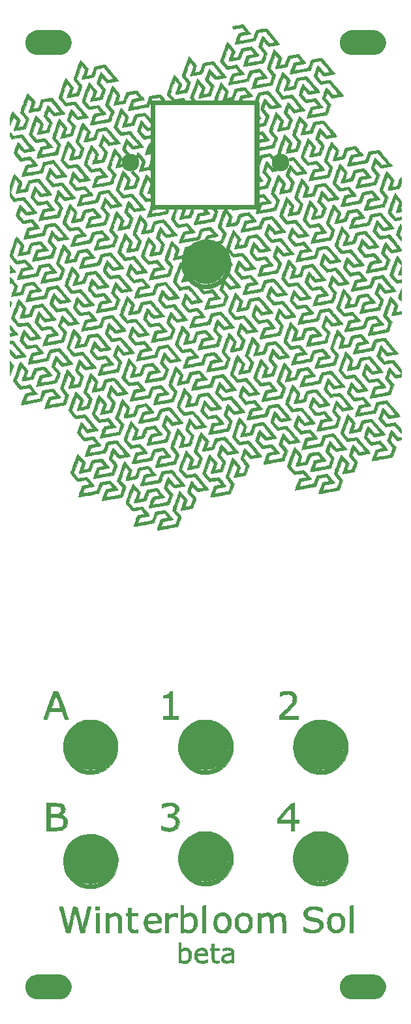
<source format=gbr>
G04 #@! TF.GenerationSoftware,KiCad,Pcbnew,(5.1.2)-2*
G04 #@! TF.CreationDate,2019-12-19T20:32:34-08:00*
G04 #@! TF.ProjectId,panel,70616e65-6c2e-46b6-9963-61645f706362,rev?*
G04 #@! TF.SameCoordinates,Original*
G04 #@! TF.FileFunction,Copper,L1,Top*
G04 #@! TF.FilePolarity,Positive*
%FSLAX46Y46*%
G04 Gerber Fmt 4.6, Leading zero omitted, Abs format (unit mm)*
G04 Created by KiCad (PCBNEW (5.1.2)-2) date 2019-12-19 20:32:34*
%MOMM*%
%LPD*%
G04 APERTURE LIST*
%ADD10C,0.010000*%
%ADD11C,0.100000*%
%ADD12C,3.200000*%
%ADD13C,6.100000*%
%ADD14C,5.300000*%
%ADD15C,2.300000*%
G04 APERTURE END LIST*
D10*
G36*
X149573000Y-141247572D02*
G01*
X149710584Y-141163325D01*
X149959507Y-141049189D01*
X150202729Y-141010260D01*
X150429353Y-141045913D01*
X150628482Y-141155529D01*
X150697758Y-141219693D01*
X150822321Y-141399824D01*
X150896953Y-141627923D01*
X150924264Y-141913959D01*
X150921386Y-142073618D01*
X150888549Y-142354543D01*
X150814305Y-142576180D01*
X150690498Y-142757105D01*
X150573051Y-142866995D01*
X150470267Y-142939969D01*
X150367920Y-142981259D01*
X150232736Y-143001450D01*
X150131531Y-143007430D01*
X149900071Y-143002219D01*
X149728945Y-142965439D01*
X149710584Y-142957806D01*
X149621167Y-142927209D01*
X149574806Y-142930351D01*
X149573000Y-142936043D01*
X149535779Y-142962676D01*
X149444258Y-142975986D01*
X149424834Y-142976333D01*
X149276667Y-142976333D01*
X149276667Y-142296423D01*
X149578202Y-142296423D01*
X149578273Y-142451873D01*
X149584694Y-142552070D01*
X149599541Y-142611708D01*
X149624891Y-142645480D01*
X149662820Y-142668079D01*
X149667070Y-142670139D01*
X149790002Y-142704313D01*
X149954116Y-142718869D01*
X150127543Y-142714438D01*
X150278415Y-142691651D01*
X150368156Y-142656263D01*
X150483122Y-142528598D01*
X150562663Y-142345703D01*
X150605520Y-142129817D01*
X150610439Y-141903176D01*
X150576162Y-141688016D01*
X150501433Y-141506575D01*
X150437767Y-141424251D01*
X150305717Y-141347638D01*
X150130903Y-141323198D01*
X149937289Y-141350991D01*
X149763500Y-141422554D01*
X149594167Y-141518382D01*
X149582403Y-142071029D01*
X149578202Y-142296423D01*
X149276667Y-142296423D01*
X149276667Y-140309333D01*
X149573000Y-140309333D01*
X149573000Y-141247572D01*
X149573000Y-141247572D01*
G37*
X149573000Y-141247572D02*
X149710584Y-141163325D01*
X149959507Y-141049189D01*
X150202729Y-141010260D01*
X150429353Y-141045913D01*
X150628482Y-141155529D01*
X150697758Y-141219693D01*
X150822321Y-141399824D01*
X150896953Y-141627923D01*
X150924264Y-141913959D01*
X150921386Y-142073618D01*
X150888549Y-142354543D01*
X150814305Y-142576180D01*
X150690498Y-142757105D01*
X150573051Y-142866995D01*
X150470267Y-142939969D01*
X150367920Y-142981259D01*
X150232736Y-143001450D01*
X150131531Y-143007430D01*
X149900071Y-143002219D01*
X149728945Y-142965439D01*
X149710584Y-142957806D01*
X149621167Y-142927209D01*
X149574806Y-142930351D01*
X149573000Y-142936043D01*
X149535779Y-142962676D01*
X149444258Y-142975986D01*
X149424834Y-142976333D01*
X149276667Y-142976333D01*
X149276667Y-142296423D01*
X149578202Y-142296423D01*
X149578273Y-142451873D01*
X149584694Y-142552070D01*
X149599541Y-142611708D01*
X149624891Y-142645480D01*
X149662820Y-142668079D01*
X149667070Y-142670139D01*
X149790002Y-142704313D01*
X149954116Y-142718869D01*
X150127543Y-142714438D01*
X150278415Y-142691651D01*
X150368156Y-142656263D01*
X150483122Y-142528598D01*
X150562663Y-142345703D01*
X150605520Y-142129817D01*
X150610439Y-141903176D01*
X150576162Y-141688016D01*
X150501433Y-141506575D01*
X150437767Y-141424251D01*
X150305717Y-141347638D01*
X150130903Y-141323198D01*
X149937289Y-141350991D01*
X149763500Y-141422554D01*
X149594167Y-141518382D01*
X149582403Y-142071029D01*
X149578202Y-142296423D01*
X149276667Y-142296423D01*
X149276667Y-140309333D01*
X149573000Y-140309333D01*
X149573000Y-141247572D01*
G36*
X152433430Y-141025360D02*
G01*
X152675132Y-141102845D01*
X152853622Y-141234867D01*
X152971396Y-141424424D01*
X153030952Y-141674512D01*
X153037220Y-141750020D01*
X153053888Y-142045000D01*
X152350611Y-142045000D01*
X152091897Y-142045438D01*
X151905881Y-142047728D01*
X151780595Y-142053334D01*
X151704069Y-142063720D01*
X151664337Y-142080351D01*
X151649429Y-142104689D01*
X151647334Y-142131026D01*
X151678343Y-142283241D01*
X151759003Y-142448189D01*
X151870765Y-142588433D01*
X151876772Y-142594066D01*
X151958569Y-142654437D01*
X152058971Y-142690335D01*
X152205567Y-142710017D01*
X152281141Y-142715076D01*
X152462733Y-142718616D01*
X152603071Y-142699921D01*
X152744242Y-142651674D01*
X152808246Y-142623435D01*
X153044334Y-142515351D01*
X153044334Y-142684502D01*
X153036501Y-142797416D01*
X152997492Y-142861767D01*
X152904034Y-142912190D01*
X152886333Y-142919670D01*
X152714470Y-142968371D01*
X152498741Y-142997284D01*
X152271326Y-143005118D01*
X152064402Y-142990578D01*
X151924948Y-142958300D01*
X151678094Y-142828850D01*
X151496819Y-142647550D01*
X151378648Y-142411124D01*
X151326147Y-142165911D01*
X151326436Y-141868346D01*
X151351804Y-141768473D01*
X151647334Y-141768473D01*
X151687058Y-141776816D01*
X151795802Y-141783762D01*
X151957924Y-141788676D01*
X152157779Y-141790926D01*
X152202959Y-141791000D01*
X152758584Y-141791000D01*
X152732230Y-141653417D01*
X152682878Y-141533512D01*
X152595514Y-141416308D01*
X152578104Y-141399417D01*
X152418884Y-141306874D01*
X152233727Y-141278820D01*
X152044880Y-141310123D01*
X151874586Y-141395651D01*
X151745092Y-141530273D01*
X151708286Y-141600067D01*
X151668534Y-141700691D01*
X151648073Y-141763203D01*
X151647334Y-141768473D01*
X151351804Y-141768473D01*
X151394351Y-141600971D01*
X151521268Y-141372669D01*
X151698561Y-141192324D01*
X151917605Y-141068821D01*
X152169775Y-141011044D01*
X152433430Y-141025360D01*
X152433430Y-141025360D01*
G37*
X152433430Y-141025360D02*
X152675132Y-141102845D01*
X152853622Y-141234867D01*
X152971396Y-141424424D01*
X153030952Y-141674512D01*
X153037220Y-141750020D01*
X153053888Y-142045000D01*
X152350611Y-142045000D01*
X152091897Y-142045438D01*
X151905881Y-142047728D01*
X151780595Y-142053334D01*
X151704069Y-142063720D01*
X151664337Y-142080351D01*
X151649429Y-142104689D01*
X151647334Y-142131026D01*
X151678343Y-142283241D01*
X151759003Y-142448189D01*
X151870765Y-142588433D01*
X151876772Y-142594066D01*
X151958569Y-142654437D01*
X152058971Y-142690335D01*
X152205567Y-142710017D01*
X152281141Y-142715076D01*
X152462733Y-142718616D01*
X152603071Y-142699921D01*
X152744242Y-142651674D01*
X152808246Y-142623435D01*
X153044334Y-142515351D01*
X153044334Y-142684502D01*
X153036501Y-142797416D01*
X152997492Y-142861767D01*
X152904034Y-142912190D01*
X152886333Y-142919670D01*
X152714470Y-142968371D01*
X152498741Y-142997284D01*
X152271326Y-143005118D01*
X152064402Y-142990578D01*
X151924948Y-142958300D01*
X151678094Y-142828850D01*
X151496819Y-142647550D01*
X151378648Y-142411124D01*
X151326147Y-142165911D01*
X151326436Y-141868346D01*
X151351804Y-141768473D01*
X151647334Y-141768473D01*
X151687058Y-141776816D01*
X151795802Y-141783762D01*
X151957924Y-141788676D01*
X152157779Y-141790926D01*
X152202959Y-141791000D01*
X152758584Y-141791000D01*
X152732230Y-141653417D01*
X152682878Y-141533512D01*
X152595514Y-141416308D01*
X152578104Y-141399417D01*
X152418884Y-141306874D01*
X152233727Y-141278820D01*
X152044880Y-141310123D01*
X151874586Y-141395651D01*
X151745092Y-141530273D01*
X151708286Y-141600067D01*
X151668534Y-141700691D01*
X151648073Y-141763203D01*
X151647334Y-141768473D01*
X151351804Y-141768473D01*
X151394351Y-141600971D01*
X151521268Y-141372669D01*
X151698561Y-141192324D01*
X151917605Y-141068821D01*
X152169775Y-141011044D01*
X152433430Y-141025360D01*
G36*
X153891000Y-141071333D02*
G01*
X154568334Y-141071333D01*
X154568334Y-141325333D01*
X153884900Y-141325333D01*
X153898534Y-141963835D01*
X153905971Y-142237986D01*
X153918982Y-142438317D01*
X153943774Y-142575671D01*
X153986551Y-142660893D01*
X154053520Y-142704826D01*
X154150888Y-142718315D01*
X154284859Y-142712203D01*
X154324917Y-142708873D01*
X154568334Y-142688029D01*
X154568334Y-142826889D01*
X154557318Y-142925829D01*
X154507286Y-142973030D01*
X154436042Y-142992208D01*
X154186006Y-143016080D01*
X153957876Y-142988855D01*
X153861990Y-142956705D01*
X153763436Y-142902176D01*
X153689307Y-142827963D01*
X153635900Y-142721996D01*
X153599513Y-142572203D01*
X153576444Y-142366511D01*
X153562992Y-142092848D01*
X153559687Y-141970917D01*
X153544735Y-141325333D01*
X153442701Y-141325333D01*
X153369584Y-141310858D01*
X153342918Y-141250617D01*
X153340667Y-141198333D01*
X153352057Y-141107570D01*
X153400477Y-141074366D01*
X153446500Y-141071333D01*
X153503392Y-141066508D01*
X153535079Y-141039281D01*
X153548921Y-140970524D01*
X153552272Y-140841108D01*
X153552334Y-140796167D01*
X153552334Y-140521000D01*
X153891000Y-140521000D01*
X153891000Y-141071333D01*
X153891000Y-141071333D01*
G37*
X153891000Y-141071333D02*
X154568334Y-141071333D01*
X154568334Y-141325333D01*
X153884900Y-141325333D01*
X153898534Y-141963835D01*
X153905971Y-142237986D01*
X153918982Y-142438317D01*
X153943774Y-142575671D01*
X153986551Y-142660893D01*
X154053520Y-142704826D01*
X154150888Y-142718315D01*
X154284859Y-142712203D01*
X154324917Y-142708873D01*
X154568334Y-142688029D01*
X154568334Y-142826889D01*
X154557318Y-142925829D01*
X154507286Y-142973030D01*
X154436042Y-142992208D01*
X154186006Y-143016080D01*
X153957876Y-142988855D01*
X153861990Y-142956705D01*
X153763436Y-142902176D01*
X153689307Y-142827963D01*
X153635900Y-142721996D01*
X153599513Y-142572203D01*
X153576444Y-142366511D01*
X153562992Y-142092848D01*
X153559687Y-141970917D01*
X153544735Y-141325333D01*
X153442701Y-141325333D01*
X153369584Y-141310858D01*
X153342918Y-141250617D01*
X153340667Y-141198333D01*
X153352057Y-141107570D01*
X153400477Y-141074366D01*
X153446500Y-141071333D01*
X153503392Y-141066508D01*
X153535079Y-141039281D01*
X153548921Y-140970524D01*
X153552272Y-140841108D01*
X153552334Y-140796167D01*
X153552334Y-140521000D01*
X153891000Y-140521000D01*
X153891000Y-141071333D01*
G36*
X155864128Y-141048430D02*
G01*
X156053648Y-141086622D01*
X156121276Y-141111270D01*
X156221819Y-141162716D01*
X156298018Y-141221601D01*
X156353209Y-141299779D01*
X156390726Y-141409103D01*
X156413904Y-141561428D01*
X156426077Y-141768606D01*
X156430582Y-142042493D01*
X156431000Y-142212231D01*
X156431000Y-142976333D01*
X156282834Y-142976333D01*
X156180714Y-142966862D01*
X156139510Y-142929889D01*
X156134667Y-142891667D01*
X156132216Y-142836095D01*
X156113401Y-142814754D01*
X156061028Y-142829181D01*
X155957905Y-142880912D01*
X155897768Y-142912833D01*
X155680870Y-142993328D01*
X155449936Y-143021035D01*
X155233002Y-142995161D01*
X155088972Y-142935714D01*
X154934103Y-142798598D01*
X154848301Y-142616210D01*
X154829736Y-142384412D01*
X154829831Y-142383044D01*
X155161000Y-142383044D01*
X155184497Y-142550240D01*
X155259699Y-142657318D01*
X155393670Y-142709853D01*
X155580962Y-142714381D01*
X155809475Y-142673265D01*
X155978383Y-142600350D01*
X156062595Y-142544480D01*
X156109348Y-142491220D01*
X156129663Y-142414419D01*
X156134557Y-142287926D01*
X156134667Y-142229453D01*
X156134667Y-141955145D01*
X155933584Y-141981149D01*
X155716622Y-142010213D01*
X155565050Y-142034165D01*
X155460126Y-142057419D01*
X155383110Y-142084391D01*
X155315263Y-142119494D01*
X155295036Y-142131577D01*
X155205233Y-142199930D01*
X155167547Y-142281582D01*
X155161000Y-142383044D01*
X154829831Y-142383044D01*
X154831809Y-142354639D01*
X154870949Y-142165248D01*
X154958316Y-142015241D01*
X155101230Y-141900009D01*
X155307011Y-141814946D01*
X155582977Y-141755446D01*
X155831175Y-141725669D01*
X155989825Y-141709889D01*
X156080474Y-141693679D01*
X156119437Y-141668941D01*
X156123031Y-141627576D01*
X156113521Y-141585513D01*
X156066203Y-141460739D01*
X155986022Y-141382462D01*
X155848555Y-141328249D01*
X155826910Y-141322257D01*
X155635778Y-141301566D01*
X155390271Y-141323465D01*
X155108183Y-141386271D01*
X155086917Y-141392333D01*
X155025939Y-141401970D01*
X154998650Y-141370187D01*
X154991765Y-141277291D01*
X154991667Y-141251143D01*
X154997241Y-141141759D01*
X155029415Y-141088507D01*
X155111366Y-141062922D01*
X155150417Y-141056171D01*
X155385127Y-141031651D01*
X155632159Y-141029588D01*
X155864128Y-141048430D01*
X155864128Y-141048430D01*
G37*
X155864128Y-141048430D02*
X156053648Y-141086622D01*
X156121276Y-141111270D01*
X156221819Y-141162716D01*
X156298018Y-141221601D01*
X156353209Y-141299779D01*
X156390726Y-141409103D01*
X156413904Y-141561428D01*
X156426077Y-141768606D01*
X156430582Y-142042493D01*
X156431000Y-142212231D01*
X156431000Y-142976333D01*
X156282834Y-142976333D01*
X156180714Y-142966862D01*
X156139510Y-142929889D01*
X156134667Y-142891667D01*
X156132216Y-142836095D01*
X156113401Y-142814754D01*
X156061028Y-142829181D01*
X155957905Y-142880912D01*
X155897768Y-142912833D01*
X155680870Y-142993328D01*
X155449936Y-143021035D01*
X155233002Y-142995161D01*
X155088972Y-142935714D01*
X154934103Y-142798598D01*
X154848301Y-142616210D01*
X154829736Y-142384412D01*
X154829831Y-142383044D01*
X155161000Y-142383044D01*
X155184497Y-142550240D01*
X155259699Y-142657318D01*
X155393670Y-142709853D01*
X155580962Y-142714381D01*
X155809475Y-142673265D01*
X155978383Y-142600350D01*
X156062595Y-142544480D01*
X156109348Y-142491220D01*
X156129663Y-142414419D01*
X156134557Y-142287926D01*
X156134667Y-142229453D01*
X156134667Y-141955145D01*
X155933584Y-141981149D01*
X155716622Y-142010213D01*
X155565050Y-142034165D01*
X155460126Y-142057419D01*
X155383110Y-142084391D01*
X155315263Y-142119494D01*
X155295036Y-142131577D01*
X155205233Y-142199930D01*
X155167547Y-142281582D01*
X155161000Y-142383044D01*
X154829831Y-142383044D01*
X154831809Y-142354639D01*
X154870949Y-142165248D01*
X154958316Y-142015241D01*
X155101230Y-141900009D01*
X155307011Y-141814946D01*
X155582977Y-141755446D01*
X155831175Y-141725669D01*
X155989825Y-141709889D01*
X156080474Y-141693679D01*
X156119437Y-141668941D01*
X156123031Y-141627576D01*
X156113521Y-141585513D01*
X156066203Y-141460739D01*
X155986022Y-141382462D01*
X155848555Y-141328249D01*
X155826910Y-141322257D01*
X155635778Y-141301566D01*
X155390271Y-141323465D01*
X155108183Y-141386271D01*
X155086917Y-141392333D01*
X155025939Y-141401970D01*
X154998650Y-141370187D01*
X154991765Y-141277291D01*
X154991667Y-141251143D01*
X154997241Y-141141759D01*
X155029415Y-141088507D01*
X155111366Y-141062922D01*
X155150417Y-141056171D01*
X155385127Y-141031651D01*
X155632159Y-141029588D01*
X155864128Y-141048430D01*
G36*
X143138334Y-136541667D02*
G01*
X143985000Y-136541667D01*
X143985000Y-136880333D01*
X143138334Y-136880333D01*
X143138334Y-137686591D01*
X143138620Y-137966545D01*
X143140445Y-138174496D01*
X143145253Y-138323108D01*
X143154491Y-138425045D01*
X143169603Y-138492970D01*
X143192036Y-138539548D01*
X143223236Y-138577442D01*
X143242243Y-138596757D01*
X143331878Y-138664866D01*
X143442891Y-138695374D01*
X143556987Y-138700667D01*
X143705769Y-138692310D01*
X143836426Y-138671210D01*
X143876411Y-138659381D01*
X143943481Y-138638612D01*
X143975011Y-138656205D01*
X143984408Y-138730146D01*
X143985000Y-138805049D01*
X143975883Y-138924591D01*
X143952938Y-139005004D01*
X143941254Y-139019039D01*
X143861658Y-139041397D01*
X143724983Y-139056273D01*
X143558529Y-139063168D01*
X143389594Y-139061580D01*
X143245479Y-139051010D01*
X143159500Y-139033380D01*
X143030701Y-138967877D01*
X142931794Y-138896362D01*
X142861775Y-138825960D01*
X142808484Y-138747833D01*
X142769698Y-138649786D01*
X142743193Y-138519626D01*
X142726747Y-138345158D01*
X142718136Y-138114187D01*
X142715138Y-137814520D01*
X142715000Y-137707193D01*
X142715000Y-136880333D01*
X142566834Y-136880333D01*
X142471442Y-136875050D01*
X142429435Y-136842801D01*
X142418941Y-136758991D01*
X142418667Y-136713682D01*
X142424333Y-136605499D01*
X142454885Y-136555274D01*
X142530653Y-136536424D01*
X142556250Y-136533765D01*
X142693834Y-136520500D01*
X142718424Y-135822000D01*
X143138334Y-135822000D01*
X143138334Y-136541667D01*
X143138334Y-136541667D01*
G37*
X143138334Y-136541667D02*
X143985000Y-136541667D01*
X143985000Y-136880333D01*
X143138334Y-136880333D01*
X143138334Y-137686591D01*
X143138620Y-137966545D01*
X143140445Y-138174496D01*
X143145253Y-138323108D01*
X143154491Y-138425045D01*
X143169603Y-138492970D01*
X143192036Y-138539548D01*
X143223236Y-138577442D01*
X143242243Y-138596757D01*
X143331878Y-138664866D01*
X143442891Y-138695374D01*
X143556987Y-138700667D01*
X143705769Y-138692310D01*
X143836426Y-138671210D01*
X143876411Y-138659381D01*
X143943481Y-138638612D01*
X143975011Y-138656205D01*
X143984408Y-138730146D01*
X143985000Y-138805049D01*
X143975883Y-138924591D01*
X143952938Y-139005004D01*
X143941254Y-139019039D01*
X143861658Y-139041397D01*
X143724983Y-139056273D01*
X143558529Y-139063168D01*
X143389594Y-139061580D01*
X143245479Y-139051010D01*
X143159500Y-139033380D01*
X143030701Y-138967877D01*
X142931794Y-138896362D01*
X142861775Y-138825960D01*
X142808484Y-138747833D01*
X142769698Y-138649786D01*
X142743193Y-138519626D01*
X142726747Y-138345158D01*
X142718136Y-138114187D01*
X142715138Y-137814520D01*
X142715000Y-137707193D01*
X142715000Y-136880333D01*
X142566834Y-136880333D01*
X142471442Y-136875050D01*
X142429435Y-136842801D01*
X142418941Y-136758991D01*
X142418667Y-136713682D01*
X142424333Y-136605499D01*
X142454885Y-136555274D01*
X142530653Y-136536424D01*
X142556250Y-136533765D01*
X142693834Y-136520500D01*
X142718424Y-135822000D01*
X143138334Y-135822000D01*
X143138334Y-136541667D01*
G36*
X146173881Y-136483580D02*
G01*
X146317047Y-136500610D01*
X146432419Y-136535432D01*
X146514984Y-136574771D01*
X146725341Y-136733612D01*
X146884174Y-136954562D01*
X146987577Y-137229725D01*
X147031648Y-137551205D01*
X147033000Y-137622425D01*
X147033000Y-137810015D01*
X145191500Y-137832833D01*
X145204487Y-137959833D01*
X145256202Y-138203736D01*
X145360946Y-138395984D01*
X145435714Y-138478872D01*
X145574061Y-138591746D01*
X145720454Y-138660194D01*
X145901254Y-138693061D01*
X146093839Y-138699662D01*
X146223799Y-138695751D01*
X146340023Y-138681297D01*
X146462317Y-138650687D01*
X146610485Y-138598312D01*
X146804333Y-138518558D01*
X146940152Y-138459877D01*
X146972159Y-138465281D01*
X146985352Y-138527370D01*
X146982560Y-138659572D01*
X146982485Y-138660875D01*
X146969500Y-138885984D01*
X146736667Y-138968916D01*
X146536718Y-139021016D01*
X146297629Y-139054741D01*
X146048405Y-139068646D01*
X145818052Y-139061282D01*
X145635576Y-139031203D01*
X145614834Y-139024877D01*
X145340095Y-138910884D01*
X145131591Y-138766473D01*
X144972384Y-138577070D01*
X144869044Y-138383167D01*
X144802187Y-138159935D01*
X144771081Y-137892730D01*
X144775751Y-137613939D01*
X144805161Y-137426481D01*
X145212667Y-137426481D01*
X145215748Y-137459139D01*
X145232973Y-137482623D01*
X145276318Y-137498445D01*
X145357757Y-137508115D01*
X145489264Y-137513146D01*
X145682814Y-137515048D01*
X145916741Y-137515333D01*
X146620815Y-137515333D01*
X146597886Y-137344387D01*
X146535846Y-137120604D01*
X146417223Y-136959072D01*
X146240532Y-136858575D01*
X146004284Y-136817899D01*
X145952270Y-136816833D01*
X145779838Y-136825601D01*
X145651268Y-136858840D01*
X145526934Y-136926949D01*
X145523108Y-136929472D01*
X145377092Y-137059873D01*
X145268502Y-137221840D01*
X145215242Y-137386711D01*
X145212667Y-137426481D01*
X144805161Y-137426481D01*
X144816227Y-137355951D01*
X144868044Y-137200164D01*
X144990595Y-136965362D01*
X145129032Y-136791267D01*
X145304144Y-136654062D01*
X145387493Y-136605064D01*
X145513281Y-136541519D01*
X145624873Y-136503809D01*
X145753003Y-136485354D01*
X145928407Y-136479574D01*
X145974667Y-136479354D01*
X146173881Y-136483580D01*
X146173881Y-136483580D01*
G37*
X146173881Y-136483580D02*
X146317047Y-136500610D01*
X146432419Y-136535432D01*
X146514984Y-136574771D01*
X146725341Y-136733612D01*
X146884174Y-136954562D01*
X146987577Y-137229725D01*
X147031648Y-137551205D01*
X147033000Y-137622425D01*
X147033000Y-137810015D01*
X145191500Y-137832833D01*
X145204487Y-137959833D01*
X145256202Y-138203736D01*
X145360946Y-138395984D01*
X145435714Y-138478872D01*
X145574061Y-138591746D01*
X145720454Y-138660194D01*
X145901254Y-138693061D01*
X146093839Y-138699662D01*
X146223799Y-138695751D01*
X146340023Y-138681297D01*
X146462317Y-138650687D01*
X146610485Y-138598312D01*
X146804333Y-138518558D01*
X146940152Y-138459877D01*
X146972159Y-138465281D01*
X146985352Y-138527370D01*
X146982560Y-138659572D01*
X146982485Y-138660875D01*
X146969500Y-138885984D01*
X146736667Y-138968916D01*
X146536718Y-139021016D01*
X146297629Y-139054741D01*
X146048405Y-139068646D01*
X145818052Y-139061282D01*
X145635576Y-139031203D01*
X145614834Y-139024877D01*
X145340095Y-138910884D01*
X145131591Y-138766473D01*
X144972384Y-138577070D01*
X144869044Y-138383167D01*
X144802187Y-138159935D01*
X144771081Y-137892730D01*
X144775751Y-137613939D01*
X144805161Y-137426481D01*
X145212667Y-137426481D01*
X145215748Y-137459139D01*
X145232973Y-137482623D01*
X145276318Y-137498445D01*
X145357757Y-137508115D01*
X145489264Y-137513146D01*
X145682814Y-137515048D01*
X145916741Y-137515333D01*
X146620815Y-137515333D01*
X146597886Y-137344387D01*
X146535846Y-137120604D01*
X146417223Y-136959072D01*
X146240532Y-136858575D01*
X146004284Y-136817899D01*
X145952270Y-136816833D01*
X145779838Y-136825601D01*
X145651268Y-136858840D01*
X145526934Y-136926949D01*
X145523108Y-136929472D01*
X145377092Y-137059873D01*
X145268502Y-137221840D01*
X145215242Y-137386711D01*
X145212667Y-137426481D01*
X144805161Y-137426481D01*
X144816227Y-137355951D01*
X144868044Y-137200164D01*
X144990595Y-136965362D01*
X145129032Y-136791267D01*
X145304144Y-136654062D01*
X145387493Y-136605064D01*
X145513281Y-136541519D01*
X145624873Y-136503809D01*
X145753003Y-136485354D01*
X145928407Y-136479574D01*
X145974667Y-136479354D01*
X146173881Y-136483580D01*
G36*
X149911667Y-136139500D02*
G01*
X149913083Y-136356529D01*
X149916978Y-136539860D01*
X149922823Y-136674610D01*
X149930090Y-136745897D01*
X149933475Y-136753333D01*
X149978996Y-136734101D01*
X150075558Y-136684061D01*
X150182885Y-136624882D01*
X150463384Y-136506761D01*
X150737646Y-136466251D01*
X150995480Y-136499691D01*
X151226695Y-136603422D01*
X151421098Y-136773782D01*
X151568499Y-137007113D01*
X151619727Y-137140922D01*
X151671268Y-137385479D01*
X151692572Y-137671550D01*
X151683548Y-137963242D01*
X151644105Y-138224659D01*
X151622674Y-138303708D01*
X151521621Y-138524779D01*
X151370191Y-138734234D01*
X151189951Y-138906433D01*
X151035139Y-139002145D01*
X150834507Y-139059441D01*
X150592214Y-139078264D01*
X150341962Y-139058724D01*
X150117452Y-139000932D01*
X150112750Y-138999111D01*
X149992149Y-138956182D01*
X149930878Y-138948213D01*
X149911915Y-138973581D01*
X149911667Y-138979924D01*
X149881345Y-139020110D01*
X149783271Y-139037806D01*
X149721167Y-139039333D01*
X149530667Y-139039333D01*
X149530667Y-137122665D01*
X149932834Y-137122665D01*
X149932834Y-138587279D01*
X150081000Y-138640752D01*
X150203684Y-138669822D01*
X150370286Y-138690524D01*
X150508656Y-138697446D01*
X150684565Y-138692371D01*
X150808767Y-138667579D01*
X150913263Y-138616065D01*
X150929701Y-138605273D01*
X151061072Y-138500038D01*
X151151764Y-138380195D01*
X151208316Y-138228416D01*
X151237268Y-138027372D01*
X151245167Y-137769333D01*
X151232074Y-137463661D01*
X151189191Y-137231350D01*
X151111108Y-137064680D01*
X150992415Y-136955934D01*
X150827705Y-136897391D01*
X150622852Y-136881248D01*
X150416074Y-136904536D01*
X150209804Y-136980392D01*
X150165667Y-137002414D01*
X149932834Y-137122665D01*
X149530667Y-137122665D01*
X149530667Y-135525667D01*
X149911667Y-135525667D01*
X149911667Y-136139500D01*
X149911667Y-136139500D01*
G37*
X149911667Y-136139500D02*
X149913083Y-136356529D01*
X149916978Y-136539860D01*
X149922823Y-136674610D01*
X149930090Y-136745897D01*
X149933475Y-136753333D01*
X149978996Y-136734101D01*
X150075558Y-136684061D01*
X150182885Y-136624882D01*
X150463384Y-136506761D01*
X150737646Y-136466251D01*
X150995480Y-136499691D01*
X151226695Y-136603422D01*
X151421098Y-136773782D01*
X151568499Y-137007113D01*
X151619727Y-137140922D01*
X151671268Y-137385479D01*
X151692572Y-137671550D01*
X151683548Y-137963242D01*
X151644105Y-138224659D01*
X151622674Y-138303708D01*
X151521621Y-138524779D01*
X151370191Y-138734234D01*
X151189951Y-138906433D01*
X151035139Y-139002145D01*
X150834507Y-139059441D01*
X150592214Y-139078264D01*
X150341962Y-139058724D01*
X150117452Y-139000932D01*
X150112750Y-138999111D01*
X149992149Y-138956182D01*
X149930878Y-138948213D01*
X149911915Y-138973581D01*
X149911667Y-138979924D01*
X149881345Y-139020110D01*
X149783271Y-139037806D01*
X149721167Y-139039333D01*
X149530667Y-139039333D01*
X149530667Y-137122665D01*
X149932834Y-137122665D01*
X149932834Y-138587279D01*
X150081000Y-138640752D01*
X150203684Y-138669822D01*
X150370286Y-138690524D01*
X150508656Y-138697446D01*
X150684565Y-138692371D01*
X150808767Y-138667579D01*
X150913263Y-138616065D01*
X150929701Y-138605273D01*
X151061072Y-138500038D01*
X151151764Y-138380195D01*
X151208316Y-138228416D01*
X151237268Y-138027372D01*
X151245167Y-137769333D01*
X151232074Y-137463661D01*
X151189191Y-137231350D01*
X151111108Y-137064680D01*
X150992415Y-136955934D01*
X150827705Y-136897391D01*
X150622852Y-136881248D01*
X150416074Y-136904536D01*
X150209804Y-136980392D01*
X150165667Y-137002414D01*
X149932834Y-137122665D01*
X149530667Y-137122665D01*
X149530667Y-135525667D01*
X149911667Y-135525667D01*
X149911667Y-136139500D01*
G36*
X155069041Y-136470617D02*
G01*
X155369890Y-136539428D01*
X155623293Y-136676086D01*
X155825740Y-136876064D01*
X155973722Y-137134833D01*
X156063727Y-137447867D01*
X156092334Y-137790500D01*
X156073503Y-138099651D01*
X156011979Y-138352648D01*
X155900212Y-138570366D01*
X155740333Y-138763828D01*
X155542788Y-138937520D01*
X155368005Y-139030134D01*
X155351500Y-139035020D01*
X155139370Y-139071721D01*
X154902831Y-139079609D01*
X154674949Y-139059894D01*
X154488789Y-139013785D01*
X154461561Y-139002458D01*
X154235696Y-138858227D01*
X154040927Y-138653766D01*
X153915898Y-138447142D01*
X153874290Y-138341503D01*
X153847752Y-138226345D01*
X153833273Y-138079278D01*
X153827837Y-137877914D01*
X153827514Y-137790500D01*
X153829256Y-137640984D01*
X154239589Y-137640984D01*
X154244324Y-137952334D01*
X154301646Y-138222065D01*
X154405426Y-138443361D01*
X154549535Y-138609403D01*
X154727842Y-138713374D01*
X154934218Y-138748458D01*
X155162532Y-138707835D01*
X155189994Y-138697973D01*
X155382630Y-138581693D01*
X155527472Y-138399953D01*
X155621669Y-138159047D01*
X155662371Y-137865270D01*
X155659607Y-137661131D01*
X155614154Y-137360349D01*
X155520310Y-137128639D01*
X155377219Y-136965010D01*
X155184028Y-136868473D01*
X154949334Y-136838000D01*
X154706097Y-136871552D01*
X154513556Y-136972441D01*
X154371404Y-137141015D01*
X154279331Y-137377623D01*
X154239589Y-137640984D01*
X153829256Y-137640984D01*
X153830084Y-137570006D01*
X153840125Y-137410106D01*
X153861158Y-137286821D01*
X153896703Y-137176170D01*
X153928769Y-137100742D01*
X154084504Y-136853821D01*
X154297551Y-136661392D01*
X154555064Y-136530554D01*
X154844195Y-136468407D01*
X155069041Y-136470617D01*
X155069041Y-136470617D01*
G37*
X155069041Y-136470617D02*
X155369890Y-136539428D01*
X155623293Y-136676086D01*
X155825740Y-136876064D01*
X155973722Y-137134833D01*
X156063727Y-137447867D01*
X156092334Y-137790500D01*
X156073503Y-138099651D01*
X156011979Y-138352648D01*
X155900212Y-138570366D01*
X155740333Y-138763828D01*
X155542788Y-138937520D01*
X155368005Y-139030134D01*
X155351500Y-139035020D01*
X155139370Y-139071721D01*
X154902831Y-139079609D01*
X154674949Y-139059894D01*
X154488789Y-139013785D01*
X154461561Y-139002458D01*
X154235696Y-138858227D01*
X154040927Y-138653766D01*
X153915898Y-138447142D01*
X153874290Y-138341503D01*
X153847752Y-138226345D01*
X153833273Y-138079278D01*
X153827837Y-137877914D01*
X153827514Y-137790500D01*
X153829256Y-137640984D01*
X154239589Y-137640984D01*
X154244324Y-137952334D01*
X154301646Y-138222065D01*
X154405426Y-138443361D01*
X154549535Y-138609403D01*
X154727842Y-138713374D01*
X154934218Y-138748458D01*
X155162532Y-138707835D01*
X155189994Y-138697973D01*
X155382630Y-138581693D01*
X155527472Y-138399953D01*
X155621669Y-138159047D01*
X155662371Y-137865270D01*
X155659607Y-137661131D01*
X155614154Y-137360349D01*
X155520310Y-137128639D01*
X155377219Y-136965010D01*
X155184028Y-136868473D01*
X154949334Y-136838000D01*
X154706097Y-136871552D01*
X154513556Y-136972441D01*
X154371404Y-137141015D01*
X154279331Y-137377623D01*
X154239589Y-137640984D01*
X153829256Y-137640984D01*
X153830084Y-137570006D01*
X153840125Y-137410106D01*
X153861158Y-137286821D01*
X153896703Y-137176170D01*
X153928769Y-137100742D01*
X154084504Y-136853821D01*
X154297551Y-136661392D01*
X154555064Y-136530554D01*
X154844195Y-136468407D01*
X155069041Y-136470617D01*
G36*
X157891585Y-136477977D02*
G01*
X158177139Y-136562033D01*
X158426945Y-136716982D01*
X158629998Y-136937023D01*
X158707874Y-137064533D01*
X158758263Y-137166816D01*
X158791359Y-137259925D01*
X158810749Y-137365841D01*
X158820018Y-137506550D01*
X158822751Y-137704036D01*
X158822834Y-137769333D01*
X158820186Y-137998206D01*
X158810376Y-138164001D01*
X158790602Y-138288194D01*
X158758063Y-138392262D01*
X158734435Y-138447142D01*
X158585616Y-138684224D01*
X158385227Y-138881912D01*
X158188773Y-139002458D01*
X158016247Y-139052319D01*
X157796559Y-139076368D01*
X157563379Y-139073993D01*
X157350375Y-139044580D01*
X157261389Y-139019339D01*
X157076513Y-138918285D01*
X156895874Y-138758388D01*
X156743433Y-138563146D01*
X156680562Y-138449784D01*
X156612686Y-138242668D01*
X156572658Y-137986186D01*
X156570261Y-137923170D01*
X156993752Y-137923170D01*
X157045297Y-138194365D01*
X157143923Y-138419196D01*
X157283327Y-138590719D01*
X157457208Y-138701987D01*
X157659263Y-138746055D01*
X157883192Y-138715978D01*
X157968920Y-138685256D01*
X158162631Y-138560554D01*
X158302210Y-138372044D01*
X158386762Y-138121751D01*
X158415392Y-137811701D01*
X158411645Y-137682453D01*
X158369547Y-137377085D01*
X158281341Y-137141851D01*
X158145469Y-136974888D01*
X157960370Y-136874330D01*
X157724482Y-136838310D01*
X157705323Y-136838158D01*
X157462561Y-136871205D01*
X157270618Y-136970651D01*
X157128579Y-137137495D01*
X157035531Y-137372734D01*
X156995590Y-137612557D01*
X156993752Y-137923170D01*
X156570261Y-137923170D01*
X156562206Y-137711507D01*
X156583058Y-137449802D01*
X156616464Y-137293560D01*
X156740612Y-137002011D01*
X156923638Y-136767769D01*
X157159060Y-136596362D01*
X157440395Y-136493319D01*
X157581292Y-136470617D01*
X157891585Y-136477977D01*
X157891585Y-136477977D01*
G37*
X157891585Y-136477977D02*
X158177139Y-136562033D01*
X158426945Y-136716982D01*
X158629998Y-136937023D01*
X158707874Y-137064533D01*
X158758263Y-137166816D01*
X158791359Y-137259925D01*
X158810749Y-137365841D01*
X158820018Y-137506550D01*
X158822751Y-137704036D01*
X158822834Y-137769333D01*
X158820186Y-137998206D01*
X158810376Y-138164001D01*
X158790602Y-138288194D01*
X158758063Y-138392262D01*
X158734435Y-138447142D01*
X158585616Y-138684224D01*
X158385227Y-138881912D01*
X158188773Y-139002458D01*
X158016247Y-139052319D01*
X157796559Y-139076368D01*
X157563379Y-139073993D01*
X157350375Y-139044580D01*
X157261389Y-139019339D01*
X157076513Y-138918285D01*
X156895874Y-138758388D01*
X156743433Y-138563146D01*
X156680562Y-138449784D01*
X156612686Y-138242668D01*
X156572658Y-137986186D01*
X156570261Y-137923170D01*
X156993752Y-137923170D01*
X157045297Y-138194365D01*
X157143923Y-138419196D01*
X157283327Y-138590719D01*
X157457208Y-138701987D01*
X157659263Y-138746055D01*
X157883192Y-138715978D01*
X157968920Y-138685256D01*
X158162631Y-138560554D01*
X158302210Y-138372044D01*
X158386762Y-138121751D01*
X158415392Y-137811701D01*
X158411645Y-137682453D01*
X158369547Y-137377085D01*
X158281341Y-137141851D01*
X158145469Y-136974888D01*
X157960370Y-136874330D01*
X157724482Y-136838310D01*
X157705323Y-136838158D01*
X157462561Y-136871205D01*
X157270618Y-136970651D01*
X157128579Y-137137495D01*
X157035531Y-137372734D01*
X156995590Y-137612557D01*
X156993752Y-137923170D01*
X156570261Y-137923170D01*
X156562206Y-137711507D01*
X156583058Y-137449802D01*
X156616464Y-137293560D01*
X156740612Y-137002011D01*
X156923638Y-136767769D01*
X157159060Y-136596362D01*
X157440395Y-136493319D01*
X157581292Y-136470617D01*
X157891585Y-136477977D01*
G36*
X166979629Y-135665133D02*
G01*
X167259347Y-135690657D01*
X167511519Y-135734477D01*
X167628167Y-135765838D01*
X167882167Y-135846314D01*
X167894770Y-136109324D01*
X167898071Y-136245840D01*
X167894177Y-136340920D01*
X167885210Y-136372333D01*
X167838218Y-136352175D01*
X167749546Y-136302206D01*
X167724440Y-136286962D01*
X167481456Y-136169601D01*
X167203208Y-136087411D01*
X166912663Y-136042975D01*
X166632789Y-136038879D01*
X166386553Y-136077708D01*
X166264544Y-136122669D01*
X166090375Y-136245161D01*
X165986780Y-136403081D01*
X165958314Y-136584079D01*
X166009533Y-136775804D01*
X166017635Y-136792060D01*
X166076199Y-136874596D01*
X166165642Y-136942911D01*
X166298293Y-137002088D01*
X166486484Y-137057210D01*
X166742545Y-137113361D01*
X166845000Y-137133164D01*
X167210233Y-137213640D01*
X167498160Y-137305470D01*
X167715948Y-137414293D01*
X167870765Y-137545748D01*
X167969777Y-137705472D01*
X168020152Y-137899105D01*
X168030334Y-138065667D01*
X167993008Y-138345589D01*
X167881098Y-138585478D01*
X167694707Y-138785181D01*
X167446296Y-138938706D01*
X167219520Y-139015370D01*
X166938184Y-139062052D01*
X166627291Y-139077723D01*
X166311843Y-139061356D01*
X166016843Y-139011921D01*
X165968086Y-138999497D01*
X165764617Y-138942888D01*
X165629093Y-138895228D01*
X165547708Y-138843436D01*
X165506657Y-138774431D01*
X165492134Y-138675135D01*
X165490334Y-138546853D01*
X165490334Y-138269019D01*
X165627917Y-138360642D01*
X165915010Y-138519184D01*
X166218106Y-138628888D01*
X166522865Y-138688898D01*
X166814948Y-138698361D01*
X167080014Y-138656423D01*
X167303724Y-138562229D01*
X167425097Y-138467703D01*
X167517088Y-138359401D01*
X167557226Y-138253314D01*
X167564667Y-138139109D01*
X167553793Y-138000924D01*
X167514910Y-137889585D01*
X167438629Y-137799386D01*
X167315558Y-137724621D01*
X167136306Y-137659583D01*
X166891484Y-137598566D01*
X166572028Y-137535924D01*
X166259357Y-137467744D01*
X166017950Y-137386111D01*
X165834594Y-137283212D01*
X165696074Y-137151235D01*
X165589175Y-136982366D01*
X165570592Y-136943833D01*
X165502907Y-136704951D01*
X165511991Y-136464391D01*
X165591105Y-136234437D01*
X165733509Y-136027368D01*
X165932464Y-135855466D01*
X166181231Y-135731012D01*
X166247946Y-135709467D01*
X166446654Y-135673424D01*
X166699640Y-135659017D01*
X166979629Y-135665133D01*
X166979629Y-135665133D01*
G37*
X166979629Y-135665133D02*
X167259347Y-135690657D01*
X167511519Y-135734477D01*
X167628167Y-135765838D01*
X167882167Y-135846314D01*
X167894770Y-136109324D01*
X167898071Y-136245840D01*
X167894177Y-136340920D01*
X167885210Y-136372333D01*
X167838218Y-136352175D01*
X167749546Y-136302206D01*
X167724440Y-136286962D01*
X167481456Y-136169601D01*
X167203208Y-136087411D01*
X166912663Y-136042975D01*
X166632789Y-136038879D01*
X166386553Y-136077708D01*
X166264544Y-136122669D01*
X166090375Y-136245161D01*
X165986780Y-136403081D01*
X165958314Y-136584079D01*
X166009533Y-136775804D01*
X166017635Y-136792060D01*
X166076199Y-136874596D01*
X166165642Y-136942911D01*
X166298293Y-137002088D01*
X166486484Y-137057210D01*
X166742545Y-137113361D01*
X166845000Y-137133164D01*
X167210233Y-137213640D01*
X167498160Y-137305470D01*
X167715948Y-137414293D01*
X167870765Y-137545748D01*
X167969777Y-137705472D01*
X168020152Y-137899105D01*
X168030334Y-138065667D01*
X167993008Y-138345589D01*
X167881098Y-138585478D01*
X167694707Y-138785181D01*
X167446296Y-138938706D01*
X167219520Y-139015370D01*
X166938184Y-139062052D01*
X166627291Y-139077723D01*
X166311843Y-139061356D01*
X166016843Y-139011921D01*
X165968086Y-138999497D01*
X165764617Y-138942888D01*
X165629093Y-138895228D01*
X165547708Y-138843436D01*
X165506657Y-138774431D01*
X165492134Y-138675135D01*
X165490334Y-138546853D01*
X165490334Y-138269019D01*
X165627917Y-138360642D01*
X165915010Y-138519184D01*
X166218106Y-138628888D01*
X166522865Y-138688898D01*
X166814948Y-138698361D01*
X167080014Y-138656423D01*
X167303724Y-138562229D01*
X167425097Y-138467703D01*
X167517088Y-138359401D01*
X167557226Y-138253314D01*
X167564667Y-138139109D01*
X167553793Y-138000924D01*
X167514910Y-137889585D01*
X167438629Y-137799386D01*
X167315558Y-137724621D01*
X167136306Y-137659583D01*
X166891484Y-137598566D01*
X166572028Y-137535924D01*
X166259357Y-137467744D01*
X166017950Y-137386111D01*
X165834594Y-137283212D01*
X165696074Y-137151235D01*
X165589175Y-136982366D01*
X165570592Y-136943833D01*
X165502907Y-136704951D01*
X165511991Y-136464391D01*
X165591105Y-136234437D01*
X165733509Y-136027368D01*
X165932464Y-135855466D01*
X166181231Y-135731012D01*
X166247946Y-135709467D01*
X166446654Y-135673424D01*
X166699640Y-135659017D01*
X166979629Y-135665133D01*
G36*
X169971241Y-136497646D02*
G01*
X170186177Y-136558131D01*
X170371556Y-136670751D01*
X170512677Y-136802540D01*
X170688221Y-137049085D01*
X170802659Y-137342718D01*
X170853825Y-137669744D01*
X170839553Y-138016466D01*
X170759604Y-138363341D01*
X170631670Y-138627991D01*
X170443544Y-138836276D01*
X170202065Y-138983553D01*
X169914071Y-139065181D01*
X169702500Y-139080839D01*
X169483907Y-139068800D01*
X169305185Y-139027196D01*
X169191500Y-138980881D01*
X168949704Y-138827509D01*
X168767494Y-138619032D01*
X168643576Y-138352912D01*
X168576656Y-138026611D01*
X168566167Y-137811875D01*
X168999562Y-137811875D01*
X168999572Y-137822186D01*
X169020366Y-138113695D01*
X169084387Y-138339754D01*
X169196249Y-138510259D01*
X169360570Y-138635112D01*
X169384531Y-138647750D01*
X169524485Y-138705262D01*
X169658373Y-138739157D01*
X169702500Y-138743000D01*
X169819471Y-138723548D01*
X169962519Y-138674485D01*
X170020469Y-138647750D01*
X170187099Y-138533012D01*
X170303091Y-138377828D01*
X170373505Y-138171023D01*
X170403398Y-137901421D01*
X170405234Y-137797806D01*
X170386485Y-137496341D01*
X170327200Y-137257819D01*
X170222822Y-137068540D01*
X170128173Y-136965000D01*
X170056775Y-136908896D01*
X169977980Y-136876857D01*
X169865777Y-136862432D01*
X169701441Y-136859167D01*
X169537230Y-136861699D01*
X169430335Y-136874891D01*
X169353434Y-136907133D01*
X169279206Y-136966814D01*
X169245122Y-136999300D01*
X169130155Y-137140623D01*
X169054274Y-137311873D01*
X169012427Y-137529980D01*
X168999562Y-137811875D01*
X168566167Y-137811875D01*
X168563055Y-137748167D01*
X168585648Y-137427001D01*
X168654612Y-137163048D01*
X168775879Y-136939137D01*
X168889752Y-136802540D01*
X169071448Y-136641838D01*
X169261288Y-136541207D01*
X169484363Y-136490679D01*
X169702500Y-136479632D01*
X169971241Y-136497646D01*
X169971241Y-136497646D01*
G37*
X169971241Y-136497646D02*
X170186177Y-136558131D01*
X170371556Y-136670751D01*
X170512677Y-136802540D01*
X170688221Y-137049085D01*
X170802659Y-137342718D01*
X170853825Y-137669744D01*
X170839553Y-138016466D01*
X170759604Y-138363341D01*
X170631670Y-138627991D01*
X170443544Y-138836276D01*
X170202065Y-138983553D01*
X169914071Y-139065181D01*
X169702500Y-139080839D01*
X169483907Y-139068800D01*
X169305185Y-139027196D01*
X169191500Y-138980881D01*
X168949704Y-138827509D01*
X168767494Y-138619032D01*
X168643576Y-138352912D01*
X168576656Y-138026611D01*
X168566167Y-137811875D01*
X168999562Y-137811875D01*
X168999572Y-137822186D01*
X169020366Y-138113695D01*
X169084387Y-138339754D01*
X169196249Y-138510259D01*
X169360570Y-138635112D01*
X169384531Y-138647750D01*
X169524485Y-138705262D01*
X169658373Y-138739157D01*
X169702500Y-138743000D01*
X169819471Y-138723548D01*
X169962519Y-138674485D01*
X170020469Y-138647750D01*
X170187099Y-138533012D01*
X170303091Y-138377828D01*
X170373505Y-138171023D01*
X170403398Y-137901421D01*
X170405234Y-137797806D01*
X170386485Y-137496341D01*
X170327200Y-137257819D01*
X170222822Y-137068540D01*
X170128173Y-136965000D01*
X170056775Y-136908896D01*
X169977980Y-136876857D01*
X169865777Y-136862432D01*
X169701441Y-136859167D01*
X169537230Y-136861699D01*
X169430335Y-136874891D01*
X169353434Y-136907133D01*
X169279206Y-136966814D01*
X169245122Y-136999300D01*
X169130155Y-137140623D01*
X169054274Y-137311873D01*
X169012427Y-137529980D01*
X168999562Y-137811875D01*
X168566167Y-137811875D01*
X168563055Y-137748167D01*
X168585648Y-137427001D01*
X168654612Y-137163048D01*
X168775879Y-136939137D01*
X168889752Y-136802540D01*
X169071448Y-136641838D01*
X169261288Y-136541207D01*
X169484363Y-136490679D01*
X169702500Y-136479632D01*
X169971241Y-136497646D01*
G36*
X136082744Y-135716167D02*
G01*
X136420596Y-137092000D01*
X136518592Y-137487090D01*
X136599520Y-137804176D01*
X136664725Y-138047893D01*
X136715549Y-138222877D01*
X136753335Y-138333766D01*
X136779427Y-138385194D01*
X136794620Y-138383167D01*
X136813798Y-138320902D01*
X136849716Y-138187809D01*
X136899437Y-137995409D01*
X136960027Y-137755222D01*
X137028550Y-137478770D01*
X137102071Y-137177573D01*
X137107416Y-137155500D01*
X137181917Y-136848259D01*
X137251945Y-136560576D01*
X137314441Y-136304928D01*
X137366347Y-136093798D01*
X137404603Y-135939663D01*
X137426152Y-135855004D01*
X137426486Y-135853750D01*
X137455613Y-135760187D01*
X137495006Y-135713280D01*
X137570750Y-135696920D01*
X137683554Y-135695000D01*
X137809365Y-135697162D01*
X137869329Y-135711484D01*
X137882264Y-135749719D01*
X137869948Y-135811417D01*
X137853110Y-135877956D01*
X137817503Y-136016552D01*
X137765682Y-136217325D01*
X137700204Y-136470394D01*
X137623625Y-136765881D01*
X137538502Y-137093905D01*
X137447392Y-137444586D01*
X137442025Y-137465229D01*
X137352013Y-137811929D01*
X137269083Y-138132261D01*
X137195573Y-138417127D01*
X137133818Y-138657433D01*
X137086157Y-138844084D01*
X137054925Y-138967983D01*
X137042459Y-139020036D01*
X137042334Y-139020979D01*
X137003874Y-139030688D01*
X136903966Y-139037341D01*
X136789965Y-139039333D01*
X136537597Y-139039333D01*
X136495634Y-138880583D01*
X136474834Y-138799614D01*
X136436558Y-138648366D01*
X136383790Y-138438717D01*
X136319514Y-138182546D01*
X136246712Y-137891731D01*
X136168369Y-137578151D01*
X136147784Y-137495654D01*
X136070738Y-137190432D01*
X135999747Y-136916119D01*
X135937425Y-136682270D01*
X135886386Y-136498441D01*
X135849244Y-136374187D01*
X135828613Y-136319066D01*
X135825677Y-136318136D01*
X135811930Y-136369771D01*
X135780527Y-136493457D01*
X135734004Y-136679021D01*
X135674899Y-136916290D01*
X135605748Y-137195091D01*
X135529088Y-137505252D01*
X135482930Y-137692482D01*
X135156403Y-139018167D01*
X134913523Y-139030878D01*
X134756251Y-139031385D01*
X134671758Y-139011250D01*
X134651936Y-138988544D01*
X134637276Y-138936377D01*
X134603633Y-138811663D01*
X134553490Y-138623756D01*
X134489329Y-138382010D01*
X134413632Y-138095780D01*
X134328881Y-137774419D01*
X134237558Y-137427281D01*
X134227325Y-137388333D01*
X134135224Y-137038003D01*
X134049278Y-136711603D01*
X133971999Y-136418638D01*
X133905899Y-136168610D01*
X133853492Y-135971024D01*
X133817291Y-135835384D01*
X133799809Y-135771193D01*
X133799191Y-135769083D01*
X133797135Y-135726268D01*
X133835764Y-135703897D01*
X133932652Y-135695719D01*
X134007505Y-135695000D01*
X134238049Y-135695000D01*
X134566510Y-137017917D01*
X134647085Y-137340090D01*
X134722164Y-137635811D01*
X134789117Y-137895070D01*
X134845317Y-138107859D01*
X134888134Y-138264170D01*
X134914940Y-138353994D01*
X134922071Y-138371635D01*
X134938326Y-138339650D01*
X134972012Y-138234697D01*
X135020571Y-138066082D01*
X135081446Y-137843111D01*
X135152078Y-137575089D01*
X135229910Y-137271321D01*
X135286186Y-137046907D01*
X135623202Y-135691377D01*
X136082744Y-135716167D01*
X136082744Y-135716167D01*
G37*
X136082744Y-135716167D02*
X136420596Y-137092000D01*
X136518592Y-137487090D01*
X136599520Y-137804176D01*
X136664725Y-138047893D01*
X136715549Y-138222877D01*
X136753335Y-138333766D01*
X136779427Y-138385194D01*
X136794620Y-138383167D01*
X136813798Y-138320902D01*
X136849716Y-138187809D01*
X136899437Y-137995409D01*
X136960027Y-137755222D01*
X137028550Y-137478770D01*
X137102071Y-137177573D01*
X137107416Y-137155500D01*
X137181917Y-136848259D01*
X137251945Y-136560576D01*
X137314441Y-136304928D01*
X137366347Y-136093798D01*
X137404603Y-135939663D01*
X137426152Y-135855004D01*
X137426486Y-135853750D01*
X137455613Y-135760187D01*
X137495006Y-135713280D01*
X137570750Y-135696920D01*
X137683554Y-135695000D01*
X137809365Y-135697162D01*
X137869329Y-135711484D01*
X137882264Y-135749719D01*
X137869948Y-135811417D01*
X137853110Y-135877956D01*
X137817503Y-136016552D01*
X137765682Y-136217325D01*
X137700204Y-136470394D01*
X137623625Y-136765881D01*
X137538502Y-137093905D01*
X137447392Y-137444586D01*
X137442025Y-137465229D01*
X137352013Y-137811929D01*
X137269083Y-138132261D01*
X137195573Y-138417127D01*
X137133818Y-138657433D01*
X137086157Y-138844084D01*
X137054925Y-138967983D01*
X137042459Y-139020036D01*
X137042334Y-139020979D01*
X137003874Y-139030688D01*
X136903966Y-139037341D01*
X136789965Y-139039333D01*
X136537597Y-139039333D01*
X136495634Y-138880583D01*
X136474834Y-138799614D01*
X136436558Y-138648366D01*
X136383790Y-138438717D01*
X136319514Y-138182546D01*
X136246712Y-137891731D01*
X136168369Y-137578151D01*
X136147784Y-137495654D01*
X136070738Y-137190432D01*
X135999747Y-136916119D01*
X135937425Y-136682270D01*
X135886386Y-136498441D01*
X135849244Y-136374187D01*
X135828613Y-136319066D01*
X135825677Y-136318136D01*
X135811930Y-136369771D01*
X135780527Y-136493457D01*
X135734004Y-136679021D01*
X135674899Y-136916290D01*
X135605748Y-137195091D01*
X135529088Y-137505252D01*
X135482930Y-137692482D01*
X135156403Y-139018167D01*
X134913523Y-139030878D01*
X134756251Y-139031385D01*
X134671758Y-139011250D01*
X134651936Y-138988544D01*
X134637276Y-138936377D01*
X134603633Y-138811663D01*
X134553490Y-138623756D01*
X134489329Y-138382010D01*
X134413632Y-138095780D01*
X134328881Y-137774419D01*
X134237558Y-137427281D01*
X134227325Y-137388333D01*
X134135224Y-137038003D01*
X134049278Y-136711603D01*
X133971999Y-136418638D01*
X133905899Y-136168610D01*
X133853492Y-135971024D01*
X133817291Y-135835384D01*
X133799809Y-135771193D01*
X133799191Y-135769083D01*
X133797135Y-135726268D01*
X133835764Y-135703897D01*
X133932652Y-135695719D01*
X134007505Y-135695000D01*
X134238049Y-135695000D01*
X134566510Y-137017917D01*
X134647085Y-137340090D01*
X134722164Y-137635811D01*
X134789117Y-137895070D01*
X134845317Y-138107859D01*
X134888134Y-138264170D01*
X134914940Y-138353994D01*
X134922071Y-138371635D01*
X134938326Y-138339650D01*
X134972012Y-138234697D01*
X135020571Y-138066082D01*
X135081446Y-137843111D01*
X135152078Y-137575089D01*
X135229910Y-137271321D01*
X135286186Y-137046907D01*
X135623202Y-135691377D01*
X136082744Y-135716167D01*
G36*
X138947334Y-139039333D02*
G01*
X138524000Y-139039333D01*
X138524000Y-136541667D01*
X138947334Y-136541667D01*
X138947334Y-139039333D01*
X138947334Y-139039333D01*
G37*
X138947334Y-139039333D02*
X138524000Y-139039333D01*
X138524000Y-136541667D01*
X138947334Y-136541667D01*
X138947334Y-139039333D01*
G36*
X141248206Y-136489420D02*
G01*
X141467154Y-136563103D01*
X141636552Y-136688041D01*
X141706458Y-136770177D01*
X141760917Y-136858264D01*
X141801804Y-136963749D01*
X141830995Y-137098077D01*
X141850366Y-137272693D01*
X141861792Y-137499043D01*
X141867150Y-137788572D01*
X141868334Y-138102328D01*
X141868334Y-139039333D01*
X141445000Y-139039333D01*
X141445000Y-138148973D01*
X141442747Y-137783278D01*
X141433448Y-137493737D01*
X141413294Y-137271900D01*
X141378475Y-137109319D01*
X141325183Y-136997543D01*
X141249608Y-136928121D01*
X141147942Y-136892605D01*
X141016374Y-136882543D01*
X140876471Y-136887802D01*
X140639978Y-136924751D01*
X140435707Y-137010162D01*
X140416552Y-137021152D01*
X140217334Y-137137902D01*
X140217334Y-139039333D01*
X139794000Y-139039333D01*
X139794000Y-136541667D01*
X140005667Y-136541667D01*
X140130942Y-136544274D01*
X140193408Y-136561290D01*
X140214922Y-136606506D01*
X140217334Y-136675228D01*
X140221627Y-136763055D01*
X140243963Y-136779406D01*
X140291417Y-136743660D01*
X140506115Y-136599270D01*
X140749362Y-136508261D01*
X141002834Y-136471392D01*
X141248206Y-136489420D01*
X141248206Y-136489420D01*
G37*
X141248206Y-136489420D02*
X141467154Y-136563103D01*
X141636552Y-136688041D01*
X141706458Y-136770177D01*
X141760917Y-136858264D01*
X141801804Y-136963749D01*
X141830995Y-137098077D01*
X141850366Y-137272693D01*
X141861792Y-137499043D01*
X141867150Y-137788572D01*
X141868334Y-138102328D01*
X141868334Y-139039333D01*
X141445000Y-139039333D01*
X141445000Y-138148973D01*
X141442747Y-137783278D01*
X141433448Y-137493737D01*
X141413294Y-137271900D01*
X141378475Y-137109319D01*
X141325183Y-136997543D01*
X141249608Y-136928121D01*
X141147942Y-136892605D01*
X141016374Y-136882543D01*
X140876471Y-136887802D01*
X140639978Y-136924751D01*
X140435707Y-137010162D01*
X140416552Y-137021152D01*
X140217334Y-137137902D01*
X140217334Y-139039333D01*
X139794000Y-139039333D01*
X139794000Y-136541667D01*
X140005667Y-136541667D01*
X140130942Y-136544274D01*
X140193408Y-136561290D01*
X140214922Y-136606506D01*
X140217334Y-136675228D01*
X140221627Y-136763055D01*
X140243963Y-136779406D01*
X140291417Y-136743660D01*
X140506115Y-136599270D01*
X140749362Y-136508261D01*
X141002834Y-136471392D01*
X141248206Y-136489420D01*
G36*
X149107432Y-136759289D02*
G01*
X149107531Y-136986167D01*
X148794489Y-136972398D01*
X148607874Y-136969943D01*
X148471794Y-136985695D01*
X148353110Y-137024917D01*
X148296974Y-137051414D01*
X148189238Y-137105276D01*
X148107641Y-137152149D01*
X148048561Y-137204064D01*
X148008378Y-137273056D01*
X147983471Y-137371156D01*
X147970220Y-137510398D01*
X147965004Y-137702813D01*
X147964202Y-137960435D01*
X147964334Y-138156894D01*
X147964334Y-139039333D01*
X147541000Y-139039333D01*
X147541000Y-136541667D01*
X147959465Y-136541667D01*
X147972483Y-136707960D01*
X147985500Y-136874253D01*
X148234968Y-136719060D01*
X148384809Y-136632959D01*
X148512333Y-136583245D01*
X148656641Y-136558003D01*
X148795885Y-136548140D01*
X149107334Y-136532412D01*
X149107432Y-136759289D01*
X149107432Y-136759289D01*
G37*
X149107432Y-136759289D02*
X149107531Y-136986167D01*
X148794489Y-136972398D01*
X148607874Y-136969943D01*
X148471794Y-136985695D01*
X148353110Y-137024917D01*
X148296974Y-137051414D01*
X148189238Y-137105276D01*
X148107641Y-137152149D01*
X148048561Y-137204064D01*
X148008378Y-137273056D01*
X147983471Y-137371156D01*
X147970220Y-137510398D01*
X147965004Y-137702813D01*
X147964202Y-137960435D01*
X147964334Y-138156894D01*
X147964334Y-139039333D01*
X147541000Y-139039333D01*
X147541000Y-136541667D01*
X147959465Y-136541667D01*
X147972483Y-136707960D01*
X147985500Y-136874253D01*
X148234968Y-136719060D01*
X148384809Y-136632959D01*
X148512333Y-136583245D01*
X148656641Y-136558003D01*
X148795885Y-136548140D01*
X149107334Y-136532412D01*
X149107432Y-136759289D01*
G36*
X152790334Y-139039333D02*
G01*
X152366061Y-139039333D01*
X152388167Y-135546833D01*
X152589250Y-135533930D01*
X152790334Y-135521028D01*
X152790334Y-139039333D01*
X152790334Y-139039333D01*
G37*
X152790334Y-139039333D02*
X152366061Y-139039333D01*
X152388167Y-135546833D01*
X152589250Y-135533930D01*
X152790334Y-135521028D01*
X152790334Y-139039333D01*
G36*
X162659334Y-136512713D02*
G01*
X162721688Y-136537663D01*
X162845106Y-136603309D01*
X162943569Y-136682461D01*
X163019777Y-136784814D01*
X163076428Y-136920063D01*
X163116222Y-137097903D01*
X163141856Y-137328029D01*
X163156030Y-137620135D01*
X163161442Y-137983916D01*
X163161764Y-138118583D01*
X163162000Y-139039333D01*
X162738667Y-139039333D01*
X162738667Y-138148973D01*
X162736275Y-137782618D01*
X162726667Y-137492474D01*
X162706190Y-137270161D01*
X162671196Y-137107299D01*
X162618032Y-136995507D01*
X162543049Y-136926406D01*
X162442595Y-136891616D01*
X162313020Y-136882755D01*
X162189540Y-136888442D01*
X161958664Y-136930637D01*
X161751153Y-137030613D01*
X161751039Y-137030685D01*
X161553485Y-137155500D01*
X161553409Y-138097417D01*
X161553334Y-139039333D01*
X161130000Y-139039333D01*
X161129764Y-138182083D01*
X161127453Y-137831771D01*
X161119762Y-137556019D01*
X161105232Y-137344808D01*
X161082405Y-137188122D01*
X161049822Y-137075944D01*
X161006023Y-136998257D01*
X160949602Y-136945081D01*
X160803408Y-136888027D01*
X160613309Y-136877744D01*
X160404573Y-136912181D01*
X160202469Y-136989289D01*
X160166917Y-137008587D01*
X159944667Y-137136046D01*
X159944667Y-139039333D01*
X159521334Y-139039333D01*
X159521334Y-136541667D01*
X159733000Y-136541667D01*
X159858275Y-136544274D01*
X159920742Y-136561290D01*
X159942255Y-136606506D01*
X159944667Y-136675228D01*
X159948960Y-136763055D01*
X159971297Y-136779406D01*
X160018750Y-136743660D01*
X160166031Y-136643844D01*
X160357212Y-136552978D01*
X160551986Y-136488825D01*
X160632886Y-136473012D01*
X160890625Y-136476050D01*
X161126076Y-136553642D01*
X161317465Y-136695301D01*
X161463825Y-136846002D01*
X161611911Y-136733051D01*
X161867126Y-136579759D01*
X162138607Y-136489854D01*
X162408596Y-136466463D01*
X162659334Y-136512713D01*
X162659334Y-136512713D01*
G37*
X162659334Y-136512713D02*
X162721688Y-136537663D01*
X162845106Y-136603309D01*
X162943569Y-136682461D01*
X163019777Y-136784814D01*
X163076428Y-136920063D01*
X163116222Y-137097903D01*
X163141856Y-137328029D01*
X163156030Y-137620135D01*
X163161442Y-137983916D01*
X163161764Y-138118583D01*
X163162000Y-139039333D01*
X162738667Y-139039333D01*
X162738667Y-138148973D01*
X162736275Y-137782618D01*
X162726667Y-137492474D01*
X162706190Y-137270161D01*
X162671196Y-137107299D01*
X162618032Y-136995507D01*
X162543049Y-136926406D01*
X162442595Y-136891616D01*
X162313020Y-136882755D01*
X162189540Y-136888442D01*
X161958664Y-136930637D01*
X161751153Y-137030613D01*
X161751039Y-137030685D01*
X161553485Y-137155500D01*
X161553409Y-138097417D01*
X161553334Y-139039333D01*
X161130000Y-139039333D01*
X161129764Y-138182083D01*
X161127453Y-137831771D01*
X161119762Y-137556019D01*
X161105232Y-137344808D01*
X161082405Y-137188122D01*
X161049822Y-137075944D01*
X161006023Y-136998257D01*
X160949602Y-136945081D01*
X160803408Y-136888027D01*
X160613309Y-136877744D01*
X160404573Y-136912181D01*
X160202469Y-136989289D01*
X160166917Y-137008587D01*
X159944667Y-137136046D01*
X159944667Y-139039333D01*
X159521334Y-139039333D01*
X159521334Y-136541667D01*
X159733000Y-136541667D01*
X159858275Y-136544274D01*
X159920742Y-136561290D01*
X159942255Y-136606506D01*
X159944667Y-136675228D01*
X159948960Y-136763055D01*
X159971297Y-136779406D01*
X160018750Y-136743660D01*
X160166031Y-136643844D01*
X160357212Y-136552978D01*
X160551986Y-136488825D01*
X160632886Y-136473012D01*
X160890625Y-136476050D01*
X161126076Y-136553642D01*
X161317465Y-136695301D01*
X161463825Y-136846002D01*
X161611911Y-136733051D01*
X161867126Y-136579759D01*
X162138607Y-136489854D01*
X162408596Y-136466463D01*
X162659334Y-136512713D01*
G36*
X171925000Y-139039333D02*
G01*
X171500728Y-139039333D01*
X171522834Y-135546833D01*
X171723917Y-135533930D01*
X171925000Y-135521028D01*
X171925000Y-139039333D01*
X171925000Y-139039333D01*
G37*
X171925000Y-139039333D02*
X171500728Y-139039333D01*
X171522834Y-135546833D01*
X171723917Y-135533930D01*
X171925000Y-135521028D01*
X171925000Y-139039333D01*
G36*
X138981403Y-135896083D02*
G01*
X138968500Y-136097167D01*
X138755207Y-136109652D01*
X138626921Y-136111311D01*
X138535717Y-136101721D01*
X138511791Y-136092013D01*
X138493252Y-136034361D01*
X138482639Y-135925583D01*
X138481667Y-135878444D01*
X138481667Y-135695000D01*
X138994306Y-135695000D01*
X138981403Y-135896083D01*
X138981403Y-135896083D01*
G37*
X138981403Y-135896083D02*
X138968500Y-136097167D01*
X138755207Y-136109652D01*
X138626921Y-136111311D01*
X138535717Y-136101721D01*
X138511791Y-136092013D01*
X138493252Y-136034361D01*
X138482639Y-135925583D01*
X138481667Y-135878444D01*
X138481667Y-135695000D01*
X138994306Y-135695000D01*
X138981403Y-135896083D01*
G36*
X138366999Y-126291827D02*
G01*
X138885197Y-126404252D01*
X139370760Y-126593859D01*
X139827706Y-126862265D01*
X140260050Y-127211093D01*
X140317696Y-127265339D01*
X140680098Y-127667976D01*
X140969659Y-128107487D01*
X141185580Y-128576271D01*
X141327062Y-129066726D01*
X141393308Y-129571249D01*
X141383520Y-130082239D01*
X141296898Y-130592093D01*
X141132645Y-131093210D01*
X140889964Y-131577988D01*
X140787585Y-131740536D01*
X140459925Y-132160077D01*
X140076997Y-132523301D01*
X139648104Y-132825866D01*
X139182548Y-133063430D01*
X138689631Y-133231651D01*
X138178655Y-133326187D01*
X137658922Y-133342696D01*
X137402167Y-133320773D01*
X136996315Y-133240374D01*
X136577728Y-133104706D01*
X136183983Y-132926599D01*
X136081855Y-132870030D01*
X135826667Y-132696973D01*
X135555600Y-132470653D01*
X135288802Y-132211389D01*
X135046421Y-131939501D01*
X134848604Y-131675305D01*
X134769270Y-131546333D01*
X134531745Y-131040268D01*
X134375807Y-130521093D01*
X134301635Y-129994691D01*
X134304958Y-129769171D01*
X134841000Y-129769171D01*
X134879220Y-130283185D01*
X134994304Y-130761893D01*
X135186885Y-131206833D01*
X135457598Y-131619545D01*
X135730319Y-131927014D01*
X136075624Y-132222489D01*
X136465093Y-132468848D01*
X136878076Y-132655012D01*
X137293923Y-132769900D01*
X137305010Y-132771913D01*
X137586511Y-132800676D01*
X137911381Y-132799757D01*
X138244617Y-132771517D01*
X138551219Y-132718315D01*
X138700388Y-132677810D01*
X139158649Y-132488432D01*
X139579381Y-132230772D01*
X139954658Y-131913444D01*
X140276555Y-131545059D01*
X140537147Y-131134230D01*
X140728507Y-130689570D01*
X140812941Y-130382167D01*
X140838576Y-130216318D01*
X140857397Y-130005872D01*
X140866046Y-129790826D01*
X140866252Y-129747167D01*
X140824374Y-129270761D01*
X140706322Y-128816881D01*
X140519045Y-128391967D01*
X140269492Y-128002454D01*
X139964612Y-127654781D01*
X139611354Y-127355386D01*
X139216668Y-127110706D01*
X138787503Y-126927178D01*
X138330809Y-126811242D01*
X137853534Y-126769333D01*
X137657654Y-126774786D01*
X137166280Y-126842854D01*
X136710409Y-126985831D01*
X136285276Y-127205911D01*
X135886119Y-127505287D01*
X135707857Y-127672287D01*
X135378706Y-128054322D01*
X135128926Y-128464880D01*
X134957256Y-128907008D01*
X134862438Y-129383753D01*
X134841000Y-129769171D01*
X134304958Y-129769171D01*
X134309412Y-129466945D01*
X134399319Y-128943738D01*
X134571537Y-128430952D01*
X134666934Y-128223167D01*
X134948011Y-127747280D01*
X135286392Y-127330390D01*
X135676209Y-126976167D01*
X136111593Y-126688285D01*
X136586673Y-126470417D01*
X137095582Y-126326235D01*
X137632451Y-126259412D01*
X137812149Y-126254963D01*
X138366999Y-126291827D01*
X138366999Y-126291827D01*
G37*
X138366999Y-126291827D02*
X138885197Y-126404252D01*
X139370760Y-126593859D01*
X139827706Y-126862265D01*
X140260050Y-127211093D01*
X140317696Y-127265339D01*
X140680098Y-127667976D01*
X140969659Y-128107487D01*
X141185580Y-128576271D01*
X141327062Y-129066726D01*
X141393308Y-129571249D01*
X141383520Y-130082239D01*
X141296898Y-130592093D01*
X141132645Y-131093210D01*
X140889964Y-131577988D01*
X140787585Y-131740536D01*
X140459925Y-132160077D01*
X140076997Y-132523301D01*
X139648104Y-132825866D01*
X139182548Y-133063430D01*
X138689631Y-133231651D01*
X138178655Y-133326187D01*
X137658922Y-133342696D01*
X137402167Y-133320773D01*
X136996315Y-133240374D01*
X136577728Y-133104706D01*
X136183983Y-132926599D01*
X136081855Y-132870030D01*
X135826667Y-132696973D01*
X135555600Y-132470653D01*
X135288802Y-132211389D01*
X135046421Y-131939501D01*
X134848604Y-131675305D01*
X134769270Y-131546333D01*
X134531745Y-131040268D01*
X134375807Y-130521093D01*
X134301635Y-129994691D01*
X134304958Y-129769171D01*
X134841000Y-129769171D01*
X134879220Y-130283185D01*
X134994304Y-130761893D01*
X135186885Y-131206833D01*
X135457598Y-131619545D01*
X135730319Y-131927014D01*
X136075624Y-132222489D01*
X136465093Y-132468848D01*
X136878076Y-132655012D01*
X137293923Y-132769900D01*
X137305010Y-132771913D01*
X137586511Y-132800676D01*
X137911381Y-132799757D01*
X138244617Y-132771517D01*
X138551219Y-132718315D01*
X138700388Y-132677810D01*
X139158649Y-132488432D01*
X139579381Y-132230772D01*
X139954658Y-131913444D01*
X140276555Y-131545059D01*
X140537147Y-131134230D01*
X140728507Y-130689570D01*
X140812941Y-130382167D01*
X140838576Y-130216318D01*
X140857397Y-130005872D01*
X140866046Y-129790826D01*
X140866252Y-129747167D01*
X140824374Y-129270761D01*
X140706322Y-128816881D01*
X140519045Y-128391967D01*
X140269492Y-128002454D01*
X139964612Y-127654781D01*
X139611354Y-127355386D01*
X139216668Y-127110706D01*
X138787503Y-126927178D01*
X138330809Y-126811242D01*
X137853534Y-126769333D01*
X137657654Y-126774786D01*
X137166280Y-126842854D01*
X136710409Y-126985831D01*
X136285276Y-127205911D01*
X135886119Y-127505287D01*
X135707857Y-127672287D01*
X135378706Y-128054322D01*
X135128926Y-128464880D01*
X134957256Y-128907008D01*
X134862438Y-129383753D01*
X134841000Y-129769171D01*
X134304958Y-129769171D01*
X134309412Y-129466945D01*
X134399319Y-128943738D01*
X134571537Y-128430952D01*
X134666934Y-128223167D01*
X134948011Y-127747280D01*
X135286392Y-127330390D01*
X135676209Y-126976167D01*
X136111593Y-126688285D01*
X136586673Y-126470417D01*
X137095582Y-126326235D01*
X137632451Y-126259412D01*
X137812149Y-126254963D01*
X138366999Y-126291827D01*
G36*
X152930779Y-125901383D02*
G01*
X153274255Y-125926408D01*
X153578547Y-125975877D01*
X153655882Y-125994937D01*
X154177677Y-126178317D01*
X154658858Y-126431762D01*
X155093109Y-126749336D01*
X155474115Y-127125101D01*
X155795562Y-127553119D01*
X156051132Y-128027452D01*
X156183388Y-128371333D01*
X156244215Y-128571021D01*
X156285212Y-128747052D01*
X156311283Y-128929771D01*
X156327330Y-129149518D01*
X156333859Y-129302667D01*
X156340250Y-129544019D01*
X156337489Y-129729627D01*
X156322923Y-129888166D01*
X156293902Y-130048306D01*
X156247771Y-130238723D01*
X156247004Y-130241694D01*
X156085263Y-130741176D01*
X155868674Y-131186526D01*
X155587184Y-131595091D01*
X155245683Y-131969667D01*
X154833564Y-132315758D01*
X154379573Y-132593426D01*
X153893190Y-132799863D01*
X153383897Y-132932262D01*
X152861174Y-132987816D01*
X152334502Y-132963717D01*
X152049500Y-132916111D01*
X151549931Y-132768820D01*
X151085529Y-132549992D01*
X150661456Y-132267261D01*
X150282875Y-131928262D01*
X149954948Y-131540631D01*
X149682839Y-131112000D01*
X149471711Y-130650006D01*
X149326725Y-130162283D01*
X149253545Y-129659891D01*
X149794259Y-129659891D01*
X149832104Y-130003326D01*
X149914134Y-130326526D01*
X150046396Y-130658551D01*
X150112740Y-130796391D01*
X150341652Y-131171166D01*
X150633810Y-131518903D01*
X150973881Y-131826393D01*
X151346530Y-132080428D01*
X151736423Y-132267799D01*
X151876974Y-132316060D01*
X152377171Y-132427237D01*
X152875349Y-132454909D01*
X153367163Y-132398940D01*
X153507184Y-132367244D01*
X153649182Y-132321919D01*
X153836166Y-132249204D01*
X154038202Y-132161146D01*
X154144892Y-132110542D01*
X154548555Y-131866523D01*
X154913343Y-131553739D01*
X155230382Y-131182601D01*
X155490794Y-130763518D01*
X155685705Y-130306900D01*
X155687618Y-130301212D01*
X155795896Y-129849673D01*
X155825085Y-129391101D01*
X155779198Y-128934675D01*
X155662244Y-128489575D01*
X155478237Y-128064981D01*
X155231186Y-127670074D01*
X154925103Y-127314034D01*
X154563999Y-127006040D01*
X154151887Y-126755274D01*
X154134403Y-126746566D01*
X153806947Y-126599323D01*
X153509829Y-126501883D01*
X153212138Y-126447684D01*
X152882963Y-126430166D01*
X152663334Y-126434307D01*
X152174664Y-126485404D01*
X151732688Y-126602692D01*
X151325563Y-126791188D01*
X150941448Y-127055910D01*
X150706623Y-127263427D01*
X150385402Y-127617726D01*
X150134209Y-128002837D01*
X149947414Y-128417217D01*
X149885056Y-128596765D01*
X149843444Y-128755455D01*
X149817216Y-128923104D01*
X149801009Y-129129531D01*
X149794554Y-129267165D01*
X149794259Y-129659891D01*
X149253545Y-129659891D01*
X149253045Y-129656465D01*
X149255833Y-129140188D01*
X149294098Y-128841392D01*
X149427710Y-128313260D01*
X149635169Y-127820435D01*
X149910891Y-127368906D01*
X150249293Y-126964661D01*
X150644794Y-126613690D01*
X151091811Y-126321982D01*
X151584761Y-126095524D01*
X151964834Y-125976282D01*
X152246110Y-125925989D01*
X152578078Y-125901133D01*
X152930779Y-125901383D01*
X152930779Y-125901383D01*
G37*
X152930779Y-125901383D02*
X153274255Y-125926408D01*
X153578547Y-125975877D01*
X153655882Y-125994937D01*
X154177677Y-126178317D01*
X154658858Y-126431762D01*
X155093109Y-126749336D01*
X155474115Y-127125101D01*
X155795562Y-127553119D01*
X156051132Y-128027452D01*
X156183388Y-128371333D01*
X156244215Y-128571021D01*
X156285212Y-128747052D01*
X156311283Y-128929771D01*
X156327330Y-129149518D01*
X156333859Y-129302667D01*
X156340250Y-129544019D01*
X156337489Y-129729627D01*
X156322923Y-129888166D01*
X156293902Y-130048306D01*
X156247771Y-130238723D01*
X156247004Y-130241694D01*
X156085263Y-130741176D01*
X155868674Y-131186526D01*
X155587184Y-131595091D01*
X155245683Y-131969667D01*
X154833564Y-132315758D01*
X154379573Y-132593426D01*
X153893190Y-132799863D01*
X153383897Y-132932262D01*
X152861174Y-132987816D01*
X152334502Y-132963717D01*
X152049500Y-132916111D01*
X151549931Y-132768820D01*
X151085529Y-132549992D01*
X150661456Y-132267261D01*
X150282875Y-131928262D01*
X149954948Y-131540631D01*
X149682839Y-131112000D01*
X149471711Y-130650006D01*
X149326725Y-130162283D01*
X149253545Y-129659891D01*
X149794259Y-129659891D01*
X149832104Y-130003326D01*
X149914134Y-130326526D01*
X150046396Y-130658551D01*
X150112740Y-130796391D01*
X150341652Y-131171166D01*
X150633810Y-131518903D01*
X150973881Y-131826393D01*
X151346530Y-132080428D01*
X151736423Y-132267799D01*
X151876974Y-132316060D01*
X152377171Y-132427237D01*
X152875349Y-132454909D01*
X153367163Y-132398940D01*
X153507184Y-132367244D01*
X153649182Y-132321919D01*
X153836166Y-132249204D01*
X154038202Y-132161146D01*
X154144892Y-132110542D01*
X154548555Y-131866523D01*
X154913343Y-131553739D01*
X155230382Y-131182601D01*
X155490794Y-130763518D01*
X155685705Y-130306900D01*
X155687618Y-130301212D01*
X155795896Y-129849673D01*
X155825085Y-129391101D01*
X155779198Y-128934675D01*
X155662244Y-128489575D01*
X155478237Y-128064981D01*
X155231186Y-127670074D01*
X154925103Y-127314034D01*
X154563999Y-127006040D01*
X154151887Y-126755274D01*
X154134403Y-126746566D01*
X153806947Y-126599323D01*
X153509829Y-126501883D01*
X153212138Y-126447684D01*
X152882963Y-126430166D01*
X152663334Y-126434307D01*
X152174664Y-126485404D01*
X151732688Y-126602692D01*
X151325563Y-126791188D01*
X150941448Y-127055910D01*
X150706623Y-127263427D01*
X150385402Y-127617726D01*
X150134209Y-128002837D01*
X149947414Y-128417217D01*
X149885056Y-128596765D01*
X149843444Y-128755455D01*
X149817216Y-128923104D01*
X149801009Y-129129531D01*
X149794554Y-129267165D01*
X149794259Y-129659891D01*
X149253545Y-129659891D01*
X149253045Y-129656465D01*
X149255833Y-129140188D01*
X149294098Y-128841392D01*
X149427710Y-128313260D01*
X149635169Y-127820435D01*
X149910891Y-127368906D01*
X150249293Y-126964661D01*
X150644794Y-126613690D01*
X151091811Y-126321982D01*
X151584761Y-126095524D01*
X151964834Y-125976282D01*
X152246110Y-125925989D01*
X152578078Y-125901133D01*
X152930779Y-125901383D01*
G36*
X167829350Y-125901356D02*
G01*
X168173150Y-125925921D01*
X168478775Y-125974730D01*
X168559500Y-125994300D01*
X169078467Y-126174190D01*
X169554049Y-126421386D01*
X169981223Y-126729450D01*
X170354965Y-127091943D01*
X170670252Y-127502427D01*
X170922059Y-127954465D01*
X171105364Y-128441617D01*
X171215143Y-128957446D01*
X171246932Y-129438465D01*
X171205827Y-129963673D01*
X171088837Y-130464166D01*
X170902443Y-130934696D01*
X170653129Y-131370016D01*
X170347376Y-131764879D01*
X169991666Y-132114037D01*
X169592483Y-132412244D01*
X169156308Y-132654251D01*
X168689623Y-132834811D01*
X168198912Y-132948677D01*
X167690655Y-132990602D01*
X167171336Y-132955338D01*
X166950834Y-132916111D01*
X166452231Y-132769004D01*
X165988509Y-132550280D01*
X165564854Y-132267612D01*
X165186456Y-131928671D01*
X164858502Y-131541132D01*
X164586181Y-131112667D01*
X164374683Y-130650947D01*
X164229194Y-130163647D01*
X164154903Y-129658438D01*
X164155508Y-129509583D01*
X164695052Y-129509583D01*
X164697797Y-129573459D01*
X164760661Y-130081871D01*
X164898044Y-130550444D01*
X165110997Y-130981420D01*
X165400569Y-131377041D01*
X165673849Y-131656648D01*
X166080903Y-131975411D01*
X166514980Y-132214120D01*
X166973790Y-132372151D01*
X167455043Y-132448881D01*
X167956451Y-132443685D01*
X168347834Y-132384928D01*
X168755850Y-132259872D01*
X169157072Y-132061115D01*
X169537221Y-131799289D01*
X169882017Y-131485028D01*
X170177180Y-131128965D01*
X170310811Y-130923210D01*
X170526553Y-130477098D01*
X170664233Y-130008814D01*
X170722674Y-129528240D01*
X170700702Y-129045259D01*
X170597141Y-128569754D01*
X170592469Y-128554778D01*
X170450222Y-128184073D01*
X170264072Y-127850442D01*
X170020067Y-127531676D01*
X169808299Y-127306417D01*
X169623327Y-127128808D01*
X169466579Y-126996660D01*
X169311685Y-126890719D01*
X169132273Y-126791733D01*
X169042033Y-126747005D01*
X168693228Y-126594872D01*
X168371993Y-126495483D01*
X168046490Y-126441260D01*
X167687855Y-126424626D01*
X167188361Y-126461558D01*
X166723017Y-126574945D01*
X166288272Y-126766274D01*
X165880577Y-127037032D01*
X165571894Y-127311446D01*
X165388867Y-127501220D01*
X165251516Y-127665318D01*
X165139516Y-127831098D01*
X165032543Y-128025918D01*
X165014452Y-128061780D01*
X164853413Y-128425396D01*
X164750816Y-128767296D01*
X164700188Y-129118389D01*
X164695052Y-129509583D01*
X164155508Y-129509583D01*
X164157000Y-129142994D01*
X164195431Y-128841392D01*
X164329044Y-128313260D01*
X164536502Y-127820435D01*
X164812224Y-127368906D01*
X165150627Y-126964661D01*
X165546128Y-126613690D01*
X165993144Y-126321982D01*
X166486094Y-126095524D01*
X166866167Y-125976282D01*
X167146131Y-125926220D01*
X167477101Y-125901350D01*
X167829350Y-125901356D01*
X167829350Y-125901356D01*
G37*
X167829350Y-125901356D02*
X168173150Y-125925921D01*
X168478775Y-125974730D01*
X168559500Y-125994300D01*
X169078467Y-126174190D01*
X169554049Y-126421386D01*
X169981223Y-126729450D01*
X170354965Y-127091943D01*
X170670252Y-127502427D01*
X170922059Y-127954465D01*
X171105364Y-128441617D01*
X171215143Y-128957446D01*
X171246932Y-129438465D01*
X171205827Y-129963673D01*
X171088837Y-130464166D01*
X170902443Y-130934696D01*
X170653129Y-131370016D01*
X170347376Y-131764879D01*
X169991666Y-132114037D01*
X169592483Y-132412244D01*
X169156308Y-132654251D01*
X168689623Y-132834811D01*
X168198912Y-132948677D01*
X167690655Y-132990602D01*
X167171336Y-132955338D01*
X166950834Y-132916111D01*
X166452231Y-132769004D01*
X165988509Y-132550280D01*
X165564854Y-132267612D01*
X165186456Y-131928671D01*
X164858502Y-131541132D01*
X164586181Y-131112667D01*
X164374683Y-130650947D01*
X164229194Y-130163647D01*
X164154903Y-129658438D01*
X164155508Y-129509583D01*
X164695052Y-129509583D01*
X164697797Y-129573459D01*
X164760661Y-130081871D01*
X164898044Y-130550444D01*
X165110997Y-130981420D01*
X165400569Y-131377041D01*
X165673849Y-131656648D01*
X166080903Y-131975411D01*
X166514980Y-132214120D01*
X166973790Y-132372151D01*
X167455043Y-132448881D01*
X167956451Y-132443685D01*
X168347834Y-132384928D01*
X168755850Y-132259872D01*
X169157072Y-132061115D01*
X169537221Y-131799289D01*
X169882017Y-131485028D01*
X170177180Y-131128965D01*
X170310811Y-130923210D01*
X170526553Y-130477098D01*
X170664233Y-130008814D01*
X170722674Y-129528240D01*
X170700702Y-129045259D01*
X170597141Y-128569754D01*
X170592469Y-128554778D01*
X170450222Y-128184073D01*
X170264072Y-127850442D01*
X170020067Y-127531676D01*
X169808299Y-127306417D01*
X169623327Y-127128808D01*
X169466579Y-126996660D01*
X169311685Y-126890719D01*
X169132273Y-126791733D01*
X169042033Y-126747005D01*
X168693228Y-126594872D01*
X168371993Y-126495483D01*
X168046490Y-126441260D01*
X167687855Y-126424626D01*
X167188361Y-126461558D01*
X166723017Y-126574945D01*
X166288272Y-126766274D01*
X165880577Y-127037032D01*
X165571894Y-127311446D01*
X165388867Y-127501220D01*
X165251516Y-127665318D01*
X165139516Y-127831098D01*
X165032543Y-128025918D01*
X165014452Y-128061780D01*
X164853413Y-128425396D01*
X164750816Y-128767296D01*
X164700188Y-129118389D01*
X164695052Y-129509583D01*
X164155508Y-129509583D01*
X164157000Y-129142994D01*
X164195431Y-128841392D01*
X164329044Y-128313260D01*
X164536502Y-127820435D01*
X164812224Y-127368906D01*
X165150627Y-126964661D01*
X165546128Y-126613690D01*
X165993144Y-126321982D01*
X166486094Y-126095524D01*
X166866167Y-125976282D01*
X167146131Y-125926220D01*
X167477101Y-125901350D01*
X167829350Y-125901356D01*
G36*
X148525472Y-122197744D02*
G01*
X148662834Y-122230256D01*
X148912157Y-122349214D01*
X149110149Y-122520103D01*
X149245258Y-122730822D01*
X149295859Y-122893532D01*
X149296402Y-123113753D01*
X149224338Y-123332581D01*
X149090182Y-123532513D01*
X148904447Y-123696047D01*
X148768667Y-123771185D01*
X148659129Y-123822089D01*
X148619028Y-123851605D01*
X148639785Y-123871239D01*
X148684000Y-123884739D01*
X148934437Y-123985327D01*
X149136557Y-124132445D01*
X149253674Y-124279231D01*
X149339810Y-124502433D01*
X149366010Y-124756229D01*
X149336457Y-125018397D01*
X149255335Y-125266710D01*
X149126827Y-125478943D01*
X149005376Y-125598413D01*
X148732150Y-125757066D01*
X148413431Y-125858475D01*
X148069933Y-125898172D01*
X147731500Y-125873288D01*
X147564705Y-125838823D01*
X147373939Y-125791393D01*
X147276417Y-125763852D01*
X147033000Y-125690928D01*
X147033000Y-125443631D01*
X147035470Y-125311651D01*
X147041876Y-125221931D01*
X147048899Y-125196333D01*
X147092871Y-125212107D01*
X147191502Y-125253182D01*
X147305368Y-125302725D01*
X147483621Y-125368876D01*
X147691871Y-125428246D01*
X147832368Y-125458233D01*
X148001476Y-125482549D01*
X148128523Y-125484081D01*
X148253631Y-125460401D01*
X148366413Y-125425925D01*
X148597345Y-125318740D01*
X148757008Y-125169289D01*
X148850934Y-124970941D01*
X148879521Y-124810902D01*
X148882857Y-124630800D01*
X148849245Y-124490771D01*
X148824180Y-124437342D01*
X148725330Y-124289684D01*
X148601496Y-124190768D01*
X148433829Y-124130559D01*
X148203480Y-124099022D01*
X148186273Y-124097752D01*
X147858500Y-124074500D01*
X147845597Y-123873417D01*
X147832695Y-123672333D01*
X148014931Y-123672097D01*
X148298152Y-123640422D01*
X148534557Y-123548651D01*
X148649362Y-123466123D01*
X148737595Y-123367227D01*
X148783435Y-123250738D01*
X148799826Y-123138729D01*
X148805810Y-122999573D01*
X148783197Y-122903408D01*
X148721276Y-122810466D01*
X148706630Y-122792793D01*
X148548762Y-122660527D01*
X148346833Y-122589085D01*
X148097805Y-122578586D01*
X147798640Y-122629152D01*
X147446302Y-122740904D01*
X147170584Y-122853755D01*
X147139495Y-122843316D01*
X147122691Y-122770366D01*
X147117667Y-122624696D01*
X147117667Y-122372334D01*
X147445750Y-122273630D01*
X147708520Y-122213822D01*
X147994601Y-122180578D01*
X148276188Y-122174888D01*
X148525472Y-122197744D01*
X148525472Y-122197744D01*
G37*
X148525472Y-122197744D02*
X148662834Y-122230256D01*
X148912157Y-122349214D01*
X149110149Y-122520103D01*
X149245258Y-122730822D01*
X149295859Y-122893532D01*
X149296402Y-123113753D01*
X149224338Y-123332581D01*
X149090182Y-123532513D01*
X148904447Y-123696047D01*
X148768667Y-123771185D01*
X148659129Y-123822089D01*
X148619028Y-123851605D01*
X148639785Y-123871239D01*
X148684000Y-123884739D01*
X148934437Y-123985327D01*
X149136557Y-124132445D01*
X149253674Y-124279231D01*
X149339810Y-124502433D01*
X149366010Y-124756229D01*
X149336457Y-125018397D01*
X149255335Y-125266710D01*
X149126827Y-125478943D01*
X149005376Y-125598413D01*
X148732150Y-125757066D01*
X148413431Y-125858475D01*
X148069933Y-125898172D01*
X147731500Y-125873288D01*
X147564705Y-125838823D01*
X147373939Y-125791393D01*
X147276417Y-125763852D01*
X147033000Y-125690928D01*
X147033000Y-125443631D01*
X147035470Y-125311651D01*
X147041876Y-125221931D01*
X147048899Y-125196333D01*
X147092871Y-125212107D01*
X147191502Y-125253182D01*
X147305368Y-125302725D01*
X147483621Y-125368876D01*
X147691871Y-125428246D01*
X147832368Y-125458233D01*
X148001476Y-125482549D01*
X148128523Y-125484081D01*
X148253631Y-125460401D01*
X148366413Y-125425925D01*
X148597345Y-125318740D01*
X148757008Y-125169289D01*
X148850934Y-124970941D01*
X148879521Y-124810902D01*
X148882857Y-124630800D01*
X148849245Y-124490771D01*
X148824180Y-124437342D01*
X148725330Y-124289684D01*
X148601496Y-124190768D01*
X148433829Y-124130559D01*
X148203480Y-124099022D01*
X148186273Y-124097752D01*
X147858500Y-124074500D01*
X147845597Y-123873417D01*
X147832695Y-123672333D01*
X148014931Y-123672097D01*
X148298152Y-123640422D01*
X148534557Y-123548651D01*
X148649362Y-123466123D01*
X148737595Y-123367227D01*
X148783435Y-123250738D01*
X148799826Y-123138729D01*
X148805810Y-122999573D01*
X148783197Y-122903408D01*
X148721276Y-122810466D01*
X148706630Y-122792793D01*
X148548762Y-122660527D01*
X148346833Y-122589085D01*
X148097805Y-122578586D01*
X147798640Y-122629152D01*
X147446302Y-122740904D01*
X147170584Y-122853755D01*
X147139495Y-122843316D01*
X147122691Y-122770366D01*
X147117667Y-122624696D01*
X147117667Y-122372334D01*
X147445750Y-122273630D01*
X147708520Y-122213822D01*
X147994601Y-122180578D01*
X148276188Y-122174888D01*
X148525472Y-122197744D01*
G36*
X133010084Y-122241368D02*
G01*
X133322497Y-122248572D01*
X133562692Y-122257314D01*
X133743115Y-122268678D01*
X133876212Y-122283743D01*
X133974430Y-122303590D01*
X134050214Y-122329302D01*
X134057256Y-122332333D01*
X134288305Y-122470618D01*
X134445657Y-122650521D01*
X134529499Y-122872313D01*
X134544667Y-123037333D01*
X134511129Y-123272477D01*
X134405928Y-123476358D01*
X134250905Y-123639144D01*
X134073127Y-123791316D01*
X134200612Y-123819316D01*
X134416911Y-123907927D01*
X134600357Y-124062692D01*
X134739346Y-124267811D01*
X134822277Y-124507481D01*
X134840764Y-124691115D01*
X134823468Y-124947889D01*
X134765386Y-125152291D01*
X134656327Y-125330898D01*
X134550243Y-125448789D01*
X134438544Y-125553722D01*
X134329842Y-125635847D01*
X134211665Y-125698222D01*
X134071540Y-125743902D01*
X133896993Y-125775945D01*
X133675553Y-125797407D01*
X133394746Y-125811345D01*
X133042099Y-125820815D01*
X133031250Y-125821042D01*
X132131667Y-125839755D01*
X132131667Y-125415765D01*
X132639667Y-125415765D01*
X133264084Y-125401299D01*
X133517614Y-125393920D01*
X133702352Y-125384002D01*
X133834170Y-125369498D01*
X133928940Y-125348358D01*
X134002534Y-125318535D01*
X134032242Y-125302167D01*
X134200871Y-125176466D01*
X134300497Y-125028899D01*
X134343221Y-124837693D01*
X134347111Y-124735625D01*
X134332734Y-124538075D01*
X134284138Y-124383849D01*
X134193130Y-124268205D01*
X134051514Y-124186400D01*
X133851096Y-124133691D01*
X133583681Y-124105336D01*
X133242917Y-124096596D01*
X132639667Y-124095667D01*
X132639667Y-125415765D01*
X132131667Y-125415765D01*
X132131667Y-122656333D01*
X132639667Y-122656333D01*
X132639667Y-123672333D01*
X133104477Y-123672333D01*
X133371771Y-123666336D01*
X133570046Y-123647274D01*
X133714166Y-123613542D01*
X133741103Y-123603586D01*
X133903937Y-123501462D01*
X134001367Y-123349049D01*
X134036460Y-123141347D01*
X134036667Y-123121319D01*
X134023451Y-122963186D01*
X133977493Y-122843985D01*
X133889328Y-122758756D01*
X133749490Y-122702542D01*
X133548512Y-122670383D01*
X133276930Y-122657322D01*
X133149027Y-122656333D01*
X132639667Y-122656333D01*
X132131667Y-122656333D01*
X132131667Y-122224445D01*
X133010084Y-122241368D01*
X133010084Y-122241368D01*
G37*
X133010084Y-122241368D02*
X133322497Y-122248572D01*
X133562692Y-122257314D01*
X133743115Y-122268678D01*
X133876212Y-122283743D01*
X133974430Y-122303590D01*
X134050214Y-122329302D01*
X134057256Y-122332333D01*
X134288305Y-122470618D01*
X134445657Y-122650521D01*
X134529499Y-122872313D01*
X134544667Y-123037333D01*
X134511129Y-123272477D01*
X134405928Y-123476358D01*
X134250905Y-123639144D01*
X134073127Y-123791316D01*
X134200612Y-123819316D01*
X134416911Y-123907927D01*
X134600357Y-124062692D01*
X134739346Y-124267811D01*
X134822277Y-124507481D01*
X134840764Y-124691115D01*
X134823468Y-124947889D01*
X134765386Y-125152291D01*
X134656327Y-125330898D01*
X134550243Y-125448789D01*
X134438544Y-125553722D01*
X134329842Y-125635847D01*
X134211665Y-125698222D01*
X134071540Y-125743902D01*
X133896993Y-125775945D01*
X133675553Y-125797407D01*
X133394746Y-125811345D01*
X133042099Y-125820815D01*
X133031250Y-125821042D01*
X132131667Y-125839755D01*
X132131667Y-125415765D01*
X132639667Y-125415765D01*
X133264084Y-125401299D01*
X133517614Y-125393920D01*
X133702352Y-125384002D01*
X133834170Y-125369498D01*
X133928940Y-125348358D01*
X134002534Y-125318535D01*
X134032242Y-125302167D01*
X134200871Y-125176466D01*
X134300497Y-125028899D01*
X134343221Y-124837693D01*
X134347111Y-124735625D01*
X134332734Y-124538075D01*
X134284138Y-124383849D01*
X134193130Y-124268205D01*
X134051514Y-124186400D01*
X133851096Y-124133691D01*
X133583681Y-124105336D01*
X133242917Y-124096596D01*
X132639667Y-124095667D01*
X132639667Y-125415765D01*
X132131667Y-125415765D01*
X132131667Y-122656333D01*
X132639667Y-122656333D01*
X132639667Y-123672333D01*
X133104477Y-123672333D01*
X133371771Y-123666336D01*
X133570046Y-123647274D01*
X133714166Y-123613542D01*
X133741103Y-123603586D01*
X133903937Y-123501462D01*
X134001367Y-123349049D01*
X134036460Y-123141347D01*
X134036667Y-123121319D01*
X134023451Y-122963186D01*
X133977493Y-122843985D01*
X133889328Y-122758756D01*
X133749490Y-122702542D01*
X133548512Y-122670383D01*
X133276930Y-122657322D01*
X133149027Y-122656333D01*
X132639667Y-122656333D01*
X132131667Y-122656333D01*
X132131667Y-122224445D01*
X133010084Y-122241368D01*
G36*
X164305000Y-124434333D02*
G01*
X164855334Y-124434333D01*
X164855334Y-124815333D01*
X164305000Y-124815333D01*
X164305000Y-125831333D01*
X163839334Y-125831333D01*
X163839334Y-124815333D01*
X162103667Y-124815333D01*
X162103883Y-124411044D01*
X162484667Y-124411044D01*
X162524638Y-124418907D01*
X162635104Y-124425637D01*
X162801898Y-124430745D01*
X163010850Y-124433745D01*
X163162000Y-124434333D01*
X163839334Y-124434333D01*
X163839334Y-123621533D01*
X163837598Y-123372947D01*
X163832760Y-123159207D01*
X163825377Y-122992407D01*
X163816004Y-122884641D01*
X163805196Y-122848003D01*
X163803838Y-122848950D01*
X163689539Y-122979786D01*
X163547852Y-123144020D01*
X163387605Y-123331196D01*
X163217628Y-123530860D01*
X163046750Y-123732557D01*
X162883800Y-123925831D01*
X162737606Y-124100229D01*
X162616997Y-124245296D01*
X162530802Y-124350577D01*
X162487851Y-124405617D01*
X162484667Y-124411044D01*
X162103883Y-124411044D01*
X162103951Y-124286167D01*
X162974044Y-123270167D01*
X163844136Y-122254167D01*
X164305000Y-122228775D01*
X164305000Y-124434333D01*
X164305000Y-124434333D01*
G37*
X164305000Y-124434333D02*
X164855334Y-124434333D01*
X164855334Y-124815333D01*
X164305000Y-124815333D01*
X164305000Y-125831333D01*
X163839334Y-125831333D01*
X163839334Y-124815333D01*
X162103667Y-124815333D01*
X162103883Y-124411044D01*
X162484667Y-124411044D01*
X162524638Y-124418907D01*
X162635104Y-124425637D01*
X162801898Y-124430745D01*
X163010850Y-124433745D01*
X163162000Y-124434333D01*
X163839334Y-124434333D01*
X163839334Y-123621533D01*
X163837598Y-123372947D01*
X163832760Y-123159207D01*
X163825377Y-122992407D01*
X163816004Y-122884641D01*
X163805196Y-122848003D01*
X163803838Y-122848950D01*
X163689539Y-122979786D01*
X163547852Y-123144020D01*
X163387605Y-123331196D01*
X163217628Y-123530860D01*
X163046750Y-123732557D01*
X162883800Y-123925831D01*
X162737606Y-124100229D01*
X162616997Y-124245296D01*
X162530802Y-124350577D01*
X162487851Y-124405617D01*
X162484667Y-124411044D01*
X162103883Y-124411044D01*
X162103951Y-124286167D01*
X162974044Y-123270167D01*
X163844136Y-122254167D01*
X164305000Y-122228775D01*
X164305000Y-124434333D01*
G36*
X138127916Y-111429595D02*
G01*
X138392033Y-111450971D01*
X138545167Y-111476019D01*
X139064795Y-111629960D01*
X139545712Y-111852602D01*
X139982722Y-112137221D01*
X140370628Y-112477091D01*
X140704233Y-112865487D01*
X140978341Y-113295683D01*
X141187754Y-113760956D01*
X141327276Y-114254580D01*
X141391711Y-114769830D01*
X141388372Y-115155390D01*
X141354077Y-115501128D01*
X141294518Y-115803368D01*
X141200468Y-116096791D01*
X141062704Y-116416073D01*
X141040905Y-116461698D01*
X140767765Y-116932967D01*
X140429107Y-117356325D01*
X140033110Y-117724848D01*
X139587952Y-118031616D01*
X139101811Y-118269706D01*
X138770168Y-118383649D01*
X138509534Y-118439619D01*
X138197553Y-118476697D01*
X137863338Y-118493890D01*
X137536000Y-118490201D01*
X137244652Y-118464636D01*
X137108403Y-118440468D01*
X136592377Y-118283338D01*
X136114289Y-118054550D01*
X135679706Y-117760679D01*
X135294196Y-117408303D01*
X134963325Y-117003998D01*
X134692662Y-116554338D01*
X134487774Y-116065901D01*
X134354227Y-115545263D01*
X134303570Y-115127427D01*
X134307372Y-114869415D01*
X134842362Y-114869415D01*
X134853745Y-115219658D01*
X134893693Y-115544734D01*
X134924332Y-115687282D01*
X135081014Y-116136146D01*
X135310121Y-116558908D01*
X135601973Y-116945063D01*
X135946891Y-117284108D01*
X136335193Y-117565538D01*
X136757200Y-117778850D01*
X136900834Y-117832040D01*
X137343934Y-117939990D01*
X137812137Y-117978067D01*
X138281529Y-117945432D01*
X138559171Y-117890205D01*
X138946181Y-117756378D01*
X139334729Y-117556341D01*
X139701874Y-117304930D01*
X140024672Y-117016984D01*
X140180490Y-116841623D01*
X140465127Y-116425893D01*
X140673454Y-115986450D01*
X140806561Y-115531537D01*
X140865535Y-115069396D01*
X140851468Y-114608269D01*
X140765448Y-114156396D01*
X140608564Y-113722021D01*
X140381906Y-113313385D01*
X140086564Y-112938730D01*
X139723625Y-112606298D01*
X139609521Y-112521540D01*
X139257932Y-112296290D01*
X138921278Y-112135760D01*
X138573073Y-112030825D01*
X138186829Y-111972365D01*
X137972598Y-111957778D01*
X137527605Y-111962424D01*
X137123064Y-112023968D01*
X136732167Y-112147882D01*
X136474656Y-112263493D01*
X136087147Y-112500230D01*
X135732934Y-112804013D01*
X135423195Y-113160803D01*
X135169106Y-113556563D01*
X134981844Y-113977254D01*
X134906954Y-114232642D01*
X134859959Y-114528808D01*
X134842362Y-114869415D01*
X134307372Y-114869415D01*
X134310977Y-114624800D01*
X134398298Y-114116412D01*
X134498799Y-113777793D01*
X134707215Y-113299299D01*
X134986740Y-112857837D01*
X135329171Y-112460799D01*
X135726306Y-112115579D01*
X136169945Y-111829570D01*
X136651884Y-111610167D01*
X137032133Y-111494114D01*
X137253703Y-111456178D01*
X137529615Y-111432547D01*
X137830731Y-111423570D01*
X138127916Y-111429595D01*
X138127916Y-111429595D01*
G37*
X138127916Y-111429595D02*
X138392033Y-111450971D01*
X138545167Y-111476019D01*
X139064795Y-111629960D01*
X139545712Y-111852602D01*
X139982722Y-112137221D01*
X140370628Y-112477091D01*
X140704233Y-112865487D01*
X140978341Y-113295683D01*
X141187754Y-113760956D01*
X141327276Y-114254580D01*
X141391711Y-114769830D01*
X141388372Y-115155390D01*
X141354077Y-115501128D01*
X141294518Y-115803368D01*
X141200468Y-116096791D01*
X141062704Y-116416073D01*
X141040905Y-116461698D01*
X140767765Y-116932967D01*
X140429107Y-117356325D01*
X140033110Y-117724848D01*
X139587952Y-118031616D01*
X139101811Y-118269706D01*
X138770168Y-118383649D01*
X138509534Y-118439619D01*
X138197553Y-118476697D01*
X137863338Y-118493890D01*
X137536000Y-118490201D01*
X137244652Y-118464636D01*
X137108403Y-118440468D01*
X136592377Y-118283338D01*
X136114289Y-118054550D01*
X135679706Y-117760679D01*
X135294196Y-117408303D01*
X134963325Y-117003998D01*
X134692662Y-116554338D01*
X134487774Y-116065901D01*
X134354227Y-115545263D01*
X134303570Y-115127427D01*
X134307372Y-114869415D01*
X134842362Y-114869415D01*
X134853745Y-115219658D01*
X134893693Y-115544734D01*
X134924332Y-115687282D01*
X135081014Y-116136146D01*
X135310121Y-116558908D01*
X135601973Y-116945063D01*
X135946891Y-117284108D01*
X136335193Y-117565538D01*
X136757200Y-117778850D01*
X136900834Y-117832040D01*
X137343934Y-117939990D01*
X137812137Y-117978067D01*
X138281529Y-117945432D01*
X138559171Y-117890205D01*
X138946181Y-117756378D01*
X139334729Y-117556341D01*
X139701874Y-117304930D01*
X140024672Y-117016984D01*
X140180490Y-116841623D01*
X140465127Y-116425893D01*
X140673454Y-115986450D01*
X140806561Y-115531537D01*
X140865535Y-115069396D01*
X140851468Y-114608269D01*
X140765448Y-114156396D01*
X140608564Y-113722021D01*
X140381906Y-113313385D01*
X140086564Y-112938730D01*
X139723625Y-112606298D01*
X139609521Y-112521540D01*
X139257932Y-112296290D01*
X138921278Y-112135760D01*
X138573073Y-112030825D01*
X138186829Y-111972365D01*
X137972598Y-111957778D01*
X137527605Y-111962424D01*
X137123064Y-112023968D01*
X136732167Y-112147882D01*
X136474656Y-112263493D01*
X136087147Y-112500230D01*
X135732934Y-112804013D01*
X135423195Y-113160803D01*
X135169106Y-113556563D01*
X134981844Y-113977254D01*
X134906954Y-114232642D01*
X134859959Y-114528808D01*
X134842362Y-114869415D01*
X134307372Y-114869415D01*
X134310977Y-114624800D01*
X134398298Y-114116412D01*
X134498799Y-113777793D01*
X134707215Y-113299299D01*
X134986740Y-112857837D01*
X135329171Y-112460799D01*
X135726306Y-112115579D01*
X136169945Y-111829570D01*
X136651884Y-111610167D01*
X137032133Y-111494114D01*
X137253703Y-111456178D01*
X137529615Y-111432547D01*
X137830731Y-111423570D01*
X138127916Y-111429595D01*
G36*
X152921360Y-111424060D02*
G01*
X153263951Y-111448477D01*
X153569197Y-111496877D01*
X153655882Y-111517834D01*
X154180248Y-111700895D01*
X154663060Y-111954819D01*
X155098407Y-112274058D01*
X155480381Y-112653066D01*
X155803072Y-113086294D01*
X156060572Y-113568197D01*
X156186345Y-113893333D01*
X156239928Y-114059397D01*
X156277106Y-114196572D01*
X156300935Y-114327599D01*
X156314470Y-114475214D01*
X156320766Y-114662156D01*
X156322873Y-114909333D01*
X156321674Y-115174760D01*
X156314385Y-115377972D01*
X156298795Y-115541333D01*
X156272693Y-115687204D01*
X156233869Y-115837949D01*
X156229608Y-115852751D01*
X156038157Y-116366531D01*
X155775914Y-116842092D01*
X155449804Y-117272467D01*
X155066756Y-117650685D01*
X154633697Y-117969779D01*
X154157554Y-118222779D01*
X153713835Y-118383649D01*
X153456207Y-118439041D01*
X153147323Y-118476042D01*
X152816032Y-118493646D01*
X152491180Y-118490849D01*
X152201616Y-118466647D01*
X152056558Y-118441375D01*
X151546425Y-118287259D01*
X151079320Y-118067173D01*
X150658183Y-117788310D01*
X150285954Y-117457863D01*
X149965573Y-117083026D01*
X149699979Y-116670993D01*
X149492112Y-116228957D01*
X149344913Y-115764111D01*
X149261321Y-115283650D01*
X149257774Y-115181891D01*
X149794259Y-115181891D01*
X149832104Y-115525326D01*
X149914134Y-115848526D01*
X150046396Y-116180551D01*
X150112740Y-116318391D01*
X150220543Y-116519707D01*
X150330171Y-116687760D01*
X150461916Y-116849805D01*
X150636068Y-117033098D01*
X150670183Y-117067170D01*
X150948583Y-117324801D01*
X151210663Y-117522924D01*
X151479810Y-117676814D01*
X151779410Y-117801742D01*
X151813350Y-117813719D01*
X152296847Y-117938185D01*
X152788205Y-117979596D01*
X153279668Y-117937598D01*
X153502838Y-117890376D01*
X153646930Y-117844485D01*
X153835669Y-117771258D01*
X154038806Y-117682842D01*
X154144892Y-117632542D01*
X154345689Y-117528127D01*
X154508792Y-117426056D01*
X154661201Y-117306492D01*
X154829920Y-117149598D01*
X154908093Y-117071874D01*
X155241159Y-116681476D01*
X155500145Y-116259444D01*
X155683998Y-115813407D01*
X155791664Y-115350994D01*
X155822090Y-114879835D01*
X155774223Y-114407558D01*
X155647008Y-113941793D01*
X155439393Y-113490169D01*
X155409801Y-113438607D01*
X155319849Y-113307335D01*
X155187565Y-113141591D01*
X155032399Y-112964794D01*
X154907000Y-112833280D01*
X154722741Y-112654976D01*
X154564902Y-112521834D01*
X154406041Y-112413690D01*
X154218715Y-112310383D01*
X154145000Y-112273437D01*
X153816529Y-112125366D01*
X153520688Y-112026868D01*
X153226742Y-111971364D01*
X152903953Y-111952274D01*
X152663334Y-111956307D01*
X152174664Y-112007404D01*
X151732688Y-112124692D01*
X151325563Y-112313188D01*
X150941448Y-112577910D01*
X150706623Y-112785427D01*
X150385402Y-113139726D01*
X150134209Y-113524837D01*
X149947414Y-113939217D01*
X149885056Y-114118765D01*
X149843444Y-114277455D01*
X149817216Y-114445104D01*
X149801009Y-114651531D01*
X149794554Y-114789165D01*
X149794259Y-115181891D01*
X149257774Y-115181891D01*
X149244276Y-114794767D01*
X149296718Y-114304655D01*
X149421586Y-113820509D01*
X149621821Y-113349521D01*
X149831529Y-112996926D01*
X150173012Y-112566975D01*
X150573419Y-112194298D01*
X151024404Y-111884759D01*
X151517617Y-111644224D01*
X151964834Y-111498141D01*
X152242271Y-111448548D01*
X152570957Y-111423969D01*
X152921360Y-111424060D01*
X152921360Y-111424060D01*
G37*
X152921360Y-111424060D02*
X153263951Y-111448477D01*
X153569197Y-111496877D01*
X153655882Y-111517834D01*
X154180248Y-111700895D01*
X154663060Y-111954819D01*
X155098407Y-112274058D01*
X155480381Y-112653066D01*
X155803072Y-113086294D01*
X156060572Y-113568197D01*
X156186345Y-113893333D01*
X156239928Y-114059397D01*
X156277106Y-114196572D01*
X156300935Y-114327599D01*
X156314470Y-114475214D01*
X156320766Y-114662156D01*
X156322873Y-114909333D01*
X156321674Y-115174760D01*
X156314385Y-115377972D01*
X156298795Y-115541333D01*
X156272693Y-115687204D01*
X156233869Y-115837949D01*
X156229608Y-115852751D01*
X156038157Y-116366531D01*
X155775914Y-116842092D01*
X155449804Y-117272467D01*
X155066756Y-117650685D01*
X154633697Y-117969779D01*
X154157554Y-118222779D01*
X153713835Y-118383649D01*
X153456207Y-118439041D01*
X153147323Y-118476042D01*
X152816032Y-118493646D01*
X152491180Y-118490849D01*
X152201616Y-118466647D01*
X152056558Y-118441375D01*
X151546425Y-118287259D01*
X151079320Y-118067173D01*
X150658183Y-117788310D01*
X150285954Y-117457863D01*
X149965573Y-117083026D01*
X149699979Y-116670993D01*
X149492112Y-116228957D01*
X149344913Y-115764111D01*
X149261321Y-115283650D01*
X149257774Y-115181891D01*
X149794259Y-115181891D01*
X149832104Y-115525326D01*
X149914134Y-115848526D01*
X150046396Y-116180551D01*
X150112740Y-116318391D01*
X150220543Y-116519707D01*
X150330171Y-116687760D01*
X150461916Y-116849805D01*
X150636068Y-117033098D01*
X150670183Y-117067170D01*
X150948583Y-117324801D01*
X151210663Y-117522924D01*
X151479810Y-117676814D01*
X151779410Y-117801742D01*
X151813350Y-117813719D01*
X152296847Y-117938185D01*
X152788205Y-117979596D01*
X153279668Y-117937598D01*
X153502838Y-117890376D01*
X153646930Y-117844485D01*
X153835669Y-117771258D01*
X154038806Y-117682842D01*
X154144892Y-117632542D01*
X154345689Y-117528127D01*
X154508792Y-117426056D01*
X154661201Y-117306492D01*
X154829920Y-117149598D01*
X154908093Y-117071874D01*
X155241159Y-116681476D01*
X155500145Y-116259444D01*
X155683998Y-115813407D01*
X155791664Y-115350994D01*
X155822090Y-114879835D01*
X155774223Y-114407558D01*
X155647008Y-113941793D01*
X155439393Y-113490169D01*
X155409801Y-113438607D01*
X155319849Y-113307335D01*
X155187565Y-113141591D01*
X155032399Y-112964794D01*
X154907000Y-112833280D01*
X154722741Y-112654976D01*
X154564902Y-112521834D01*
X154406041Y-112413690D01*
X154218715Y-112310383D01*
X154145000Y-112273437D01*
X153816529Y-112125366D01*
X153520688Y-112026868D01*
X153226742Y-111971364D01*
X152903953Y-111952274D01*
X152663334Y-111956307D01*
X152174664Y-112007404D01*
X151732688Y-112124692D01*
X151325563Y-112313188D01*
X150941448Y-112577910D01*
X150706623Y-112785427D01*
X150385402Y-113139726D01*
X150134209Y-113524837D01*
X149947414Y-113939217D01*
X149885056Y-114118765D01*
X149843444Y-114277455D01*
X149817216Y-114445104D01*
X149801009Y-114651531D01*
X149794554Y-114789165D01*
X149794259Y-115181891D01*
X149257774Y-115181891D01*
X149244276Y-114794767D01*
X149296718Y-114304655D01*
X149421586Y-113820509D01*
X149621821Y-113349521D01*
X149831529Y-112996926D01*
X150173012Y-112566975D01*
X150573419Y-112194298D01*
X151024404Y-111884759D01*
X151517617Y-111644224D01*
X151964834Y-111498141D01*
X152242271Y-111448548D01*
X152570957Y-111423969D01*
X152921360Y-111424060D01*
G36*
X167910230Y-111423935D02*
G01*
X168305066Y-111464368D01*
X168559500Y-111518068D01*
X169083864Y-111700923D01*
X169565437Y-111952740D01*
X169998595Y-112267798D01*
X170377712Y-112640380D01*
X170697166Y-113064766D01*
X170951331Y-113535238D01*
X171134584Y-114046076D01*
X171166067Y-114168500D01*
X171207167Y-114358423D01*
X171232017Y-114528904D01*
X171242900Y-114709072D01*
X171242099Y-114928057D01*
X171237392Y-115078667D01*
X171225033Y-115328825D01*
X171206006Y-115524117D01*
X171175365Y-115694325D01*
X171128167Y-115869233D01*
X171082768Y-116010000D01*
X170872227Y-116516142D01*
X170594653Y-116973932D01*
X170243664Y-117393746D01*
X170210500Y-117427749D01*
X169790527Y-117798310D01*
X169336638Y-118091815D01*
X168845145Y-118310293D01*
X168360536Y-118445947D01*
X168092345Y-118484238D01*
X167777122Y-118501122D01*
X167449722Y-118496693D01*
X167145005Y-118471042D01*
X166972000Y-118442267D01*
X166464294Y-118291778D01*
X165988862Y-118067063D01*
X165552417Y-117774609D01*
X165161668Y-117420906D01*
X164823327Y-117012440D01*
X164544105Y-116555702D01*
X164330712Y-116057179D01*
X164256938Y-115817215D01*
X164211265Y-115620384D01*
X164182561Y-115418150D01*
X164167798Y-115182323D01*
X164165313Y-115031583D01*
X164695052Y-115031583D01*
X164697797Y-115095459D01*
X164738799Y-115507269D01*
X164822594Y-115869726D01*
X164955943Y-116210091D01*
X164992685Y-116284880D01*
X165251089Y-116705938D01*
X165571111Y-117081534D01*
X165941930Y-117402063D01*
X166352729Y-117657919D01*
X166714683Y-117813719D01*
X167089496Y-117923930D01*
X167436023Y-117978751D01*
X167786884Y-117981603D01*
X168054496Y-117954238D01*
X168550109Y-117845469D01*
X169007770Y-117661607D01*
X169430377Y-117401196D01*
X169811839Y-117071802D01*
X170151230Y-116677111D01*
X170413200Y-116252589D01*
X170596792Y-115804340D01*
X170701048Y-115338468D01*
X170725013Y-114861078D01*
X170667730Y-114378274D01*
X170528241Y-113896160D01*
X170366418Y-113533500D01*
X170201053Y-113271816D01*
X169976952Y-112999849D01*
X169714461Y-112737555D01*
X169433927Y-112504890D01*
X169155696Y-112321808D01*
X169100805Y-112292219D01*
X168625997Y-112092418D01*
X168139793Y-111975460D01*
X167648177Y-111941347D01*
X167157135Y-111990077D01*
X166672653Y-112121651D01*
X166282529Y-112292362D01*
X165917143Y-112523328D01*
X165575893Y-112819863D01*
X165277352Y-113163049D01*
X165040094Y-113533971D01*
X165014452Y-113583780D01*
X164853413Y-113947396D01*
X164750816Y-114289296D01*
X164700188Y-114640389D01*
X164695052Y-115031583D01*
X164165313Y-115031583D01*
X164163995Y-114951667D01*
X164172638Y-114597644D01*
X164205714Y-114295375D01*
X164270038Y-114015015D01*
X164372426Y-113726716D01*
X164516854Y-113406500D01*
X164792358Y-112928775D01*
X165127202Y-112511268D01*
X165520309Y-112154883D01*
X165970600Y-111860525D01*
X166476997Y-111629099D01*
X166741256Y-111540158D01*
X167097162Y-111462208D01*
X167497208Y-111423341D01*
X167910230Y-111423935D01*
X167910230Y-111423935D01*
G37*
X167910230Y-111423935D02*
X168305066Y-111464368D01*
X168559500Y-111518068D01*
X169083864Y-111700923D01*
X169565437Y-111952740D01*
X169998595Y-112267798D01*
X170377712Y-112640380D01*
X170697166Y-113064766D01*
X170951331Y-113535238D01*
X171134584Y-114046076D01*
X171166067Y-114168500D01*
X171207167Y-114358423D01*
X171232017Y-114528904D01*
X171242900Y-114709072D01*
X171242099Y-114928057D01*
X171237392Y-115078667D01*
X171225033Y-115328825D01*
X171206006Y-115524117D01*
X171175365Y-115694325D01*
X171128167Y-115869233D01*
X171082768Y-116010000D01*
X170872227Y-116516142D01*
X170594653Y-116973932D01*
X170243664Y-117393746D01*
X170210500Y-117427749D01*
X169790527Y-117798310D01*
X169336638Y-118091815D01*
X168845145Y-118310293D01*
X168360536Y-118445947D01*
X168092345Y-118484238D01*
X167777122Y-118501122D01*
X167449722Y-118496693D01*
X167145005Y-118471042D01*
X166972000Y-118442267D01*
X166464294Y-118291778D01*
X165988862Y-118067063D01*
X165552417Y-117774609D01*
X165161668Y-117420906D01*
X164823327Y-117012440D01*
X164544105Y-116555702D01*
X164330712Y-116057179D01*
X164256938Y-115817215D01*
X164211265Y-115620384D01*
X164182561Y-115418150D01*
X164167798Y-115182323D01*
X164165313Y-115031583D01*
X164695052Y-115031583D01*
X164697797Y-115095459D01*
X164738799Y-115507269D01*
X164822594Y-115869726D01*
X164955943Y-116210091D01*
X164992685Y-116284880D01*
X165251089Y-116705938D01*
X165571111Y-117081534D01*
X165941930Y-117402063D01*
X166352729Y-117657919D01*
X166714683Y-117813719D01*
X167089496Y-117923930D01*
X167436023Y-117978751D01*
X167786884Y-117981603D01*
X168054496Y-117954238D01*
X168550109Y-117845469D01*
X169007770Y-117661607D01*
X169430377Y-117401196D01*
X169811839Y-117071802D01*
X170151230Y-116677111D01*
X170413200Y-116252589D01*
X170596792Y-115804340D01*
X170701048Y-115338468D01*
X170725013Y-114861078D01*
X170667730Y-114378274D01*
X170528241Y-113896160D01*
X170366418Y-113533500D01*
X170201053Y-113271816D01*
X169976952Y-112999849D01*
X169714461Y-112737555D01*
X169433927Y-112504890D01*
X169155696Y-112321808D01*
X169100805Y-112292219D01*
X168625997Y-112092418D01*
X168139793Y-111975460D01*
X167648177Y-111941347D01*
X167157135Y-111990077D01*
X166672653Y-112121651D01*
X166282529Y-112292362D01*
X165917143Y-112523328D01*
X165575893Y-112819863D01*
X165277352Y-113163049D01*
X165040094Y-113533971D01*
X165014452Y-113583780D01*
X164853413Y-113947396D01*
X164750816Y-114289296D01*
X164700188Y-114640389D01*
X164695052Y-115031583D01*
X164165313Y-115031583D01*
X164163995Y-114951667D01*
X164172638Y-114597644D01*
X164205714Y-114295375D01*
X164270038Y-114015015D01*
X164372426Y-113726716D01*
X164516854Y-113406500D01*
X164792358Y-112928775D01*
X165127202Y-112511268D01*
X165520309Y-112154883D01*
X165970600Y-111860525D01*
X166476997Y-111629099D01*
X166741256Y-111540158D01*
X167097162Y-111462208D01*
X167497208Y-111423341D01*
X167910230Y-111423935D01*
G36*
X133356280Y-107763953D02*
G01*
X133675163Y-107776167D01*
X134319213Y-109533000D01*
X134453343Y-109899435D01*
X134578121Y-110241389D01*
X134690584Y-110550669D01*
X134787771Y-110819081D01*
X134866722Y-111038432D01*
X134924475Y-111200530D01*
X134958069Y-111297180D01*
X134965631Y-111321583D01*
X134928552Y-111338482D01*
X134829933Y-111349998D01*
X134719765Y-111353333D01*
X134471530Y-111353333D01*
X134113274Y-110337333D01*
X132566530Y-110337333D01*
X132208274Y-111353333D01*
X131979470Y-111353333D01*
X131853008Y-111348021D01*
X131769527Y-111334340D01*
X131749776Y-111321583D01*
X131763640Y-111276415D01*
X131803669Y-111159903D01*
X131866941Y-110980220D01*
X131950538Y-110745536D01*
X132051540Y-110464023D01*
X132167027Y-110143854D01*
X132248354Y-109919399D01*
X132724334Y-109919399D01*
X132764183Y-109932457D01*
X132873809Y-109943488D01*
X133038331Y-109951596D01*
X133242866Y-109955885D01*
X133338167Y-109956333D01*
X133555191Y-109954079D01*
X133738519Y-109947876D01*
X133873270Y-109938567D01*
X133944561Y-109926995D01*
X133952000Y-109921603D01*
X133938652Y-109862032D01*
X133901867Y-109744150D01*
X133846536Y-109581063D01*
X133777548Y-109385881D01*
X133699792Y-109171709D01*
X133618158Y-108951656D01*
X133537536Y-108738828D01*
X133462816Y-108546334D01*
X133398887Y-108387281D01*
X133350639Y-108274776D01*
X133322961Y-108221926D01*
X133318287Y-108222847D01*
X133304116Y-108267926D01*
X133265286Y-108380368D01*
X133206110Y-108547977D01*
X133130901Y-108758562D01*
X133043971Y-108999929D01*
X133020667Y-109064329D01*
X132931384Y-109312550D01*
X132852881Y-109534099D01*
X132789471Y-109716526D01*
X132745470Y-109847382D01*
X132725191Y-109914217D01*
X132724334Y-109919399D01*
X132248354Y-109919399D01*
X132294081Y-109793199D01*
X132393141Y-109520786D01*
X133037398Y-107751740D01*
X133356280Y-107763953D01*
X133356280Y-107763953D01*
G37*
X133356280Y-107763953D02*
X133675163Y-107776167D01*
X134319213Y-109533000D01*
X134453343Y-109899435D01*
X134578121Y-110241389D01*
X134690584Y-110550669D01*
X134787771Y-110819081D01*
X134866722Y-111038432D01*
X134924475Y-111200530D01*
X134958069Y-111297180D01*
X134965631Y-111321583D01*
X134928552Y-111338482D01*
X134829933Y-111349998D01*
X134719765Y-111353333D01*
X134471530Y-111353333D01*
X134113274Y-110337333D01*
X132566530Y-110337333D01*
X132208274Y-111353333D01*
X131979470Y-111353333D01*
X131853008Y-111348021D01*
X131769527Y-111334340D01*
X131749776Y-111321583D01*
X131763640Y-111276415D01*
X131803669Y-111159903D01*
X131866941Y-110980220D01*
X131950538Y-110745536D01*
X132051540Y-110464023D01*
X132167027Y-110143854D01*
X132248354Y-109919399D01*
X132724334Y-109919399D01*
X132764183Y-109932457D01*
X132873809Y-109943488D01*
X133038331Y-109951596D01*
X133242866Y-109955885D01*
X133338167Y-109956333D01*
X133555191Y-109954079D01*
X133738519Y-109947876D01*
X133873270Y-109938567D01*
X133944561Y-109926995D01*
X133952000Y-109921603D01*
X133938652Y-109862032D01*
X133901867Y-109744150D01*
X133846536Y-109581063D01*
X133777548Y-109385881D01*
X133699792Y-109171709D01*
X133618158Y-108951656D01*
X133537536Y-108738828D01*
X133462816Y-108546334D01*
X133398887Y-108387281D01*
X133350639Y-108274776D01*
X133322961Y-108221926D01*
X133318287Y-108222847D01*
X133304116Y-108267926D01*
X133265286Y-108380368D01*
X133206110Y-108547977D01*
X133130901Y-108758562D01*
X133043971Y-108999929D01*
X133020667Y-109064329D01*
X132931384Y-109312550D01*
X132852881Y-109534099D01*
X132789471Y-109716526D01*
X132745470Y-109847382D01*
X132725191Y-109914217D01*
X132724334Y-109919399D01*
X132248354Y-109919399D01*
X132294081Y-109793199D01*
X132393141Y-109520786D01*
X133037398Y-107751740D01*
X133356280Y-107763953D01*
G36*
X148472334Y-110972333D02*
G01*
X149234334Y-110972333D01*
X149234334Y-111353333D01*
X147287000Y-111353333D01*
X147287000Y-110972333D01*
X148050319Y-110972333D01*
X148039076Y-109776417D01*
X148027834Y-108580500D01*
X147657417Y-108568268D01*
X147287000Y-108556037D01*
X147287000Y-108414042D01*
X147290487Y-108336443D01*
X147313700Y-108289887D01*
X147375766Y-108260743D01*
X147495814Y-108235380D01*
X147551584Y-108225486D01*
X147783169Y-108167176D01*
X147945931Y-108080898D01*
X148053762Y-107956756D01*
X148108117Y-107829083D01*
X148151746Y-107777077D01*
X148251980Y-107756260D01*
X148301672Y-107755000D01*
X148472334Y-107755000D01*
X148472334Y-110972333D01*
X148472334Y-110972333D01*
G37*
X148472334Y-110972333D02*
X149234334Y-110972333D01*
X149234334Y-111353333D01*
X147287000Y-111353333D01*
X147287000Y-110972333D01*
X148050319Y-110972333D01*
X148039076Y-109776417D01*
X148027834Y-108580500D01*
X147657417Y-108568268D01*
X147287000Y-108556037D01*
X147287000Y-108414042D01*
X147290487Y-108336443D01*
X147313700Y-108289887D01*
X147375766Y-108260743D01*
X147495814Y-108235380D01*
X147551584Y-108225486D01*
X147783169Y-108167176D01*
X147945931Y-108080898D01*
X148053762Y-107956756D01*
X148108117Y-107829083D01*
X148151746Y-107777077D01*
X148251980Y-107756260D01*
X148301672Y-107755000D01*
X148472334Y-107755000D01*
X148472334Y-110972333D01*
G36*
X163641506Y-107703247D02*
G01*
X163940463Y-107767873D01*
X164190261Y-107884925D01*
X164195458Y-107888340D01*
X164391320Y-108065777D01*
X164523779Y-108289487D01*
X164590804Y-108547414D01*
X164590363Y-108827503D01*
X164520425Y-109117698D01*
X164434969Y-109309355D01*
X164340965Y-109451605D01*
X164190723Y-109636557D01*
X163994058Y-109853944D01*
X163760783Y-110093497D01*
X163500713Y-110344950D01*
X163223659Y-110598035D01*
X163098500Y-110707614D01*
X162844500Y-110926958D01*
X163807584Y-110928479D01*
X164770667Y-110930000D01*
X164770667Y-111353333D01*
X162315334Y-111353333D01*
X162315334Y-110857533D01*
X162706917Y-110517599D01*
X162950496Y-110299375D01*
X163191499Y-110071107D01*
X163419834Y-109843452D01*
X163625413Y-109627064D01*
X163798146Y-109432601D01*
X163927943Y-109270719D01*
X164004715Y-109152072D01*
X164009675Y-109141711D01*
X164068025Y-108951003D01*
X164090130Y-108737164D01*
X164075112Y-108534119D01*
X164029117Y-108388614D01*
X163910316Y-108246675D01*
X163733435Y-108153070D01*
X163510546Y-108108731D01*
X163253722Y-108114591D01*
X162975035Y-108171581D01*
X162686559Y-108280632D01*
X162678598Y-108284377D01*
X162553361Y-108341381D01*
X162460029Y-108379731D01*
X162425553Y-108390000D01*
X162411545Y-108351730D01*
X162405928Y-108252640D01*
X162408471Y-108147723D01*
X162421167Y-107905446D01*
X162623935Y-107830346D01*
X162965817Y-107733840D01*
X163310816Y-107691688D01*
X163641506Y-107703247D01*
X163641506Y-107703247D01*
G37*
X163641506Y-107703247D02*
X163940463Y-107767873D01*
X164190261Y-107884925D01*
X164195458Y-107888340D01*
X164391320Y-108065777D01*
X164523779Y-108289487D01*
X164590804Y-108547414D01*
X164590363Y-108827503D01*
X164520425Y-109117698D01*
X164434969Y-109309355D01*
X164340965Y-109451605D01*
X164190723Y-109636557D01*
X163994058Y-109853944D01*
X163760783Y-110093497D01*
X163500713Y-110344950D01*
X163223659Y-110598035D01*
X163098500Y-110707614D01*
X162844500Y-110926958D01*
X163807584Y-110928479D01*
X164770667Y-110930000D01*
X164770667Y-111353333D01*
X162315334Y-111353333D01*
X162315334Y-110857533D01*
X162706917Y-110517599D01*
X162950496Y-110299375D01*
X163191499Y-110071107D01*
X163419834Y-109843452D01*
X163625413Y-109627064D01*
X163798146Y-109432601D01*
X163927943Y-109270719D01*
X164004715Y-109152072D01*
X164009675Y-109141711D01*
X164068025Y-108951003D01*
X164090130Y-108737164D01*
X164075112Y-108534119D01*
X164029117Y-108388614D01*
X163910316Y-108246675D01*
X163733435Y-108153070D01*
X163510546Y-108108731D01*
X163253722Y-108114591D01*
X162975035Y-108171581D01*
X162686559Y-108280632D01*
X162678598Y-108284377D01*
X162553361Y-108341381D01*
X162460029Y-108379731D01*
X162425553Y-108390000D01*
X162411545Y-108351730D01*
X162405928Y-108252640D01*
X162408471Y-108147723D01*
X162421167Y-107905446D01*
X162623935Y-107830346D01*
X162965817Y-107733840D01*
X163310816Y-107691688D01*
X163641506Y-107703247D01*
G36*
X158144444Y-21827762D02*
G01*
X158301398Y-22015835D01*
X158436186Y-22180810D01*
X158540513Y-22312245D01*
X158606081Y-22399697D01*
X158624894Y-22432551D01*
X158579799Y-22444771D01*
X158466067Y-22467929D01*
X158298600Y-22499195D01*
X158092302Y-22535740D01*
X157980425Y-22554909D01*
X157759476Y-22593655D01*
X157569128Y-22629501D01*
X157424575Y-22659393D01*
X157341008Y-22680276D01*
X157326956Y-22686266D01*
X157302153Y-22734145D01*
X157259962Y-22836056D01*
X157208657Y-22969466D01*
X157156513Y-23111844D01*
X157111803Y-23240658D01*
X157082801Y-23333375D01*
X157076895Y-23367271D01*
X157119417Y-23363301D01*
X157230715Y-23346525D01*
X157396300Y-23319499D01*
X157601688Y-23284779D01*
X157832390Y-23244919D01*
X158073921Y-23202476D01*
X158311793Y-23160006D01*
X158531521Y-23120064D01*
X158718618Y-23085206D01*
X158858596Y-23057986D01*
X158936970Y-23040962D01*
X158948513Y-23037093D01*
X158965413Y-22994903D01*
X159005076Y-22888406D01*
X159061824Y-22733044D01*
X159129979Y-22544258D01*
X159139823Y-22516833D01*
X159210605Y-22322679D01*
X159272761Y-22158064D01*
X159320043Y-22039128D01*
X159346202Y-21982013D01*
X159347605Y-21980102D01*
X159396125Y-21963351D01*
X159513264Y-21935944D01*
X159684102Y-21901002D01*
X159893721Y-21861648D01*
X160023903Y-21838600D01*
X160277918Y-21795839D01*
X160461318Y-21768612D01*
X160586526Y-21755931D01*
X160665967Y-21756809D01*
X160712064Y-21770259D01*
X160727713Y-21782664D01*
X160767557Y-21828558D01*
X160854504Y-21930793D01*
X160981313Y-22080784D01*
X161140744Y-22269950D01*
X161325555Y-22489706D01*
X161528506Y-22731468D01*
X161593938Y-22809500D01*
X161847200Y-23113912D01*
X162046414Y-23358662D01*
X162194103Y-23547086D01*
X162292788Y-23682518D01*
X162344990Y-23768291D01*
X162353231Y-23807740D01*
X162350628Y-23809982D01*
X162294671Y-23825454D01*
X162172704Y-23851332D01*
X162002298Y-23884491D01*
X161801022Y-23921807D01*
X161586445Y-23960157D01*
X161376136Y-23996418D01*
X161187667Y-24027464D01*
X161038605Y-24050174D01*
X160946520Y-24061423D01*
X160932570Y-24062095D01*
X160886495Y-24031327D01*
X160800984Y-23948318D01*
X160689564Y-23826880D01*
X160600833Y-23723333D01*
X160481356Y-23583203D01*
X160381026Y-23471330D01*
X160312412Y-23401389D01*
X160289538Y-23384667D01*
X160263321Y-23421712D01*
X160218236Y-23520535D01*
X160162414Y-23662668D01*
X160140107Y-23724108D01*
X160019500Y-24063550D01*
X160337893Y-24437906D01*
X160495564Y-24621504D01*
X160607778Y-24758197D01*
X160677811Y-24867004D01*
X160708936Y-24966946D01*
X160704429Y-25077042D01*
X160667564Y-25216310D01*
X160601615Y-25403772D01*
X160535550Y-25586000D01*
X160459313Y-25798164D01*
X160393272Y-25980041D01*
X160342545Y-26117684D01*
X160312250Y-26197148D01*
X160306156Y-26210998D01*
X160262232Y-26222486D01*
X160147068Y-26245955D01*
X159972903Y-26279246D01*
X159751974Y-26320199D01*
X159496518Y-26366653D01*
X159218775Y-26416448D01*
X158930980Y-26467425D01*
X158645373Y-26517423D01*
X158374190Y-26564282D01*
X158129670Y-26605843D01*
X157924051Y-26639945D01*
X157769570Y-26664429D01*
X157678465Y-26677133D01*
X157659263Y-26678186D01*
X157662573Y-26636507D01*
X157691970Y-26528421D01*
X157743418Y-26366648D01*
X157812884Y-26163909D01*
X157891266Y-25946641D01*
X158156453Y-25227782D01*
X158626258Y-25147177D01*
X159096063Y-25066571D01*
X158973148Y-24913535D01*
X158864598Y-24780453D01*
X158751962Y-24645325D01*
X158730700Y-24620261D01*
X158611167Y-24480022D01*
X158150707Y-24562962D01*
X157953510Y-24602937D01*
X157793548Y-24643947D01*
X157687870Y-24681172D01*
X157654791Y-24703201D01*
X157627570Y-24763636D01*
X157579307Y-24886455D01*
X157516716Y-25054057D01*
X157446506Y-25248837D01*
X157443290Y-25257917D01*
X157372680Y-25447328D01*
X157307562Y-25603756D01*
X157254818Y-25711864D01*
X157221327Y-25756317D01*
X157219539Y-25756670D01*
X157163658Y-25764093D01*
X157039306Y-25783786D01*
X156861386Y-25813289D01*
X156644802Y-25850143D01*
X156473334Y-25879840D01*
X156241225Y-25919336D01*
X156039931Y-25951710D01*
X155883470Y-25974860D01*
X155785860Y-25986681D01*
X155759728Y-25986870D01*
X155768139Y-25944117D01*
X155801252Y-25835884D01*
X155854476Y-25676129D01*
X155923224Y-25478809D01*
X155966594Y-25357654D01*
X156188565Y-24743242D01*
X155963724Y-24466121D01*
X155858606Y-24339919D01*
X155773445Y-24243905D01*
X155722064Y-24193431D01*
X155714525Y-24189365D01*
X155693710Y-24227463D01*
X155648898Y-24333976D01*
X155584511Y-24497563D01*
X155504968Y-24706883D01*
X155414689Y-24950596D01*
X155369556Y-25074484D01*
X155048946Y-25959238D01*
X155348390Y-26322739D01*
X155457753Y-26457806D01*
X155541044Y-26555643D01*
X155613904Y-26619942D01*
X155691978Y-26654398D01*
X155790908Y-26662705D01*
X155926337Y-26648557D01*
X156113908Y-26615648D01*
X156369266Y-26567671D01*
X156378455Y-26565980D01*
X156812743Y-26486114D01*
X157225122Y-26976697D01*
X157416300Y-27204391D01*
X157559368Y-27375717D01*
X157660870Y-27498968D01*
X157727349Y-27582441D01*
X157765349Y-27634429D01*
X157781413Y-27663229D01*
X157782085Y-27677135D01*
X157779910Y-27680004D01*
X157735034Y-27692292D01*
X157621520Y-27716109D01*
X157454156Y-27748546D01*
X157247729Y-27786696D01*
X157130144Y-27807775D01*
X156907481Y-27850066D01*
X156714722Y-27891935D01*
X156567197Y-27929642D01*
X156480233Y-27959448D01*
X156464231Y-27970250D01*
X156439889Y-28024829D01*
X156399749Y-28129887D01*
X156351593Y-28263128D01*
X156303202Y-28402254D01*
X156262356Y-28524971D01*
X156236837Y-28608981D01*
X156232826Y-28633346D01*
X156295322Y-28624052D01*
X156422737Y-28602260D01*
X156600595Y-28570656D01*
X156814423Y-28531927D01*
X157049745Y-28488758D01*
X157292089Y-28443836D01*
X157526979Y-28399848D01*
X157739943Y-28359478D01*
X157916504Y-28325414D01*
X158042190Y-28300343D01*
X158102526Y-28286949D01*
X158105680Y-28285765D01*
X158125239Y-28241825D01*
X158167003Y-28133330D01*
X158225223Y-27975646D01*
X158294150Y-27784136D01*
X158308948Y-27742468D01*
X158495553Y-27215833D01*
X159103693Y-27102095D01*
X159325049Y-27061380D01*
X159520356Y-27026732D01*
X159672749Y-27001048D01*
X159765360Y-26987225D01*
X159781540Y-26985678D01*
X159831439Y-27014721D01*
X159919698Y-27095855D01*
X160036111Y-27216941D01*
X160170478Y-27365837D01*
X160312593Y-27530405D01*
X160452254Y-27698502D01*
X160579257Y-27857990D01*
X160683399Y-27996728D01*
X160754477Y-28102575D01*
X160782286Y-28163391D01*
X160778946Y-28172424D01*
X160720275Y-28188830D01*
X160594849Y-28215362D01*
X160419505Y-28248712D01*
X160211083Y-28285578D01*
X160147878Y-28296283D01*
X159934651Y-28333333D01*
X159751210Y-28367640D01*
X159613876Y-28395971D01*
X159538967Y-28415090D01*
X159531144Y-28418520D01*
X159499294Y-28467820D01*
X159452500Y-28571060D01*
X159399210Y-28705189D01*
X159347870Y-28847154D01*
X159306930Y-28973903D01*
X159284837Y-29062383D01*
X159285293Y-29089404D01*
X159331093Y-29088243D01*
X159447925Y-29073590D01*
X159623561Y-29047317D01*
X159845773Y-29011293D01*
X160102331Y-28967387D01*
X160223144Y-28946018D01*
X161140528Y-28782167D01*
X161304091Y-28337667D01*
X161369443Y-28159621D01*
X161422471Y-28014299D01*
X161457281Y-27917916D01*
X161468161Y-27886457D01*
X161442834Y-27853417D01*
X161373119Y-27767648D01*
X161269000Y-27641316D01*
X161140465Y-27486589D01*
X161108834Y-27448666D01*
X160975268Y-27285027D01*
X160864150Y-27141981D01*
X160785686Y-27033186D01*
X160750080Y-26972298D01*
X160749000Y-26967087D01*
X160762814Y-26919203D01*
X160801422Y-26803958D01*
X160860573Y-26633162D01*
X160936018Y-26418622D01*
X161023506Y-26172147D01*
X161118786Y-25905547D01*
X161217609Y-25630630D01*
X161315724Y-25359205D01*
X161408881Y-25103080D01*
X161492830Y-24874065D01*
X161563319Y-24683967D01*
X161616099Y-24544597D01*
X161646920Y-24467763D01*
X161652583Y-24456639D01*
X161681937Y-24483793D01*
X161756743Y-24566064D01*
X161868283Y-24693497D01*
X162007843Y-24856138D01*
X162161277Y-25037571D01*
X162658764Y-25629710D01*
X162502881Y-26054076D01*
X162441031Y-26229244D01*
X162394854Y-26373330D01*
X162369578Y-26469102D01*
X162367788Y-26499232D01*
X162420816Y-26505780D01*
X162530938Y-26496136D01*
X162673153Y-26474813D01*
X162822459Y-26446320D01*
X162953852Y-26415168D01*
X163042332Y-26385868D01*
X163062019Y-26373983D01*
X163094708Y-26316726D01*
X163146605Y-26197402D01*
X163210186Y-26034280D01*
X163268738Y-25872134D01*
X163336449Y-25684424D01*
X163398800Y-25523208D01*
X163448240Y-25407330D01*
X163474552Y-25358459D01*
X163534021Y-25328818D01*
X163665245Y-25290654D01*
X163856098Y-25246950D01*
X164094456Y-25200692D01*
X164169110Y-25187506D01*
X164816387Y-25075529D01*
X164931110Y-25212806D01*
X165001665Y-25297016D01*
X165112360Y-25428889D01*
X165248821Y-25591307D01*
X165396671Y-25767153D01*
X165417885Y-25792373D01*
X165550922Y-25955404D01*
X165657947Y-26096012D01*
X165729961Y-26201618D01*
X165757967Y-26259644D01*
X165756551Y-26265794D01*
X165704526Y-26283716D01*
X165585181Y-26311151D01*
X165414875Y-26344717D01*
X165209966Y-26381038D01*
X165151667Y-26390741D01*
X164937486Y-26427480D01*
X164750781Y-26462457D01*
X164608868Y-26492212D01*
X164529064Y-26513287D01*
X164520964Y-26516729D01*
X164479671Y-26569506D01*
X164422312Y-26681294D01*
X164359481Y-26830745D01*
X164341994Y-26877408D01*
X164222227Y-27205915D01*
X164419426Y-27178886D01*
X164526187Y-27162573D01*
X164698062Y-27134360D01*
X164916832Y-27097325D01*
X165164280Y-27054541D01*
X165364380Y-27019353D01*
X166112134Y-26886849D01*
X166294579Y-26374008D01*
X166365777Y-26177875D01*
X166429240Y-26010413D01*
X166478559Y-25888024D01*
X166507327Y-25827116D01*
X166509195Y-25824601D01*
X166560619Y-25804436D01*
X166677475Y-25774894D01*
X166841499Y-25739372D01*
X167034423Y-25701266D01*
X167237984Y-25663974D01*
X167433915Y-25630892D01*
X167603951Y-25605417D01*
X167729827Y-25590945D01*
X167776334Y-25588952D01*
X167816583Y-25601201D01*
X167873201Y-25640340D01*
X167951795Y-25712357D01*
X168057970Y-25823239D01*
X168197333Y-25978974D01*
X168375491Y-26185551D01*
X168598050Y-26448956D01*
X168737310Y-26615307D01*
X168945440Y-26865884D01*
X169133424Y-27094878D01*
X169295032Y-27294488D01*
X169424034Y-27456911D01*
X169514199Y-27574344D01*
X169559299Y-27638985D01*
X169562810Y-27649169D01*
X169513332Y-27659274D01*
X169394454Y-27681106D01*
X169220235Y-27712155D01*
X169004736Y-27749911D01*
X168800330Y-27785279D01*
X168067493Y-27911386D01*
X167948002Y-27775276D01*
X167852969Y-27664984D01*
X167735760Y-27526220D01*
X167659071Y-27434104D01*
X167565632Y-27329034D01*
X167490382Y-27258855D01*
X167453066Y-27239424D01*
X167422424Y-27281426D01*
X167373650Y-27383675D01*
X167315977Y-27526295D01*
X167300584Y-27567752D01*
X167242836Y-27735848D01*
X167216121Y-27844998D01*
X167217382Y-27913756D01*
X167237084Y-27952932D01*
X167287016Y-28014473D01*
X167375854Y-28121723D01*
X167487856Y-28255723D01*
X167538928Y-28316500D01*
X167648989Y-28447379D01*
X167735839Y-28550888D01*
X167786958Y-28612092D01*
X167795214Y-28622175D01*
X167836896Y-28618325D01*
X167946449Y-28601285D01*
X168108555Y-28573608D01*
X168307893Y-28537845D01*
X168369662Y-28526476D01*
X168597735Y-28484934D01*
X168757334Y-28458735D01*
X168863115Y-28447177D01*
X168929735Y-28449558D01*
X168971852Y-28465177D01*
X169004122Y-28493331D01*
X169006592Y-28495968D01*
X169078197Y-28576384D01*
X169188390Y-28704462D01*
X169329140Y-28870503D01*
X169492416Y-29064803D01*
X169670186Y-29277661D01*
X169854418Y-29499375D01*
X170037081Y-29720243D01*
X170210144Y-29930563D01*
X170365575Y-30120634D01*
X170495342Y-30280753D01*
X170591414Y-30401218D01*
X170645760Y-30472329D01*
X170655000Y-30487212D01*
X170615504Y-30504930D01*
X170506209Y-30533078D01*
X170340908Y-30568630D01*
X170133394Y-30608563D01*
X169967084Y-30638072D01*
X169732074Y-30678694D01*
X169523643Y-30715291D01*
X169357300Y-30745094D01*
X169248552Y-30765338D01*
X169215667Y-30772166D01*
X169159302Y-30747262D01*
X169062227Y-30660765D01*
X168932477Y-30520310D01*
X168857244Y-30431493D01*
X168736242Y-30290589D01*
X168634062Y-30181801D01*
X168562582Y-30117131D01*
X168534856Y-30105789D01*
X168507741Y-30157960D01*
X168460880Y-30267903D01*
X168403469Y-30413824D01*
X168391693Y-30444973D01*
X168334066Y-30606425D01*
X168307036Y-30710194D01*
X168307521Y-30776276D01*
X168332442Y-30824670D01*
X168333082Y-30825484D01*
X168382513Y-30886003D01*
X168473062Y-30994966D01*
X168591197Y-31136150D01*
X168705355Y-31271930D01*
X169020543Y-31646005D01*
X168877111Y-32055586D01*
X168804495Y-32260587D01*
X168730652Y-32465144D01*
X168667242Y-32637094D01*
X168644167Y-32698000D01*
X168554656Y-32930833D01*
X167253363Y-33158173D01*
X166932264Y-33213418D01*
X166638472Y-33262330D01*
X166382211Y-33303336D01*
X166173704Y-33334863D01*
X166023177Y-33355337D01*
X165940852Y-33363187D01*
X165928563Y-33362008D01*
X165934936Y-33317410D01*
X165965595Y-33209427D01*
X166014988Y-33053905D01*
X166077565Y-32866693D01*
X166147773Y-32663640D01*
X166220062Y-32460593D01*
X166288879Y-32273401D01*
X166348673Y-32117912D01*
X166393892Y-32009974D01*
X166417279Y-31966849D01*
X166470992Y-31944931D01*
X166586809Y-31914795D01*
X166743258Y-31881783D01*
X166805685Y-31870172D01*
X167034534Y-31829906D01*
X167189658Y-31800381D01*
X167279961Y-31773875D01*
X167314346Y-31742665D01*
X167301718Y-31699030D01*
X167250980Y-31635246D01*
X167175783Y-31549183D01*
X167070944Y-31425749D01*
X166980325Y-31318568D01*
X166929667Y-31258177D01*
X166899519Y-31227397D01*
X166860825Y-31209944D01*
X166798458Y-31206425D01*
X166697291Y-31217446D01*
X166542198Y-31243614D01*
X166337000Y-31281944D01*
X166132855Y-31320085D01*
X165957536Y-31351836D01*
X165828539Y-31374098D01*
X165763359Y-31383775D01*
X165760940Y-31383934D01*
X165721756Y-31353905D01*
X165640518Y-31271582D01*
X165528789Y-31150199D01*
X165398130Y-31002990D01*
X165260105Y-30843188D01*
X165126274Y-30684028D01*
X165008201Y-30538742D01*
X164917447Y-30420565D01*
X164908648Y-30408426D01*
X164897031Y-30365289D01*
X164903964Y-30287518D01*
X164931564Y-30168283D01*
X164981950Y-30000753D01*
X165057240Y-29778099D01*
X165159551Y-29493489D01*
X165291001Y-29140093D01*
X165352117Y-28978201D01*
X165370246Y-28942749D01*
X165395782Y-28933448D01*
X165437687Y-28957967D01*
X165504917Y-29023974D01*
X165606433Y-29139137D01*
X165751194Y-29311126D01*
X165776459Y-29341420D01*
X165920370Y-29512493D01*
X166049267Y-29662797D01*
X166151461Y-29778913D01*
X166215261Y-29847420D01*
X166225691Y-29857122D01*
X166276880Y-29881656D01*
X166361500Y-29887880D01*
X166497898Y-29875789D01*
X166630284Y-29856995D01*
X166787698Y-29830040D01*
X166906796Y-29804204D01*
X166967905Y-29783954D01*
X166972000Y-29779428D01*
X166945137Y-29730914D01*
X166871140Y-29632092D01*
X166759899Y-29494251D01*
X166621305Y-29328679D01*
X166465247Y-29146664D01*
X166301615Y-28959494D01*
X166140298Y-28778457D01*
X165991188Y-28614842D01*
X165864173Y-28479937D01*
X165769144Y-28385030D01*
X165715990Y-28341409D01*
X165710722Y-28339818D01*
X165639167Y-28347939D01*
X165506841Y-28367956D01*
X165336225Y-28396358D01*
X165236334Y-28413901D01*
X164834167Y-28485833D01*
X164637844Y-29014059D01*
X164560796Y-29212502D01*
X164488808Y-29381943D01*
X164429092Y-29506477D01*
X164388860Y-29570198D01*
X164383844Y-29574214D01*
X164325946Y-29590733D01*
X164202160Y-29617155D01*
X164030261Y-29650383D01*
X163828024Y-29687319D01*
X163613224Y-29724865D01*
X163403635Y-29759922D01*
X163217033Y-29789394D01*
X163071191Y-29810182D01*
X162983885Y-29819189D01*
X162977428Y-29819333D01*
X162954534Y-29806067D01*
X162952332Y-29758980D01*
X162973408Y-29667136D01*
X163020348Y-29519600D01*
X163095738Y-29305439D01*
X163105069Y-29279583D01*
X163178820Y-29071201D01*
X163242392Y-28883416D01*
X163289748Y-28734655D01*
X163314850Y-28643344D01*
X163316607Y-28634000D01*
X163309922Y-28559764D01*
X163262389Y-28466081D01*
X163165188Y-28337801D01*
X163099200Y-28260519D01*
X162977994Y-28130322D01*
X162892171Y-28056309D01*
X162848420Y-28044061D01*
X162845528Y-28048852D01*
X162825621Y-28104152D01*
X162781494Y-28226225D01*
X162717789Y-28402247D01*
X162639146Y-28619395D01*
X162550208Y-28864846D01*
X162528180Y-28925621D01*
X162438736Y-29173859D01*
X162360056Y-29395054D01*
X162296440Y-29576877D01*
X162252190Y-29707000D01*
X162231610Y-29773094D01*
X162230667Y-29778233D01*
X162256155Y-29821829D01*
X162325221Y-29915502D01*
X162426772Y-30044683D01*
X162528135Y-30168861D01*
X162825603Y-30527664D01*
X163385385Y-30427739D01*
X163593436Y-30391684D01*
X163770767Y-30362999D01*
X163901145Y-30344156D01*
X163968340Y-30337629D01*
X163973228Y-30338157D01*
X164013173Y-30374581D01*
X164096800Y-30466088D01*
X164216296Y-30603173D01*
X164363846Y-30776328D01*
X164531638Y-30976046D01*
X164711859Y-31192821D01*
X164896695Y-31417146D01*
X165078333Y-31639514D01*
X165248959Y-31850419D01*
X165400761Y-32040353D01*
X165525924Y-32199810D01*
X165616636Y-32319283D01*
X165665083Y-32389265D01*
X165670668Y-32403501D01*
X165617866Y-32421715D01*
X165500293Y-32448985D01*
X165336818Y-32481236D01*
X165194000Y-32506482D01*
X164971248Y-32544540D01*
X164743782Y-32584265D01*
X164546699Y-32619493D01*
X164468623Y-32633850D01*
X164187747Y-32686307D01*
X163897123Y-32334220D01*
X163776499Y-32190692D01*
X163675184Y-32075009D01*
X163605318Y-32000731D01*
X163580240Y-31980233D01*
X163556284Y-32015832D01*
X163514508Y-32109342D01*
X163463331Y-32238178D01*
X163411174Y-32379753D01*
X163366457Y-32511482D01*
X163337601Y-32610778D01*
X163331334Y-32647872D01*
X163357122Y-32694437D01*
X163427730Y-32792079D01*
X163533021Y-32927467D01*
X163662858Y-33087270D01*
X163693251Y-33123830D01*
X163862165Y-33333186D01*
X163972071Y-33486195D01*
X164024720Y-33585478D01*
X164028175Y-33625120D01*
X164004358Y-33688921D01*
X163958433Y-33815225D01*
X163896642Y-33986757D01*
X163825228Y-34186241D01*
X163812559Y-34221748D01*
X163739289Y-34421692D01*
X163672572Y-34593693D01*
X163619016Y-34721402D01*
X163585232Y-34788469D01*
X163581654Y-34792946D01*
X163532219Y-34810719D01*
X163416885Y-34839766D01*
X163251915Y-34876873D01*
X163053571Y-34918825D01*
X162838115Y-34962408D01*
X162621809Y-35004408D01*
X162420916Y-35041610D01*
X162251699Y-35070799D01*
X162130419Y-35088763D01*
X162073338Y-35092285D01*
X162071411Y-35091456D01*
X162081297Y-35050538D01*
X162115792Y-34943803D01*
X162170256Y-34784889D01*
X162240053Y-34587434D01*
X162288736Y-34452348D01*
X162517151Y-33822931D01*
X162281425Y-33536393D01*
X162174877Y-33410291D01*
X162089826Y-33316036D01*
X162039166Y-33267630D01*
X162031077Y-33264478D01*
X162013076Y-33306820D01*
X161970804Y-33417248D01*
X161908574Y-33584155D01*
X161830698Y-33795931D01*
X161741489Y-34040966D01*
X161698952Y-34158558D01*
X161594422Y-34450484D01*
X161517115Y-34673408D01*
X161464243Y-34837496D01*
X161433017Y-34952915D01*
X161420651Y-35029833D01*
X161424356Y-35078416D01*
X161439075Y-35106257D01*
X161675671Y-35388765D01*
X161862024Y-35616325D01*
X161996535Y-35786911D01*
X162077603Y-35898497D01*
X162103667Y-35948320D01*
X162089536Y-36004334D01*
X162051390Y-36121201D01*
X161995601Y-36281625D01*
X161928541Y-36468309D01*
X161856581Y-36663955D01*
X161786094Y-36851268D01*
X161723451Y-37012950D01*
X161675023Y-37131706D01*
X161647183Y-37190237D01*
X161645284Y-37192648D01*
X161597075Y-37207938D01*
X161477644Y-37235102D01*
X161299210Y-37271678D01*
X161073997Y-37315203D01*
X160814224Y-37363215D01*
X160673083Y-37388509D01*
X160401046Y-37437479D01*
X160157883Y-37482627D01*
X159955681Y-37521599D01*
X159806526Y-37552036D01*
X159722505Y-37571580D01*
X159708607Y-37576615D01*
X159701488Y-37624609D01*
X159697474Y-37739882D01*
X159696853Y-37905091D01*
X159699858Y-38100420D01*
X159705238Y-38311996D01*
X159710714Y-38447924D01*
X159718316Y-38517202D01*
X159730074Y-38528828D01*
X159748017Y-38491799D01*
X159772199Y-38421086D01*
X159822931Y-38302840D01*
X159879320Y-38220635D01*
X159899199Y-38205153D01*
X159963456Y-38186413D01*
X160094313Y-38157894D01*
X160274733Y-38122999D01*
X160487683Y-38085131D01*
X160566588Y-38071831D01*
X160810408Y-38031381D01*
X160987139Y-38006763D01*
X161113540Y-38002054D01*
X161206370Y-38021332D01*
X161282387Y-38068674D01*
X161358348Y-38148158D01*
X161451013Y-38263862D01*
X161473684Y-38292537D01*
X161546672Y-38389244D01*
X161572429Y-38453765D01*
X161556495Y-38520125D01*
X161521936Y-38588871D01*
X161470719Y-38685434D01*
X161438532Y-38744484D01*
X161435610Y-38749446D01*
X161404309Y-38729945D01*
X161333505Y-38660675D01*
X161238371Y-38556507D01*
X161236054Y-38553861D01*
X161048388Y-38339330D01*
X160591777Y-38422235D01*
X160406097Y-38456934D01*
X160254024Y-38487217D01*
X160153139Y-38509462D01*
X160120861Y-38519237D01*
X160101905Y-38561910D01*
X160059590Y-38669527D01*
X159999521Y-38827472D01*
X159927302Y-39021130D01*
X159899110Y-39097583D01*
X159691664Y-39661833D01*
X159691514Y-40847167D01*
X159970591Y-41177972D01*
X160084850Y-41317291D01*
X160172494Y-41431662D01*
X160222877Y-41506715D01*
X160230164Y-41528281D01*
X160181300Y-41545293D01*
X160073588Y-41570082D01*
X159950663Y-41593582D01*
X159690667Y-41639380D01*
X159690667Y-42311503D01*
X159828250Y-42286697D01*
X159941251Y-42266294D01*
X160101513Y-42237321D01*
X160262167Y-42208255D01*
X160558500Y-42154619D01*
X160721989Y-41704175D01*
X160885479Y-41253731D01*
X160573311Y-40881116D01*
X160442824Y-40724906D01*
X160327967Y-40586576D01*
X160242367Y-40482587D01*
X160202770Y-40433471D01*
X160184325Y-40397376D01*
X160180457Y-40344682D01*
X160194120Y-40263337D01*
X160228269Y-40141295D01*
X160285857Y-39966504D01*
X160369839Y-39726916D01*
X160389595Y-39671471D01*
X160471727Y-39444153D01*
X160545745Y-39244504D01*
X160606394Y-39086297D01*
X160648415Y-38983303D01*
X160665001Y-38950013D01*
X160700644Y-38968982D01*
X160779344Y-39043826D01*
X160891345Y-39164243D01*
X161026893Y-39319932D01*
X161113687Y-39423830D01*
X161260834Y-39598858D01*
X161392160Y-39748161D01*
X161497223Y-39860394D01*
X161565579Y-39924210D01*
X161583846Y-39934566D01*
X161644953Y-39958884D01*
X161747675Y-40018943D01*
X161830600Y-40074501D01*
X162025675Y-40212003D01*
X161715421Y-40264170D01*
X161554441Y-40289355D01*
X161455098Y-40296950D01*
X161395886Y-40285376D01*
X161355303Y-40253053D01*
X161341667Y-40236731D01*
X161134222Y-39980901D01*
X160975256Y-39794319D01*
X160864677Y-39676885D01*
X160802394Y-39628498D01*
X160789855Y-39629490D01*
X160762903Y-39682417D01*
X160716887Y-39793363D01*
X160660779Y-39940456D01*
X160648582Y-39973815D01*
X160591969Y-40139361D01*
X160566117Y-40246455D01*
X160568011Y-40314283D01*
X160588735Y-40354815D01*
X160636892Y-40414212D01*
X160726175Y-40521867D01*
X160842976Y-40661439D01*
X160949549Y-40788017D01*
X161072628Y-40936924D01*
X161172384Y-41063546D01*
X161237668Y-41153330D01*
X161257746Y-41190184D01*
X161244547Y-41241375D01*
X161207652Y-41357597D01*
X161151926Y-41524177D01*
X161082237Y-41726442D01*
X161040006Y-41846767D01*
X160821520Y-42465368D01*
X160256093Y-42562712D01*
X159690667Y-42660056D01*
X159690667Y-42991861D01*
X159694394Y-43147362D01*
X159704284Y-43263807D01*
X159718401Y-43320962D01*
X159722417Y-43323617D01*
X159776967Y-43316159D01*
X159890951Y-43296562D01*
X160040703Y-43268913D01*
X160055367Y-43266124D01*
X160356566Y-43208681D01*
X160853308Y-43798205D01*
X161010366Y-43986189D01*
X161145371Y-44150832D01*
X161250018Y-44281753D01*
X161316002Y-44368567D01*
X161335275Y-44400767D01*
X161290655Y-44412404D01*
X161177406Y-44435872D01*
X161010275Y-44468278D01*
X160804011Y-44506727D01*
X160685500Y-44528271D01*
X160463511Y-44569775D01*
X160271959Y-44608404D01*
X160125934Y-44640896D01*
X160040526Y-44663986D01*
X160025145Y-44671118D01*
X159997517Y-44724154D01*
X159954376Y-44829557D01*
X159903870Y-44964372D01*
X159854151Y-45105645D01*
X159813368Y-45230423D01*
X159789672Y-45315751D01*
X159787711Y-45339822D01*
X159831162Y-45336719D01*
X159943301Y-45320595D01*
X160109600Y-45294022D01*
X160315529Y-45259566D01*
X160546556Y-45219796D01*
X160788153Y-45177283D01*
X161025788Y-45134593D01*
X161244933Y-45094297D01*
X161431057Y-45058963D01*
X161569630Y-45031159D01*
X161646123Y-45013454D01*
X161656432Y-45009450D01*
X161674203Y-44966561D01*
X161714384Y-44860791D01*
X161770682Y-44708912D01*
X161825511Y-44558830D01*
X161894872Y-44363033D01*
X161936150Y-44230044D01*
X161952432Y-44143953D01*
X161946806Y-44088848D01*
X161924085Y-44050830D01*
X161722089Y-43810378D01*
X161549018Y-43600560D01*
X161410829Y-43428834D01*
X161313474Y-43302654D01*
X161262909Y-43229477D01*
X161257000Y-43215584D01*
X161271125Y-43156991D01*
X161310621Y-43034201D01*
X161371176Y-42858701D01*
X161448475Y-42641976D01*
X161538202Y-42395514D01*
X161636044Y-42130800D01*
X161737686Y-41859322D01*
X161838813Y-41592564D01*
X161935112Y-41342015D01*
X162022267Y-41119159D01*
X162095964Y-40935484D01*
X162151889Y-40802476D01*
X162185727Y-40731620D01*
X162193195Y-40723171D01*
X162229181Y-40760252D01*
X162308092Y-40849374D01*
X162418803Y-40977412D01*
X162550188Y-41131238D01*
X162691122Y-41297725D01*
X162830479Y-41463746D01*
X162957135Y-41616175D01*
X163059963Y-41741884D01*
X163112719Y-41808121D01*
X163134168Y-41851382D01*
X163135533Y-41913764D01*
X163113599Y-42011188D01*
X163065152Y-42159573D01*
X163011916Y-42307259D01*
X162949525Y-42482614D01*
X162902184Y-42626403D01*
X162875245Y-42721630D01*
X162871984Y-42751428D01*
X162918297Y-42751320D01*
X163027255Y-42736412D01*
X163178721Y-42709660D01*
X163244287Y-42696791D01*
X163599604Y-42625167D01*
X163756280Y-42182884D01*
X163912955Y-41740601D01*
X163541082Y-41296611D01*
X163169208Y-40852621D01*
X163317505Y-40447727D01*
X163396594Y-40231051D01*
X163479833Y-40001804D01*
X163553209Y-39798618D01*
X163575719Y-39735917D01*
X163631439Y-39590477D01*
X163679807Y-39482295D01*
X163711953Y-39430796D01*
X163715865Y-39429000D01*
X163752213Y-39459777D01*
X163832216Y-39544558D01*
X163945678Y-39672014D01*
X164082399Y-39830815D01*
X164154119Y-39915833D01*
X164315141Y-40102056D01*
X164453900Y-40251044D01*
X164561300Y-40353634D01*
X164628242Y-40400664D01*
X164637463Y-40402667D01*
X164722176Y-40394968D01*
X164858103Y-40375452D01*
X165013559Y-40349486D01*
X165156853Y-40322440D01*
X165256299Y-40299681D01*
X165269927Y-40295519D01*
X165262139Y-40258109D01*
X165201577Y-40162761D01*
X165092010Y-40014554D01*
X164937209Y-39818566D01*
X164740945Y-39579874D01*
X164719593Y-39554342D01*
X164114500Y-38831774D01*
X163899992Y-38857299D01*
X163771540Y-38868977D01*
X163699943Y-38858860D01*
X163658433Y-38818413D01*
X163635409Y-38772920D01*
X163595523Y-38670354D01*
X163596318Y-38602479D01*
X163649313Y-38557755D01*
X163766025Y-38524642D01*
X163908285Y-38499518D01*
X164073860Y-38474700D01*
X164177764Y-38466873D01*
X164241545Y-38477451D01*
X164286754Y-38507845D01*
X164304084Y-38525460D01*
X164383450Y-38614115D01*
X164499499Y-38748584D01*
X164644322Y-38919275D01*
X164810013Y-39116599D01*
X164988664Y-39330964D01*
X165172370Y-39552779D01*
X165353222Y-39772454D01*
X165523315Y-39980397D01*
X165674740Y-40167019D01*
X165799591Y-40322727D01*
X165889961Y-40437932D01*
X165937943Y-40503043D01*
X165943475Y-40513970D01*
X165897335Y-40527880D01*
X165784567Y-40553061D01*
X165621976Y-40586361D01*
X165426363Y-40624631D01*
X165214531Y-40664722D01*
X165003282Y-40703482D01*
X164809421Y-40737764D01*
X164649748Y-40764415D01*
X164541068Y-40780288D01*
X164506569Y-40783335D01*
X164449959Y-40752683D01*
X164355307Y-40669663D01*
X164237338Y-40548114D01*
X164146735Y-40445112D01*
X164026272Y-40305404D01*
X163925507Y-40193717D01*
X163856942Y-40123601D01*
X163834240Y-40106445D01*
X163809011Y-40143369D01*
X163764932Y-40241705D01*
X163710201Y-40382637D01*
X163692078Y-40432808D01*
X163644308Y-40566292D01*
X163614771Y-40666907D01*
X163608937Y-40750204D01*
X163632278Y-40831733D01*
X163690264Y-40927045D01*
X163788365Y-41051691D01*
X163932053Y-41221222D01*
X163995718Y-41295911D01*
X164313388Y-41669417D01*
X164089666Y-42295458D01*
X164012908Y-42509784D01*
X163946644Y-42693934D01*
X163895860Y-42834116D01*
X163865544Y-42916539D01*
X163859266Y-42932511D01*
X163817148Y-42944211D01*
X163707967Y-42967066D01*
X163548144Y-42998120D01*
X163354099Y-43034414D01*
X163142251Y-43072991D01*
X162929020Y-43110892D01*
X162730826Y-43145159D01*
X162564090Y-43172835D01*
X162445230Y-43190962D01*
X162392908Y-43196667D01*
X162348465Y-43188797D01*
X162341195Y-43150472D01*
X162368834Y-43059611D01*
X162376637Y-43037917D01*
X162414329Y-42933831D01*
X162472373Y-42773411D01*
X162542343Y-42579949D01*
X162604409Y-42408285D01*
X162774633Y-41937404D01*
X162540031Y-41654765D01*
X162433197Y-41530157D01*
X162347512Y-41437887D01*
X162296152Y-41391813D01*
X162287942Y-41389614D01*
X162269091Y-41432825D01*
X162226050Y-41544073D01*
X162163177Y-41711686D01*
X162084832Y-41923992D01*
X161995374Y-42169322D01*
X161953462Y-42285146D01*
X161636469Y-43163191D01*
X161997068Y-43591379D01*
X162131175Y-43755506D01*
X162242307Y-43900830D01*
X162320199Y-44013224D01*
X162354584Y-44078565D01*
X162355357Y-44084367D01*
X162340346Y-44145383D01*
X162300585Y-44269784D01*
X162241411Y-44441814D01*
X162168159Y-44645715D01*
X162132707Y-44741833D01*
X161912367Y-45334500D01*
X160609602Y-45562391D01*
X160288204Y-45617678D01*
X159993988Y-45666497D01*
X159737193Y-45707290D01*
X159528059Y-45738499D01*
X159376827Y-45758568D01*
X159293736Y-45765937D01*
X159281043Y-45764488D01*
X159280975Y-45714391D01*
X159306472Y-45609544D01*
X159345958Y-45489917D01*
X159393398Y-45355737D01*
X159426229Y-45255089D01*
X159436667Y-45213737D01*
X159396066Y-45206845D01*
X159281190Y-45200588D01*
X159102430Y-45195194D01*
X158870177Y-45190888D01*
X158594821Y-45187895D01*
X158286754Y-45186443D01*
X158177250Y-45186340D01*
X157762378Y-45187645D01*
X157422275Y-45191815D01*
X157147081Y-45199244D01*
X156926935Y-45210326D01*
X156751976Y-45225455D01*
X156612343Y-45245023D01*
X156586026Y-45249840D01*
X156406670Y-45284111D01*
X156295834Y-45303282D01*
X156238732Y-45307354D01*
X156220574Y-45296327D01*
X156226573Y-45270199D01*
X156234642Y-45249833D01*
X156234351Y-45220010D01*
X156196741Y-45201072D01*
X156108189Y-45190732D01*
X155955070Y-45186700D01*
X155856600Y-45186333D01*
X155454190Y-45186333D01*
X155860878Y-45671572D01*
X156267566Y-46156810D01*
X156109797Y-46582141D01*
X156047314Y-46757474D01*
X156000670Y-46901857D01*
X155975121Y-46998087D01*
X155973327Y-47028771D01*
X156023089Y-47032072D01*
X156130750Y-47019663D01*
X156272038Y-46996237D01*
X156422683Y-46966491D01*
X156558412Y-46935120D01*
X156654955Y-46906817D01*
X156686759Y-46890769D01*
X156711042Y-46840603D01*
X156757044Y-46726846D01*
X156818422Y-46565788D01*
X156888832Y-46373719D01*
X156897178Y-46350500D01*
X156965978Y-46158983D01*
X157023522Y-45999341D01*
X157064307Y-45886800D01*
X157082830Y-45836585D01*
X157083336Y-45835391D01*
X157125552Y-45823700D01*
X157234150Y-45802241D01*
X157391789Y-45773854D01*
X157581131Y-45741383D01*
X157784834Y-45707670D01*
X157985558Y-45675557D01*
X158165964Y-45647886D01*
X158308711Y-45627500D01*
X158396459Y-45617242D01*
X158415324Y-45617054D01*
X158464394Y-45657355D01*
X158550736Y-45748527D01*
X158664159Y-45877905D01*
X158794471Y-46032825D01*
X158931482Y-46200624D01*
X159065000Y-46368635D01*
X159184835Y-46524197D01*
X159280795Y-46654643D01*
X159342689Y-46747310D01*
X159360325Y-46789534D01*
X159359506Y-46790361D01*
X159303163Y-46807038D01*
X159179310Y-46833684D01*
X159004078Y-46867129D01*
X158793600Y-46904206D01*
X158701055Y-46919689D01*
X158088597Y-47020593D01*
X157965617Y-47362880D01*
X157908281Y-47537529D01*
X157880343Y-47657760D01*
X157884118Y-47713035D01*
X157888235Y-47715250D01*
X157941821Y-47711087D01*
X158065786Y-47693734D01*
X158247224Y-47665239D01*
X158473231Y-47627655D01*
X158730903Y-47583032D01*
X158822834Y-47566727D01*
X159711834Y-47408122D01*
X159904658Y-46889686D01*
X159979795Y-46692892D01*
X160047695Y-46524616D01*
X160101561Y-46401041D01*
X160134601Y-46338352D01*
X160137492Y-46335062D01*
X160188325Y-46318036D01*
X160304716Y-46290968D01*
X160468622Y-46257200D01*
X160662001Y-46220077D01*
X160866808Y-46182940D01*
X161065001Y-46149134D01*
X161238536Y-46122003D01*
X161369369Y-46104888D01*
X161391259Y-46102744D01*
X161432068Y-46132460D01*
X161518640Y-46217989D01*
X161642806Y-46349872D01*
X161796402Y-46518650D01*
X161971259Y-46714865D01*
X162159213Y-46929059D01*
X162352096Y-47151774D01*
X162541741Y-47373551D01*
X162719984Y-47584932D01*
X162878656Y-47776459D01*
X163009592Y-47938674D01*
X163104625Y-48062117D01*
X163155589Y-48137332D01*
X163162000Y-48153593D01*
X163128488Y-48189360D01*
X163109084Y-48192079D01*
X163051311Y-48199154D01*
X162925343Y-48218671D01*
X162746328Y-48248153D01*
X162529413Y-48285122D01*
X162366163Y-48313595D01*
X161676159Y-48435032D01*
X161373979Y-48080150D01*
X161250415Y-47940540D01*
X161145979Y-47832818D01*
X161072713Y-47768747D01*
X161043794Y-47757551D01*
X161016862Y-47810459D01*
X160970873Y-47921365D01*
X160914808Y-48068380D01*
X160902792Y-48101249D01*
X160789794Y-48412664D01*
X161089018Y-48767999D01*
X161247442Y-48947724D01*
X161365971Y-49062076D01*
X161450840Y-49116679D01*
X161482872Y-49123333D01*
X161561398Y-49115924D01*
X161702115Y-49095828D01*
X161884048Y-49066247D01*
X162057677Y-49035626D01*
X162287395Y-48996754D01*
X162445363Y-48977886D01*
X162541903Y-48978225D01*
X162585343Y-48994819D01*
X162639351Y-49053588D01*
X162735137Y-49163365D01*
X162864772Y-49314656D01*
X163020329Y-49497967D01*
X163193881Y-49703801D01*
X163377499Y-49922665D01*
X163563257Y-50145063D01*
X163743225Y-50361500D01*
X163909478Y-50562481D01*
X164054087Y-50738512D01*
X164169124Y-50880097D01*
X164246662Y-50977740D01*
X164278774Y-51021948D01*
X164279132Y-51023483D01*
X164234166Y-51036904D01*
X164122384Y-51061049D01*
X163960515Y-51092921D01*
X163765292Y-51129523D01*
X163553444Y-51167858D01*
X163341704Y-51204930D01*
X163146801Y-51237742D01*
X162985467Y-51263296D01*
X162874433Y-51278597D01*
X162837930Y-51281622D01*
X162763110Y-51250735D01*
X162652148Y-51154991D01*
X162501397Y-50991118D01*
X162460051Y-50942662D01*
X162339459Y-50806398D01*
X162237036Y-50702979D01*
X162165370Y-50644378D01*
X162139080Y-50637320D01*
X162109725Y-50691703D01*
X162063467Y-50804135D01*
X162009450Y-50952108D01*
X162000017Y-50979579D01*
X161895284Y-51287509D01*
X162253475Y-51710031D01*
X162387364Y-51871624D01*
X162498612Y-52012856D01*
X162576821Y-52120006D01*
X162611593Y-52179353D01*
X162612436Y-52183693D01*
X162598926Y-52239708D01*
X162561203Y-52359916D01*
X162504326Y-52529067D01*
X162433356Y-52731910D01*
X162395748Y-52836824D01*
X162295959Y-53101318D01*
X162213197Y-53295912D01*
X162149322Y-53416568D01*
X162109229Y-53458693D01*
X162028428Y-53477147D01*
X161882736Y-53505662D01*
X161684514Y-53542167D01*
X161446128Y-53584587D01*
X161179938Y-53630850D01*
X160898310Y-53678883D01*
X160613605Y-53726614D01*
X160338188Y-53771970D01*
X160084422Y-53812877D01*
X159864669Y-53847263D01*
X159691293Y-53873055D01*
X159576657Y-53888180D01*
X159533160Y-53890604D01*
X159541293Y-53848195D01*
X159572425Y-53741747D01*
X159621240Y-53587015D01*
X159682422Y-53399751D01*
X159750653Y-53195708D01*
X159820617Y-52990641D01*
X159886996Y-52800300D01*
X159944475Y-52640441D01*
X159987736Y-52526816D01*
X160010337Y-52476767D01*
X160052483Y-52464675D01*
X160160975Y-52440972D01*
X160318860Y-52409203D01*
X160489132Y-52376653D01*
X160960076Y-52288605D01*
X160836488Y-52134719D01*
X160728066Y-52002324D01*
X160615586Y-51868720D01*
X160593367Y-51842918D01*
X160473834Y-51705003D01*
X159903281Y-51809999D01*
X159693637Y-51846135D01*
X159514737Y-51872356D01*
X159382506Y-51886676D01*
X159312870Y-51887109D01*
X159306708Y-51884414D01*
X159272397Y-51843506D01*
X159195980Y-51752123D01*
X159089594Y-51624802D01*
X158965375Y-51476075D01*
X158835461Y-51320478D01*
X158711988Y-51172546D01*
X158607093Y-51046812D01*
X158532913Y-50957813D01*
X158517217Y-50938951D01*
X158500188Y-50904235D01*
X158498413Y-50849406D01*
X158514835Y-50763025D01*
X158552395Y-50633650D01*
X158614036Y-50449840D01*
X158702701Y-50200154D01*
X158718378Y-50156684D01*
X158801858Y-49926859D01*
X158875663Y-49726181D01*
X158934960Y-49567587D01*
X158974916Y-49464018D01*
X158990381Y-49428508D01*
X159020900Y-49454254D01*
X159096034Y-49534521D01*
X159206297Y-49658700D01*
X159342202Y-49816186D01*
X159434443Y-49925026D01*
X159582821Y-50099140D01*
X159712859Y-50247747D01*
X159814637Y-50359826D01*
X159878239Y-50424353D01*
X159893941Y-50435659D01*
X159946812Y-50428192D01*
X160060690Y-50408384D01*
X160213485Y-50380118D01*
X160255307Y-50372159D01*
X160412628Y-50342476D01*
X160534807Y-50320212D01*
X160600635Y-50309209D01*
X160605925Y-50308667D01*
X160585369Y-50277864D01*
X160517463Y-50191475D01*
X160409568Y-50058523D01*
X160269047Y-49888035D01*
X160103265Y-49689035D01*
X160000635Y-49566719D01*
X159820624Y-49355590D01*
X159657115Y-49169261D01*
X159518313Y-49016642D01*
X159412423Y-48906642D01*
X159347650Y-48848172D01*
X159332517Y-48841208D01*
X159274355Y-48855038D01*
X159152649Y-48879212D01*
X158987321Y-48909879D01*
X158860589Y-48932401D01*
X158432677Y-49007158D01*
X158246755Y-49535711D01*
X158157144Y-49779229D01*
X158084930Y-49948853D01*
X158026244Y-50052641D01*
X157977216Y-50098649D01*
X157976167Y-50099093D01*
X157906761Y-50118105D01*
X157776356Y-50145815D01*
X157601641Y-50179387D01*
X157399302Y-50215985D01*
X157186029Y-50252771D01*
X156978509Y-50286909D01*
X156793431Y-50315563D01*
X156647481Y-50335896D01*
X156557350Y-50345070D01*
X156536669Y-50343780D01*
X156544382Y-50300336D01*
X156576645Y-50191819D01*
X156628827Y-50032632D01*
X156696299Y-49837180D01*
X156729622Y-49743448D01*
X156803810Y-49533656D01*
X156866439Y-49351027D01*
X156912397Y-49210902D01*
X156936572Y-49128621D01*
X156939000Y-49115098D01*
X156914551Y-49059735D01*
X156851149Y-48967035D01*
X156763709Y-48854677D01*
X156667148Y-48740343D01*
X156576380Y-48641713D01*
X156506323Y-48576468D01*
X156472244Y-48561823D01*
X156450297Y-48609639D01*
X156404539Y-48725114D01*
X156339547Y-48896142D01*
X156259899Y-49110617D01*
X156170171Y-49356433D01*
X156135990Y-49451083D01*
X156033324Y-49738577D01*
X155957760Y-49957333D01*
X155906469Y-50117818D01*
X155876626Y-50230494D01*
X155865402Y-50305826D01*
X155869970Y-50354277D01*
X155884368Y-50382417D01*
X155937489Y-50448586D01*
X156028331Y-50558675D01*
X156139831Y-50692048D01*
X156173478Y-50732000D01*
X156280601Y-50859231D01*
X156365163Y-50960155D01*
X156413583Y-51018547D01*
X156419578Y-51026066D01*
X156464016Y-51026235D01*
X156576292Y-51013630D01*
X156740890Y-50990325D01*
X156942293Y-50958398D01*
X157008192Y-50947343D01*
X157244439Y-50908595D01*
X157411200Y-50885386D01*
X157522048Y-50876850D01*
X157590561Y-50882124D01*
X157630314Y-50900345D01*
X157637786Y-50907276D01*
X157706827Y-50983903D01*
X157814478Y-51108669D01*
X157952858Y-51271998D01*
X158114085Y-51464315D01*
X158290278Y-51676043D01*
X158473556Y-51897607D01*
X158656036Y-52119432D01*
X158829837Y-52331941D01*
X158987078Y-52525559D01*
X159119877Y-52690711D01*
X159220352Y-52817820D01*
X159280622Y-52897311D01*
X159294587Y-52920191D01*
X159248296Y-52933961D01*
X159135186Y-52958622D01*
X158971952Y-52991144D01*
X158775290Y-53028501D01*
X158561894Y-53067664D01*
X158348460Y-53105604D01*
X158151684Y-53139294D01*
X157988261Y-53165706D01*
X157874886Y-53181811D01*
X157832868Y-53185309D01*
X157778824Y-53153193D01*
X157687697Y-53068210D01*
X157573923Y-52944683D01*
X157491526Y-52846642D01*
X157375074Y-52706246D01*
X157277462Y-52594546D01*
X157211178Y-52525493D01*
X157190099Y-52510000D01*
X157166141Y-52546320D01*
X157123825Y-52640102D01*
X157071842Y-52768579D01*
X157018886Y-52908986D01*
X156973648Y-53038554D01*
X156944822Y-53134517D01*
X156939000Y-53167658D01*
X156964919Y-53213032D01*
X157033498Y-53304157D01*
X157130968Y-53424876D01*
X157243564Y-53559031D01*
X157357516Y-53690462D01*
X157459058Y-53803013D01*
X157534421Y-53880524D01*
X157568950Y-53907000D01*
X157621713Y-53899830D01*
X157739378Y-53880396D01*
X157903589Y-53851812D01*
X158064245Y-53822976D01*
X158260343Y-53788651D01*
X158432265Y-53760972D01*
X158558874Y-53743200D01*
X158613032Y-53738309D01*
X158673130Y-53766788D01*
X158772972Y-53854726D01*
X158915362Y-54004960D01*
X159103106Y-54220326D01*
X159179369Y-54310801D01*
X159333006Y-54496711D01*
X159463956Y-54659764D01*
X159563918Y-54789239D01*
X159624591Y-54874418D01*
X159638889Y-54904222D01*
X159592201Y-54918165D01*
X159477017Y-54943123D01*
X159308342Y-54976104D01*
X159101178Y-55014113D01*
X158987885Y-55034064D01*
X158768474Y-55072489D01*
X158581282Y-55105870D01*
X158440893Y-55131558D01*
X158361894Y-55146904D01*
X158349938Y-55149900D01*
X158330433Y-55191949D01*
X158292953Y-55289725D01*
X158245122Y-55421460D01*
X158194561Y-55565387D01*
X158148894Y-55699737D01*
X158115742Y-55802744D01*
X158102729Y-55852640D01*
X158103260Y-55854333D01*
X158150555Y-55847251D01*
X158266096Y-55827788D01*
X158434811Y-55798620D01*
X158641631Y-55762422D01*
X158871482Y-55721869D01*
X159109295Y-55679636D01*
X159339998Y-55638399D01*
X159548519Y-55600832D01*
X159719788Y-55569611D01*
X159838733Y-55547412D01*
X159887469Y-55537626D01*
X159931267Y-55513138D01*
X159977220Y-55452979D01*
X160031274Y-55345529D01*
X160099378Y-55179166D01*
X160176076Y-54973646D01*
X160373714Y-54431090D01*
X160952941Y-54334580D01*
X161171587Y-54297765D01*
X161365940Y-54264330D01*
X161517786Y-54237460D01*
X161608910Y-54220338D01*
X161620169Y-54217931D01*
X161653976Y-54222320D01*
X161703138Y-54252284D01*
X161773294Y-54313793D01*
X161870082Y-54412813D01*
X161999140Y-54555313D01*
X162166108Y-54747261D01*
X162376624Y-54994626D01*
X162562086Y-55214870D01*
X162771896Y-55465811D01*
X162963007Y-55696387D01*
X163128869Y-55898540D01*
X163262933Y-56064207D01*
X163358650Y-56185330D01*
X163409471Y-56253847D01*
X163416000Y-56265806D01*
X163376926Y-56281644D01*
X163270595Y-56307900D01*
X163113345Y-56341555D01*
X162921512Y-56379594D01*
X162711435Y-56418998D01*
X162499449Y-56456750D01*
X162301894Y-56489833D01*
X162135104Y-56515229D01*
X162015419Y-56529922D01*
X161972836Y-56532343D01*
X161919139Y-56501194D01*
X161827095Y-56417580D01*
X161710991Y-56295351D01*
X161618875Y-56189245D01*
X161498913Y-56052337D01*
X161397433Y-55948433D01*
X161326785Y-55889456D01*
X161301017Y-55882328D01*
X161272465Y-55936928D01*
X161225255Y-56049192D01*
X161168648Y-56196852D01*
X161157404Y-56227598D01*
X161045018Y-56537362D01*
X161348990Y-56894348D01*
X161476508Y-57038482D01*
X161588473Y-57154741D01*
X161671476Y-57229821D01*
X161708858Y-57251333D01*
X161770385Y-57244275D01*
X161896915Y-57225044D01*
X162070142Y-57196557D01*
X162271759Y-57161732D01*
X162276692Y-57160861D01*
X162788631Y-57070388D01*
X162889055Y-57171444D01*
X162941821Y-57229521D01*
X163040868Y-57343247D01*
X163178216Y-57503279D01*
X163345885Y-57700271D01*
X163535897Y-57924877D01*
X163740273Y-58167754D01*
X163770543Y-58203833D01*
X163996519Y-58473638D01*
X164172948Y-58685891D01*
X164304832Y-58847788D01*
X164397176Y-58966528D01*
X164454981Y-59049308D01*
X164483251Y-59103326D01*
X164486990Y-59135780D01*
X164471201Y-59153867D01*
X164440887Y-59164785D01*
X164438887Y-59165324D01*
X164357723Y-59183298D01*
X164216254Y-59211018D01*
X164032506Y-59245297D01*
X163824507Y-59282950D01*
X163610282Y-59320791D01*
X163407858Y-59355635D01*
X163235262Y-59384295D01*
X163110520Y-59403586D01*
X163052487Y-59410333D01*
X163007588Y-59379493D01*
X162922624Y-59295862D01*
X162810409Y-59172769D01*
X162702167Y-59045862D01*
X162582014Y-58902403D01*
X162484507Y-58788776D01*
X162420358Y-58717276D01*
X162400000Y-58699093D01*
X162386459Y-58744187D01*
X162350317Y-58849332D01*
X162298299Y-58995154D01*
X162275027Y-59059228D01*
X162150054Y-59401663D01*
X162523915Y-59841980D01*
X162897776Y-60282298D01*
X162668972Y-60912787D01*
X162590194Y-61128240D01*
X162521149Y-61314005D01*
X162467074Y-61456235D01*
X162433206Y-61541079D01*
X162424708Y-61558737D01*
X162379194Y-61571238D01*
X162262857Y-61595269D01*
X162087913Y-61628715D01*
X161866577Y-61669461D01*
X161611065Y-61715391D01*
X161333591Y-61764392D01*
X161046371Y-61814348D01*
X160761620Y-61863144D01*
X160491554Y-61908664D01*
X160248388Y-61948795D01*
X160044336Y-61981421D01*
X159891616Y-62004427D01*
X159802441Y-62015699D01*
X159784434Y-62015878D01*
X159791246Y-61969639D01*
X159825935Y-61851828D01*
X159885968Y-61669890D01*
X159968810Y-61431269D01*
X160071926Y-61143409D01*
X160192783Y-60813755D01*
X160203622Y-60784507D01*
X160282739Y-60571181D01*
X160747576Y-60493868D01*
X160961313Y-60458058D01*
X161097346Y-60426839D01*
X161160876Y-60387634D01*
X161157106Y-60327860D01*
X161091237Y-60234940D01*
X160968473Y-60096293D01*
X160929763Y-60053303D01*
X160727834Y-59828440D01*
X160163578Y-59930314D01*
X159599323Y-60032188D01*
X159235658Y-59604844D01*
X159092721Y-59437162D01*
X158963308Y-59285859D01*
X158860608Y-59166323D01*
X158797812Y-59093940D01*
X158793277Y-59088807D01*
X158766351Y-59054950D01*
X158751292Y-59017320D01*
X158750814Y-58963813D01*
X158767632Y-58882323D01*
X158804458Y-58760747D01*
X158864008Y-58586978D01*
X158948995Y-58348914D01*
X158975989Y-58273891D01*
X159060406Y-58043178D01*
X159136295Y-57842898D01*
X159198707Y-57685545D01*
X159242693Y-57583614D01*
X159262958Y-57549494D01*
X159297353Y-57581044D01*
X159375584Y-57666921D01*
X159487853Y-57795941D01*
X159624358Y-57956921D01*
X159710201Y-58059837D01*
X159878645Y-58259906D01*
X160004187Y-58400751D01*
X160095269Y-58490474D01*
X160160330Y-58537173D01*
X160207813Y-58548948D01*
X160218201Y-58547318D01*
X160303100Y-58529550D01*
X160440885Y-58503616D01*
X160593083Y-58476636D01*
X160881667Y-58426988D01*
X160801300Y-58336577D01*
X160749852Y-58276825D01*
X160653947Y-58163712D01*
X160523391Y-58008871D01*
X160367989Y-57823933D01*
X160197547Y-57620531D01*
X160178339Y-57597574D01*
X159986371Y-57370176D01*
X159839430Y-57201757D01*
X159730031Y-57084880D01*
X159650690Y-57012110D01*
X159593920Y-56976010D01*
X159552237Y-56969144D01*
X159546789Y-56970184D01*
X159466462Y-56986998D01*
X159327286Y-57013935D01*
X159153773Y-57046294D01*
X159073838Y-57060864D01*
X158689842Y-57130340D01*
X158506409Y-57645920D01*
X158435447Y-57842019D01*
X158372786Y-58008972D01*
X158324653Y-58130622D01*
X158297274Y-58190810D01*
X158295407Y-58193464D01*
X158248189Y-58209636D01*
X158134565Y-58236264D01*
X157970825Y-58270378D01*
X157773257Y-58309008D01*
X157558153Y-58349186D01*
X157341800Y-58387941D01*
X157140488Y-58422305D01*
X156970506Y-58449308D01*
X156848144Y-58465981D01*
X156789690Y-58469354D01*
X156787271Y-58468382D01*
X156796088Y-58425916D01*
X156829592Y-58317910D01*
X156883176Y-58158262D01*
X156952229Y-57960868D01*
X156996740Y-57836807D01*
X157220234Y-57219259D01*
X156988274Y-56937172D01*
X156881296Y-56814395D01*
X156793228Y-56726850D01*
X156737749Y-56687574D01*
X156727441Y-56688626D01*
X156705132Y-56736813D01*
X156659047Y-56852638D01*
X156593784Y-57023966D01*
X156513941Y-57238665D01*
X156424116Y-57484601D01*
X156390177Y-57578568D01*
X156081788Y-58434969D01*
X156385515Y-58795651D01*
X156512035Y-58940713D01*
X156622449Y-59057782D01*
X156703697Y-59133595D01*
X156740038Y-59155690D01*
X156800362Y-59148201D01*
X156924667Y-59128408D01*
X157093695Y-59099488D01*
X157253089Y-59071024D01*
X157447252Y-59036866D01*
X157615317Y-59009392D01*
X157736928Y-58991803D01*
X157787263Y-58987000D01*
X157841969Y-59017810D01*
X157935961Y-59101446D01*
X158055516Y-59224716D01*
X158172592Y-59357417D01*
X158513231Y-59760591D01*
X158801083Y-60102585D01*
X159038601Y-60386378D01*
X159228239Y-60614955D01*
X159372449Y-60791295D01*
X159473685Y-60918381D01*
X159534401Y-60999195D01*
X159557050Y-61036718D01*
X159556885Y-61039893D01*
X159511609Y-61052598D01*
X159396616Y-61077191D01*
X159225589Y-61110961D01*
X159012211Y-61151198D01*
X158800909Y-61189687D01*
X158062248Y-61322166D01*
X157955707Y-61201302D01*
X157872454Y-61105867D01*
X157759785Y-60975468D01*
X157651237Y-60849010D01*
X157551990Y-60739350D01*
X157473816Y-60664786D01*
X157432007Y-60639725D01*
X157430165Y-60640724D01*
X157406117Y-60689032D01*
X157362941Y-60796595D01*
X157308901Y-60942552D01*
X157294327Y-60983547D01*
X157181632Y-61303226D01*
X157547150Y-61734390D01*
X157682037Y-61895735D01*
X157794470Y-62034471D01*
X157874275Y-62137725D01*
X157911279Y-62192620D01*
X157912667Y-62196999D01*
X157898518Y-62251223D01*
X157860317Y-62366593D01*
X157804433Y-62525888D01*
X157737233Y-62711886D01*
X157665085Y-62907365D01*
X157594359Y-63095103D01*
X157531422Y-63257877D01*
X157482642Y-63378467D01*
X157454388Y-63439649D01*
X157451885Y-63443117D01*
X157404272Y-63458817D01*
X157289893Y-63485892D01*
X157125386Y-63521130D01*
X156927386Y-63561321D01*
X156712530Y-63603256D01*
X156497454Y-63643724D01*
X156298794Y-63679516D01*
X156133186Y-63707420D01*
X156017267Y-63724228D01*
X155977177Y-63727675D01*
X155963982Y-63721399D01*
X155960893Y-63696483D01*
X155970579Y-63644455D01*
X155995713Y-63556845D01*
X156038966Y-63425183D01*
X156103007Y-63240997D01*
X156190507Y-62995817D01*
X156304139Y-62681172D01*
X156327314Y-62617221D01*
X156384814Y-62458609D01*
X156147490Y-62178866D01*
X156021211Y-62037387D01*
X155936958Y-61961463D01*
X155889264Y-61946561D01*
X155879300Y-61956478D01*
X155856100Y-62012093D01*
X155808952Y-62134636D01*
X155742620Y-62311385D01*
X155661867Y-62529617D01*
X155571456Y-62776612D01*
X155544686Y-62850218D01*
X155240938Y-63686604D01*
X155603136Y-64111402D01*
X155737943Y-64273160D01*
X155849992Y-64414566D01*
X155928922Y-64522021D01*
X155964369Y-64581925D01*
X155965334Y-64586750D01*
X155951554Y-64642518D01*
X155913591Y-64762547D01*
X155856511Y-64931644D01*
X155785380Y-65134618D01*
X155746852Y-65242054D01*
X155657123Y-65484662D01*
X155587539Y-65657381D01*
X155532764Y-65771063D01*
X155487465Y-65836562D01*
X155446306Y-65864731D01*
X155439935Y-65866457D01*
X155319266Y-65891065D01*
X155140952Y-65924523D01*
X154917306Y-65964775D01*
X154660639Y-66009766D01*
X154383263Y-66057439D01*
X154097490Y-66105737D01*
X153815630Y-66152603D01*
X153549997Y-66195983D01*
X153312902Y-66233818D01*
X153116655Y-66264053D01*
X152973570Y-66284631D01*
X152895958Y-66293496D01*
X152885653Y-66293097D01*
X152891212Y-66247306D01*
X152922134Y-66138418D01*
X152972732Y-65982102D01*
X153037318Y-65794029D01*
X153110204Y-65589869D01*
X153185703Y-65385292D01*
X153258125Y-65195967D01*
X153321784Y-65037564D01*
X153370992Y-64925754D01*
X153399920Y-64876315D01*
X153453739Y-64857622D01*
X153568862Y-64829604D01*
X153723042Y-64796616D01*
X153894029Y-64763014D01*
X154059574Y-64733153D01*
X154197428Y-64711389D01*
X154285343Y-64702078D01*
X154290335Y-64702000D01*
X154278363Y-64672040D01*
X154222135Y-64591698D01*
X154132019Y-64475280D01*
X154075565Y-64405667D01*
X153967952Y-64275472D01*
X153883455Y-64174411D01*
X153834312Y-64117062D01*
X153826832Y-64109333D01*
X153781042Y-64116383D01*
X153675000Y-64134771D01*
X153531692Y-64160352D01*
X153374104Y-64188984D01*
X153225225Y-64216522D01*
X153108039Y-64238822D01*
X153102329Y-64239940D01*
X152885157Y-64282561D01*
X152686606Y-64827623D01*
X152488055Y-65372686D01*
X152184921Y-65423816D01*
X152055750Y-65445949D01*
X151859468Y-65480023D01*
X151612333Y-65523195D01*
X151330598Y-65572622D01*
X151030520Y-65625460D01*
X150864977Y-65654693D01*
X150582906Y-65704007D01*
X150329798Y-65747210D01*
X150117146Y-65782425D01*
X149956437Y-65807776D01*
X149859164Y-65821389D01*
X149834807Y-65822832D01*
X149843764Y-65781194D01*
X149877267Y-65674035D01*
X149930676Y-65515309D01*
X149999352Y-65318973D01*
X150040622Y-65203696D01*
X150120313Y-64982768D01*
X150192577Y-64782370D01*
X150251230Y-64619655D01*
X150290088Y-64511778D01*
X150299408Y-64485864D01*
X150323932Y-64434876D01*
X150365372Y-64397583D01*
X150440160Y-64367528D01*
X150564726Y-64338258D01*
X150755501Y-64303320D01*
X150770927Y-64300639D01*
X150953760Y-64267735D01*
X151104885Y-64238312D01*
X151205154Y-64216229D01*
X151234915Y-64207155D01*
X151228293Y-64168013D01*
X151176711Y-64086199D01*
X151094912Y-63979070D01*
X150997640Y-63863989D01*
X150899638Y-63758313D01*
X150815650Y-63679403D01*
X150760419Y-63644619D01*
X150756833Y-63644232D01*
X150690827Y-63651318D01*
X150561178Y-63670973D01*
X150387439Y-63700074D01*
X150214273Y-63730896D01*
X150018813Y-63764598D01*
X149850994Y-63789823D01*
X149730051Y-63803917D01*
X149677566Y-63804979D01*
X149631032Y-63769380D01*
X149541674Y-63679872D01*
X149420314Y-63548048D01*
X149277778Y-63385498D01*
X149196357Y-63289672D01*
X148774295Y-62787511D01*
X148901995Y-62443005D01*
X148956235Y-62295942D01*
X149032631Y-62087791D01*
X149124417Y-61837038D01*
X149224828Y-61562169D01*
X149327098Y-61281671D01*
X149342265Y-61240022D01*
X149436390Y-60983116D01*
X149522685Y-60750615D01*
X149596344Y-60555224D01*
X149652560Y-60409648D01*
X149686529Y-60326593D01*
X149692247Y-60314690D01*
X149717008Y-60301337D01*
X149762888Y-60324967D01*
X149836969Y-60392334D01*
X149946330Y-60510193D01*
X150098053Y-60685297D01*
X150170605Y-60771001D01*
X150324027Y-60953385D01*
X150461152Y-61117058D01*
X150571339Y-61249269D01*
X150643949Y-61337264D01*
X150665130Y-61363637D01*
X150685315Y-61408451D01*
X150683790Y-61475890D01*
X150657246Y-61581886D01*
X150602372Y-61742373D01*
X150565975Y-61840830D01*
X150503555Y-62013848D01*
X150456294Y-62157251D01*
X150429946Y-62252794D01*
X150427037Y-62281450D01*
X150471993Y-62289717D01*
X150579744Y-62283106D01*
X150730029Y-62263184D01*
X150788022Y-62253516D01*
X151135210Y-62192684D01*
X151333560Y-61648175D01*
X151406217Y-61450318D01*
X151468192Y-61284575D01*
X151514009Y-61165365D01*
X151538192Y-61107105D01*
X151540397Y-61103667D01*
X151584595Y-61096528D01*
X151694221Y-61077276D01*
X151851441Y-61049150D01*
X152038420Y-61015393D01*
X152237325Y-60979248D01*
X152430322Y-60943956D01*
X152599576Y-60912760D01*
X152727253Y-60888901D01*
X152795520Y-60875621D01*
X152798898Y-60874886D01*
X152850071Y-60894761D01*
X152939634Y-60971454D01*
X153070813Y-61108232D01*
X153246832Y-61308358D01*
X153365365Y-61448330D01*
X153521744Y-61636601D01*
X153655994Y-61801597D01*
X153759850Y-61932882D01*
X153825047Y-62020016D01*
X153843633Y-62052409D01*
X153798526Y-62064550D01*
X153684834Y-62088508D01*
X153517347Y-62121347D01*
X153310851Y-62160128D01*
X153192500Y-62181752D01*
X152971811Y-62222353D01*
X152782688Y-62258386D01*
X152639830Y-62286953D01*
X152557932Y-62305155D01*
X152544294Y-62309583D01*
X152521702Y-62355275D01*
X152481363Y-62455867D01*
X152431387Y-62588873D01*
X152379884Y-62731806D01*
X152334963Y-62862180D01*
X152304736Y-62957507D01*
X152297033Y-62995144D01*
X152340033Y-62991713D01*
X152451753Y-62975511D01*
X152617635Y-62949040D01*
X152823121Y-62914798D01*
X153053653Y-62875286D01*
X153294673Y-62833003D01*
X153531622Y-62790451D01*
X153749943Y-62750128D01*
X153935077Y-62714534D01*
X153959999Y-62709575D01*
X154177164Y-62666108D01*
X154489568Y-61780198D01*
X154144207Y-61367849D01*
X154011481Y-61207483D01*
X153898927Y-61067924D01*
X153817727Y-60963292D01*
X153779065Y-60907705D01*
X153777993Y-60905446D01*
X153785725Y-60853453D01*
X153817749Y-60738350D01*
X153868467Y-60576241D01*
X153932283Y-60383232D01*
X154003600Y-60175428D01*
X154076821Y-59968935D01*
X154146351Y-59779858D01*
X154206591Y-59624303D01*
X154251947Y-59518374D01*
X154272982Y-59481010D01*
X154309242Y-59499596D01*
X154389233Y-59573671D01*
X154503155Y-59693125D01*
X154641209Y-59847848D01*
X154736232Y-59958962D01*
X154920301Y-60172835D01*
X155059270Y-60322985D01*
X155157923Y-60414095D01*
X155221045Y-60450852D01*
X155238708Y-60451039D01*
X155315014Y-60433452D01*
X155445872Y-60407966D01*
X155594917Y-60381491D01*
X155737331Y-60354456D01*
X155839709Y-60329575D01*
X155880612Y-60312087D01*
X155880667Y-60311659D01*
X155854703Y-60272940D01*
X155783173Y-60181758D01*
X155675622Y-60049421D01*
X155541592Y-59887239D01*
X155390628Y-59706518D01*
X155232273Y-59518568D01*
X155076071Y-59334696D01*
X154931565Y-59166210D01*
X154808300Y-59024419D01*
X154715819Y-58920631D01*
X154663665Y-58866153D01*
X154656104Y-58860696D01*
X154554474Y-58871510D01*
X154407565Y-58896649D01*
X154236216Y-58931362D01*
X154061265Y-58970899D01*
X153903550Y-59010511D01*
X153783909Y-59045447D01*
X153723182Y-59070956D01*
X153720199Y-59074041D01*
X153693691Y-59132789D01*
X153645542Y-59253923D01*
X153582478Y-59420057D01*
X153511222Y-59613802D01*
X153507625Y-59623737D01*
X153328051Y-60120036D01*
X152773442Y-60215592D01*
X152535579Y-60256969D01*
X152243768Y-60308333D01*
X151927356Y-60364485D01*
X151615688Y-60420228D01*
X151456834Y-60448844D01*
X151213979Y-60491792D01*
X151001332Y-60527615D01*
X150832284Y-60554203D01*
X150720228Y-60569445D01*
X150678705Y-60571447D01*
X150687477Y-60529667D01*
X150720133Y-60424150D01*
X150771138Y-60270550D01*
X150834960Y-60084520D01*
X150906063Y-59881716D01*
X150978914Y-59677791D01*
X151047978Y-59488399D01*
X151107722Y-59329194D01*
X151152611Y-59215831D01*
X151175393Y-59166485D01*
X151226830Y-59140304D01*
X151342737Y-59106537D01*
X151503867Y-59070268D01*
X151626651Y-59047254D01*
X151807246Y-59014081D01*
X151955671Y-58983289D01*
X152052654Y-58959077D01*
X152079220Y-58948659D01*
X152066452Y-58908202D01*
X152006963Y-58821760D01*
X151912052Y-58705011D01*
X151864944Y-58651378D01*
X151620949Y-58379428D01*
X151060438Y-58476400D01*
X150853597Y-58510918D01*
X150678894Y-58537674D01*
X150552083Y-58554435D01*
X150488919Y-58558968D01*
X150484924Y-58557936D01*
X150453918Y-58521826D01*
X150378192Y-58432304D01*
X150267419Y-58300841D01*
X150131273Y-58138910D01*
X150046824Y-58038328D01*
X149623727Y-57534157D01*
X149814512Y-57001162D01*
X149891902Y-56784660D01*
X149964815Y-56580153D01*
X150025443Y-56409575D01*
X150065979Y-56294856D01*
X150068295Y-56288250D01*
X150112024Y-56180432D01*
X150149622Y-56116194D01*
X150161062Y-56108333D01*
X150196922Y-56139314D01*
X150276186Y-56224740D01*
X150388878Y-56353340D01*
X150525020Y-56513838D01*
X150603896Y-56608737D01*
X151016961Y-57109140D01*
X151395664Y-57047011D01*
X151573822Y-57016044D01*
X151681089Y-56991220D01*
X151730487Y-56967390D01*
X151735037Y-56939407D01*
X151721434Y-56918200D01*
X151610101Y-56780530D01*
X151471533Y-56613092D01*
X151315305Y-56427027D01*
X151150994Y-56233477D01*
X150988177Y-56043581D01*
X150836431Y-55868482D01*
X150705333Y-55719319D01*
X150604459Y-55607234D01*
X150543385Y-55543367D01*
X150530678Y-55532962D01*
X150473032Y-55533403D01*
X150349528Y-55547700D01*
X150177405Y-55573471D01*
X149973900Y-55608336D01*
X149939422Y-55614628D01*
X149396007Y-55714651D01*
X148957445Y-55191172D01*
X148518884Y-54667693D01*
X148549605Y-54582236D01*
X148938000Y-54582236D01*
X148963875Y-54633127D01*
X149033910Y-54732495D01*
X149136718Y-54864918D01*
X149234179Y-54983422D01*
X149530357Y-55335140D01*
X149964429Y-55255314D01*
X150160899Y-55216547D01*
X150317420Y-55184662D01*
X150443557Y-55165113D01*
X150548875Y-55163352D01*
X150642937Y-55184834D01*
X150735308Y-55235011D01*
X150835552Y-55319337D01*
X150953233Y-55443264D01*
X151097916Y-55612247D01*
X151279164Y-55831738D01*
X151506543Y-56107191D01*
X151549924Y-56159317D01*
X151758482Y-56410788D01*
X151947453Y-56641116D01*
X152110516Y-56842399D01*
X152241352Y-57006738D01*
X152333640Y-57126232D01*
X152381060Y-57192980D01*
X152385867Y-57204244D01*
X152339984Y-57217556D01*
X152224403Y-57242726D01*
X152052823Y-57277007D01*
X151838942Y-57317653D01*
X151625302Y-57356741D01*
X150883885Y-57490090D01*
X150598859Y-57140051D01*
X150479897Y-56996585D01*
X150380109Y-56881154D01*
X150311619Y-56807482D01*
X150287754Y-56787839D01*
X150263354Y-56823186D01*
X150220913Y-56916158D01*
X150169082Y-57044033D01*
X150116514Y-57184087D01*
X150071858Y-57313598D01*
X150043768Y-57409843D01*
X150038463Y-57442609D01*
X150066379Y-57499497D01*
X150145398Y-57609647D01*
X150268812Y-57764463D01*
X150429914Y-57955350D01*
X150513366Y-58051237D01*
X150639553Y-58194975D01*
X151207109Y-58097264D01*
X151415283Y-58062812D01*
X151591366Y-58036302D01*
X151719719Y-58019890D01*
X151784703Y-58015729D01*
X151789390Y-58017026D01*
X152048630Y-58325365D01*
X152257318Y-58575498D01*
X152420079Y-58773438D01*
X152541538Y-58925197D01*
X152626321Y-59036786D01*
X152679054Y-59114217D01*
X152704363Y-59163501D01*
X152706873Y-59190652D01*
X152698900Y-59199062D01*
X152638372Y-59216137D01*
X152510894Y-59243080D01*
X152333163Y-59276641D01*
X152121873Y-59313572D01*
X152041656Y-59326928D01*
X151441145Y-59425595D01*
X151316590Y-59767214D01*
X151255135Y-59951464D01*
X151228552Y-60070102D01*
X151237951Y-60118054D01*
X151239768Y-60118590D01*
X151294012Y-60114319D01*
X151418588Y-60096845D01*
X151600547Y-60068227D01*
X151826943Y-60030526D01*
X152084826Y-59985802D01*
X152176017Y-59969606D01*
X153064534Y-59810864D01*
X153255517Y-59294905D01*
X153330383Y-59098202D01*
X153398353Y-58929753D01*
X153452548Y-58805922D01*
X153486089Y-58743067D01*
X153488834Y-58739983D01*
X153544531Y-58718685D01*
X153666816Y-58688099D01*
X153838631Y-58652035D01*
X154042917Y-58614301D01*
X154081500Y-58607679D01*
X154294858Y-58571085D01*
X154483968Y-58537899D01*
X154629974Y-58511482D01*
X154714020Y-58495194D01*
X154719861Y-58493892D01*
X154753272Y-58498110D01*
X154801897Y-58527552D01*
X154871314Y-58588126D01*
X154967100Y-58685743D01*
X155094833Y-58826311D01*
X155260088Y-59015739D01*
X155468445Y-59259936D01*
X155683276Y-59514591D01*
X155905488Y-59781263D01*
X156100628Y-60020166D01*
X156263495Y-60224612D01*
X156388890Y-60387914D01*
X156471616Y-60503384D01*
X156506471Y-60564334D01*
X156505415Y-60572124D01*
X156447034Y-60584611D01*
X156320826Y-60608332D01*
X156142454Y-60640446D01*
X155927579Y-60678113D01*
X155796000Y-60700769D01*
X155567416Y-60740365D01*
X155366482Y-60776095D01*
X155208863Y-60805099D01*
X155110225Y-60824522D01*
X155086499Y-60830177D01*
X155039296Y-60806642D01*
X154952089Y-60729707D01*
X154837987Y-60611909D01*
X154729088Y-60488359D01*
X154605128Y-60347643D01*
X154499977Y-60238765D01*
X154425651Y-60173491D01*
X154395301Y-60161445D01*
X154367764Y-60214333D01*
X154321732Y-60325372D01*
X154266190Y-60472629D01*
X154254438Y-60505317D01*
X154143285Y-60817134D01*
X154345226Y-61060245D01*
X154476095Y-61217689D01*
X154614362Y-61383873D01*
X154714824Y-61504491D01*
X154882481Y-61705627D01*
X154718086Y-62177230D01*
X154645397Y-62382713D01*
X154575103Y-62576126D01*
X154516064Y-62733378D01*
X154482142Y-62818739D01*
X154410591Y-62988644D01*
X153112340Y-63216089D01*
X152791667Y-63271432D01*
X152498331Y-63320451D01*
X152242564Y-63361564D01*
X152034596Y-63393188D01*
X151884658Y-63413740D01*
X151802981Y-63421637D01*
X151791065Y-63420509D01*
X151797216Y-63375171D01*
X151828581Y-63263745D01*
X151880949Y-63099531D01*
X151950106Y-62895830D01*
X152017471Y-62705659D01*
X152266901Y-62013833D01*
X152496867Y-61962327D01*
X152679480Y-61922931D01*
X152881887Y-61881414D01*
X152971264Y-61863865D01*
X153215694Y-61816910D01*
X153088621Y-61661371D01*
X152980110Y-61530778D01*
X152868823Y-61400087D01*
X152844191Y-61371758D01*
X152726834Y-61237682D01*
X151787186Y-61412446D01*
X151604914Y-61924806D01*
X151534118Y-62120354D01*
X151471547Y-62286791D01*
X151423474Y-62407876D01*
X151396172Y-62467366D01*
X151394474Y-62469731D01*
X151346139Y-62487127D01*
X151231545Y-62514759D01*
X151067029Y-62549640D01*
X150868925Y-62588785D01*
X150653569Y-62629209D01*
X150437298Y-62667924D01*
X150236446Y-62701947D01*
X150067349Y-62728291D01*
X149946343Y-62743970D01*
X149889764Y-62745998D01*
X149887968Y-62745079D01*
X149895484Y-62701163D01*
X149928215Y-62591956D01*
X149981592Y-62431423D01*
X150051042Y-62233526D01*
X150096529Y-62108098D01*
X150323441Y-61489466D01*
X150089137Y-61210683D01*
X149980952Y-61089146D01*
X149892029Y-61002536D01*
X149836233Y-60963810D01*
X149826075Y-60964866D01*
X149803624Y-61012883D01*
X149757200Y-61128380D01*
X149691473Y-61299167D01*
X149611113Y-61513051D01*
X149520791Y-61757839D01*
X149489873Y-61842559D01*
X149386269Y-62124755D01*
X149308800Y-62340217D01*
X149257851Y-62502866D01*
X149233810Y-62626623D01*
X149237064Y-62725411D01*
X149267998Y-62813151D01*
X149327001Y-62903765D01*
X149414459Y-63011176D01*
X149526024Y-63143589D01*
X149661461Y-63294876D01*
X149771574Y-63393677D01*
X149846177Y-63430905D01*
X149848251Y-63430985D01*
X149923761Y-63423721D01*
X150060715Y-63403305D01*
X150237523Y-63373150D01*
X150377334Y-63347333D01*
X150566605Y-63312363D01*
X150728687Y-63284436D01*
X150843179Y-63266952D01*
X150885250Y-63262735D01*
X150931712Y-63293794D01*
X151021971Y-63380032D01*
X151146203Y-63511107D01*
X151294580Y-63676678D01*
X151445359Y-63852233D01*
X151620392Y-64060586D01*
X151746353Y-64213410D01*
X151828892Y-64319786D01*
X151873656Y-64388795D01*
X151886294Y-64429517D01*
X151872453Y-64451032D01*
X151837781Y-64462422D01*
X151826359Y-64464783D01*
X151740833Y-64480754D01*
X151592442Y-64507331D01*
X151401781Y-64540864D01*
X151189443Y-64577703D01*
X151181667Y-64579042D01*
X150977697Y-64616472D01*
X150803477Y-64652754D01*
X150676392Y-64683964D01*
X150613827Y-64706175D01*
X150611817Y-64707724D01*
X150574979Y-64766478D01*
X150528079Y-64873920D01*
X150478309Y-65008244D01*
X150432859Y-65147639D01*
X150398919Y-65270299D01*
X150383680Y-65354414D01*
X150390377Y-65379333D01*
X150471572Y-65371567D01*
X150614748Y-65350195D01*
X150804941Y-65318109D01*
X151027182Y-65278201D01*
X151266507Y-65233362D01*
X151507947Y-65186484D01*
X151736539Y-65140458D01*
X151937314Y-65098175D01*
X152095306Y-65062527D01*
X152195550Y-65036406D01*
X152223515Y-65025173D01*
X152255817Y-64967584D01*
X152307546Y-64848031D01*
X152371183Y-64684812D01*
X152429888Y-64522940D01*
X152497972Y-64335409D01*
X152560679Y-64174381D01*
X152610411Y-64058684D01*
X152636873Y-64009968D01*
X152697255Y-63979734D01*
X152827900Y-63942280D01*
X153015070Y-63900991D01*
X153245029Y-63859252D01*
X153256000Y-63857444D01*
X153471023Y-63821641D01*
X153659515Y-63789286D01*
X153803865Y-63763475D01*
X153886459Y-63747298D01*
X153895126Y-63745196D01*
X153947773Y-63767427D01*
X154043981Y-63852463D01*
X154185473Y-64002056D01*
X154373970Y-64217961D01*
X154461593Y-64321702D01*
X154618730Y-64510883D01*
X154753785Y-64676860D01*
X154858528Y-64809236D01*
X154924727Y-64897612D01*
X154944300Y-64931489D01*
X154898872Y-64943227D01*
X154785511Y-64965125D01*
X154619941Y-64994337D01*
X154417891Y-65028013D01*
X154356667Y-65037896D01*
X154139583Y-65074218D01*
X153947220Y-65109238D01*
X153797883Y-65139420D01*
X153709882Y-65161229D01*
X153700500Y-65164582D01*
X153632186Y-65231948D01*
X153557723Y-65376448D01*
X153514075Y-65490586D01*
X153461699Y-65640132D01*
X153419428Y-65760480D01*
X153395842Y-65827205D01*
X153395048Y-65829416D01*
X153395983Y-65841537D01*
X153414390Y-65848199D01*
X153458028Y-65848259D01*
X153534655Y-65840577D01*
X153652031Y-65824011D01*
X153817913Y-65797419D01*
X154040059Y-65759661D01*
X154326230Y-65709594D01*
X154684182Y-65646079D01*
X154885834Y-65610111D01*
X155266834Y-65542085D01*
X155428153Y-65097727D01*
X155498806Y-64897401D01*
X155540804Y-64760152D01*
X155557323Y-64670600D01*
X155551536Y-64613365D01*
X155534498Y-64582434D01*
X155485814Y-64522167D01*
X155396255Y-64413516D01*
X155279416Y-64272912D01*
X155172095Y-64144470D01*
X155049407Y-63995069D01*
X154949969Y-63868406D01*
X154884810Y-63778908D01*
X154864586Y-63742303D01*
X154878541Y-63690090D01*
X154917631Y-63572102D01*
X154977578Y-63399918D01*
X155054108Y-63185116D01*
X155142945Y-62939277D01*
X155239814Y-62673980D01*
X155340440Y-62400802D01*
X155440547Y-62131325D01*
X155535860Y-61877126D01*
X155622104Y-61649785D01*
X155695003Y-61460881D01*
X155750282Y-61321993D01*
X155783666Y-61244700D01*
X155791222Y-61232638D01*
X155824710Y-61263907D01*
X155900916Y-61347821D01*
X156008965Y-61471477D01*
X156137986Y-61621971D01*
X156277104Y-61786402D01*
X156415447Y-61951865D01*
X156542141Y-62105458D01*
X156646313Y-62234278D01*
X156717090Y-62325422D01*
X156740474Y-62359088D01*
X156742010Y-62427666D01*
X156710946Y-62561264D01*
X156650277Y-62748080D01*
X156622366Y-62824486D01*
X156559919Y-62996885D01*
X156512381Y-63139168D01*
X156485561Y-63233251D01*
X156482225Y-63260750D01*
X156526345Y-63266793D01*
X156633498Y-63257608D01*
X156783826Y-63235211D01*
X156849017Y-63223491D01*
X157203533Y-63156833D01*
X157365416Y-62715340D01*
X157428394Y-62533567D01*
X157474942Y-62379473D01*
X157500044Y-62271084D01*
X157500864Y-62228506D01*
X157464251Y-62180070D01*
X157384206Y-62081865D01*
X157272591Y-61948241D01*
X157143215Y-61795827D01*
X157014402Y-61640623D01*
X156908979Y-61504912D01*
X156837871Y-61403372D01*
X156812000Y-61350845D01*
X156825638Y-61296396D01*
X156862689Y-61178973D01*
X156917354Y-61015072D01*
X156983839Y-60821189D01*
X157056347Y-60613820D01*
X157129080Y-60409458D01*
X157196243Y-60224601D01*
X157252038Y-60075744D01*
X157290671Y-59979381D01*
X157302716Y-59954384D01*
X157335907Y-59972527D01*
X157413058Y-60046111D01*
X157524544Y-60165026D01*
X157660740Y-60319161D01*
X157751935Y-60426268D01*
X157902578Y-60600534D01*
X158038842Y-60748826D01*
X158149823Y-60859981D01*
X158224614Y-60922837D01*
X158246813Y-60932777D01*
X158325351Y-60924161D01*
X158449919Y-60903793D01*
X158595201Y-60876663D01*
X158735882Y-60847757D01*
X158846647Y-60822066D01*
X158902179Y-60804579D01*
X158903911Y-60803287D01*
X158882701Y-60767468D01*
X158814138Y-60676576D01*
X158705742Y-60540015D01*
X158565034Y-60367189D01*
X158399533Y-60167503D01*
X158312077Y-60063189D01*
X157703702Y-59340212D01*
X157126563Y-59444915D01*
X156871404Y-59487829D01*
X156681395Y-59512480D01*
X156562542Y-59518243D01*
X156521962Y-59507844D01*
X156486118Y-59462036D01*
X156406032Y-59364189D01*
X156292133Y-59226911D01*
X156154850Y-59062812D01*
X156092334Y-58988458D01*
X155951492Y-58817084D01*
X155834064Y-58666317D01*
X155749372Y-58548754D01*
X155706737Y-58476996D01*
X155703705Y-58463173D01*
X155727966Y-58388840D01*
X155775691Y-58251769D01*
X155842522Y-58063872D01*
X155924095Y-57837060D01*
X156016051Y-57583244D01*
X156114027Y-57314334D01*
X156213664Y-57042243D01*
X156310599Y-56778880D01*
X156400471Y-56536157D01*
X156478919Y-56325985D01*
X156541583Y-56160275D01*
X156584100Y-56050937D01*
X156601890Y-56010095D01*
X156636046Y-56030701D01*
X156714465Y-56106027D01*
X156827625Y-56225406D01*
X156966002Y-56378170D01*
X157120073Y-56553653D01*
X157280314Y-56741187D01*
X157437203Y-56930106D01*
X157563373Y-57087057D01*
X157582985Y-57131608D01*
X157580608Y-57200800D01*
X157553007Y-57310213D01*
X157496948Y-57475429D01*
X157464031Y-57565498D01*
X157403099Y-57738103D01*
X157358550Y-57879888D01*
X157335597Y-57973206D01*
X157335447Y-58000558D01*
X157385457Y-58005479D01*
X157497393Y-57997622D01*
X157649764Y-57978706D01*
X157696937Y-57971632D01*
X158034794Y-57919074D01*
X158233777Y-57372826D01*
X158319835Y-57143212D01*
X158386520Y-56983055D01*
X158439629Y-56880970D01*
X158484955Y-56825572D01*
X158521964Y-56806628D01*
X158595353Y-56791810D01*
X158733684Y-56765242D01*
X158918611Y-56730403D01*
X159131790Y-56690768D01*
X159182667Y-56681381D01*
X159754167Y-56576084D01*
X159910619Y-56747230D01*
X160002795Y-56850843D01*
X160129103Y-56996778D01*
X160281528Y-57175398D01*
X160452051Y-57377067D01*
X160632656Y-57592149D01*
X160815326Y-57811007D01*
X160992044Y-58024006D01*
X161154794Y-58221509D01*
X161295557Y-58393881D01*
X161406318Y-58531485D01*
X161479059Y-58624685D01*
X161505763Y-58663845D01*
X161505631Y-58664393D01*
X161460869Y-58675448D01*
X161346335Y-58698521D01*
X161175652Y-58731014D01*
X160962445Y-58770325D01*
X160749000Y-58808758D01*
X160008167Y-58940746D01*
X159817667Y-58721876D01*
X159695707Y-58582453D01*
X159574156Y-58444614D01*
X159497205Y-58358186D01*
X159367243Y-58213367D01*
X159238444Y-58568100D01*
X159109645Y-58922832D01*
X159419790Y-59288390D01*
X159729936Y-59653948D01*
X160292385Y-59553535D01*
X160499004Y-59516748D01*
X160672899Y-59485978D01*
X160798546Y-59463957D01*
X160860424Y-59453417D01*
X160864154Y-59452895D01*
X160899959Y-59483508D01*
X160976288Y-59567470D01*
X161082914Y-59692071D01*
X161209612Y-59844601D01*
X161346153Y-60012352D01*
X161482311Y-60182613D01*
X161607859Y-60342677D01*
X161712569Y-60479832D01*
X161786216Y-60581371D01*
X161818571Y-60634583D01*
X161818742Y-60639186D01*
X161767081Y-60656301D01*
X161648142Y-60683556D01*
X161478225Y-60717553D01*
X161273629Y-60754897D01*
X161214667Y-60765093D01*
X161000592Y-60803108D01*
X160813936Y-60838923D01*
X160671991Y-60869025D01*
X160592046Y-60889903D01*
X160583838Y-60893237D01*
X160538327Y-60948908D01*
X160476643Y-61068633D01*
X160406429Y-61235219D01*
X160335332Y-61431473D01*
X160310082Y-61508956D01*
X160303782Y-61537272D01*
X160312206Y-61556244D01*
X160345363Y-61565031D01*
X160413258Y-61562794D01*
X160525898Y-61548693D01*
X160693290Y-61521887D01*
X160925440Y-61481537D01*
X161182432Y-61435736D01*
X161449628Y-61388265D01*
X161689559Y-61346258D01*
X161889401Y-61311910D01*
X162036325Y-61287417D01*
X162117507Y-61274973D01*
X162128314Y-61273863D01*
X162170916Y-61237187D01*
X162214390Y-61148683D01*
X162218921Y-61135417D01*
X162255033Y-61028842D01*
X162309325Y-60873561D01*
X162370995Y-60700420D01*
X162380557Y-60673867D01*
X162497400Y-60349901D01*
X162183605Y-59975367D01*
X162053164Y-59819228D01*
X161938709Y-59681402D01*
X161853677Y-59578117D01*
X161814202Y-59529136D01*
X161797046Y-59492134D01*
X161795613Y-59435095D01*
X161812894Y-59346055D01*
X161851878Y-59213048D01*
X161915556Y-59024110D01*
X161999349Y-58788302D01*
X162081063Y-58562672D01*
X162154280Y-58363273D01*
X162213637Y-58204494D01*
X162253771Y-58100724D01*
X162267748Y-58068163D01*
X162304270Y-58079094D01*
X162386482Y-58152119D01*
X162509011Y-58281797D01*
X162666481Y-58462687D01*
X162717331Y-58523246D01*
X162866273Y-58697414D01*
X163000191Y-58845688D01*
X163108352Y-58956814D01*
X163180021Y-59019541D01*
X163200084Y-59029333D01*
X163290861Y-59021716D01*
X163423683Y-59002171D01*
X163572320Y-58975657D01*
X163710539Y-58947135D01*
X163812110Y-58921563D01*
X163849330Y-58906582D01*
X163835049Y-58865583D01*
X163773039Y-58773287D01*
X163672781Y-58640811D01*
X163543756Y-58479268D01*
X163395447Y-58299777D01*
X163237334Y-58113451D01*
X163078900Y-57931408D01*
X162929627Y-57764762D01*
X162798995Y-57624630D01*
X162696486Y-57522128D01*
X162631582Y-57468370D01*
X162617971Y-57463000D01*
X162547379Y-57470384D01*
X162414148Y-57490373D01*
X162238811Y-57519720D01*
X162082500Y-57547667D01*
X161891106Y-57581987D01*
X161728244Y-57609626D01*
X161613320Y-57627385D01*
X161568526Y-57632333D01*
X161524351Y-57601430D01*
X161437037Y-57516120D01*
X161317082Y-57387504D01*
X161174987Y-57226683D01*
X161085034Y-57121206D01*
X160654685Y-56610079D01*
X160921410Y-55866927D01*
X161015164Y-55607351D01*
X161085666Y-55418346D01*
X161137619Y-55290564D01*
X161175723Y-55214659D01*
X161204682Y-55181283D01*
X161229198Y-55181088D01*
X161253973Y-55204727D01*
X161254318Y-55205151D01*
X161305219Y-55267061D01*
X161398007Y-55379298D01*
X161520445Y-55527082D01*
X161660296Y-55695633D01*
X161692141Y-55733980D01*
X162063782Y-56181435D01*
X162411808Y-56118283D01*
X162572723Y-56087948D01*
X162698067Y-56062178D01*
X162767407Y-56045255D01*
X162774599Y-56042272D01*
X162753214Y-56007566D01*
X162684968Y-55918223D01*
X162577797Y-55784147D01*
X162439639Y-55615240D01*
X162278434Y-55421406D01*
X162245432Y-55382076D01*
X162074746Y-55178853D01*
X161919386Y-54993713D01*
X161788850Y-54837989D01*
X161692636Y-54723011D01*
X161640242Y-54660110D01*
X161637286Y-54656521D01*
X161603080Y-54621115D01*
X161560372Y-54602328D01*
X161491043Y-54599776D01*
X161376975Y-54613078D01*
X161200049Y-54641850D01*
X161171619Y-54646685D01*
X160989748Y-54678573D01*
X160834375Y-54707480D01*
X160728039Y-54729133D01*
X160699245Y-54736215D01*
X160651248Y-54787638D01*
X160583486Y-54916870D01*
X160497887Y-55119883D01*
X160431204Y-55296029D01*
X160234086Y-55834693D01*
X158904043Y-56068856D01*
X158580693Y-56124811D01*
X158285723Y-56173981D01*
X158029004Y-56214869D01*
X157820402Y-56245979D01*
X157669788Y-56265814D01*
X157587029Y-56272875D01*
X157574000Y-56270646D01*
X157587921Y-56222723D01*
X157625812Y-56111812D01*
X157681860Y-55953720D01*
X157750257Y-55764258D01*
X157825191Y-55559234D01*
X157900852Y-55354459D01*
X157971429Y-55165741D01*
X158031111Y-55008889D01*
X158074089Y-54899713D01*
X158094552Y-54854023D01*
X158094742Y-54853814D01*
X158140096Y-54840243D01*
X158248731Y-54816409D01*
X158400525Y-54786610D01*
X158465971Y-54774501D01*
X158695062Y-54733890D01*
X158849531Y-54703534D01*
X158937055Y-54673806D01*
X158965313Y-54635077D01*
X158941980Y-54577718D01*
X158874734Y-54492103D01*
X158780565Y-54379960D01*
X158544739Y-54093301D01*
X157970016Y-54193019D01*
X157761075Y-54228281D01*
X157584761Y-54256154D01*
X157456405Y-54274359D01*
X157391339Y-54280616D01*
X157386425Y-54279785D01*
X157357657Y-54244537D01*
X157284038Y-54155701D01*
X157175022Y-54024645D01*
X157040061Y-53862740D01*
X156953195Y-53758671D01*
X156528832Y-53250508D01*
X156782182Y-52541587D01*
X156865270Y-52313513D01*
X156940270Y-52115919D01*
X157002111Y-51961516D01*
X157045719Y-51863016D01*
X157065111Y-51832667D01*
X157101333Y-51863342D01*
X157181474Y-51947856D01*
X157295326Y-52074937D01*
X157432685Y-52233315D01*
X157505960Y-52319500D01*
X157664522Y-52501459D01*
X157802906Y-52649244D01*
X157911364Y-52753087D01*
X157980150Y-52803223D01*
X157991840Y-52806333D01*
X158075750Y-52798669D01*
X158210964Y-52779245D01*
X158365868Y-52753410D01*
X158508848Y-52726515D01*
X158608288Y-52703911D01*
X158622511Y-52699601D01*
X158611602Y-52664405D01*
X158553913Y-52576743D01*
X158458602Y-52447705D01*
X158334823Y-52288385D01*
X158191732Y-52109873D01*
X158038485Y-51923263D01*
X157884237Y-51739646D01*
X157738145Y-51570115D01*
X157609364Y-51425761D01*
X157507050Y-51317677D01*
X157440358Y-51256955D01*
X157424338Y-51248020D01*
X157362025Y-51250054D01*
X157235691Y-51265552D01*
X157064434Y-51291864D01*
X156890394Y-51322104D01*
X156693832Y-51356980D01*
X156523962Y-51385223D01*
X156400440Y-51403682D01*
X156345835Y-51409333D01*
X156297277Y-51378077D01*
X156209422Y-51293419D01*
X156093682Y-51169025D01*
X155961472Y-51018560D01*
X155824206Y-50855689D01*
X155693295Y-50694079D01*
X155580155Y-50547394D01*
X155496197Y-50429300D01*
X155452836Y-50353463D01*
X155449705Y-50336380D01*
X155472681Y-50265691D01*
X155519293Y-50131652D01*
X155585187Y-49946176D01*
X155666005Y-49721180D01*
X155757394Y-49468577D01*
X155854996Y-49200281D01*
X155954457Y-48928208D01*
X156051421Y-48664272D01*
X156141533Y-48420387D01*
X156220436Y-48208467D01*
X156283775Y-48040429D01*
X156327194Y-47928185D01*
X156346339Y-47883650D01*
X156346361Y-47883624D01*
X156381073Y-47903744D01*
X156460366Y-47979826D01*
X156575230Y-48102283D01*
X156716661Y-48261526D01*
X156868326Y-48439228D01*
X157362000Y-49028042D01*
X157214206Y-49424938D01*
X157137371Y-49636149D01*
X157090610Y-49779678D01*
X157071825Y-49866158D01*
X157078918Y-49906221D01*
X157109791Y-49910501D01*
X157118917Y-49907908D01*
X157184889Y-49893123D01*
X157308661Y-49870316D01*
X157464336Y-49844241D01*
X157475777Y-49842413D01*
X157779721Y-49794020D01*
X157978982Y-49247010D01*
X158051813Y-49048667D01*
X158113970Y-48882407D01*
X158159991Y-48762613D01*
X158184412Y-48703669D01*
X158186731Y-48700000D01*
X158230994Y-48692859D01*
X158340685Y-48673597D01*
X158497972Y-48645457D01*
X158685022Y-48611682D01*
X158884003Y-48575514D01*
X159077082Y-48540195D01*
X159246426Y-48508969D01*
X159374203Y-48485078D01*
X159442579Y-48471765D01*
X159445975Y-48471025D01*
X159486901Y-48488270D01*
X159562857Y-48553370D01*
X159677055Y-48669796D01*
X159832708Y-48841019D01*
X160033030Y-49070510D01*
X160281232Y-49361740D01*
X160390746Y-49491665D01*
X160602098Y-49743876D01*
X160794153Y-49974678D01*
X160960562Y-50176312D01*
X161094976Y-50341021D01*
X161191047Y-50461046D01*
X161242426Y-50528632D01*
X161249271Y-50540727D01*
X161197519Y-50557791D01*
X161079966Y-50583225D01*
X160912686Y-50614511D01*
X160711754Y-50649134D01*
X160493243Y-50684577D01*
X160273227Y-50718323D01*
X160067782Y-50747856D01*
X159892980Y-50770659D01*
X159764897Y-50784217D01*
X159699605Y-50786013D01*
X159694779Y-50784085D01*
X159644726Y-50717522D01*
X159561171Y-50614429D01*
X159457818Y-50490798D01*
X159348372Y-50362618D01*
X159246536Y-50245880D01*
X159166015Y-50156575D01*
X159120514Y-50110693D01*
X159115290Y-50107932D01*
X159096011Y-50150592D01*
X159055284Y-50253694D01*
X159000587Y-50398109D01*
X158977627Y-50460027D01*
X158852386Y-50799700D01*
X159043801Y-51030433D01*
X159161630Y-51171317D01*
X159277202Y-51307639D01*
X159354981Y-51397800D01*
X159474745Y-51534433D01*
X159953123Y-51450440D01*
X160153319Y-51414889D01*
X160329886Y-51382803D01*
X160461845Y-51358038D01*
X160523265Y-51345625D01*
X160564978Y-51348038D01*
X160618962Y-51377904D01*
X160693293Y-51443112D01*
X160796047Y-51551551D01*
X160935298Y-51711112D01*
X161110488Y-51919318D01*
X161266775Y-52108450D01*
X161401086Y-52274057D01*
X161505209Y-52405756D01*
X161570928Y-52493163D01*
X161590222Y-52525800D01*
X161545241Y-52536991D01*
X161431674Y-52559911D01*
X161264337Y-52591714D01*
X161058047Y-52629553D01*
X160942162Y-52650338D01*
X160720329Y-52691545D01*
X160528718Y-52730384D01*
X160382551Y-52763516D01*
X160297049Y-52787601D01*
X160281807Y-52795204D01*
X160254993Y-52847270D01*
X160211875Y-52951649D01*
X160160723Y-53085605D01*
X160109813Y-53226406D01*
X160067416Y-53351316D01*
X160041806Y-53437602D01*
X160038664Y-53463362D01*
X160081180Y-53459046D01*
X160192502Y-53442003D01*
X160358160Y-53414783D01*
X160563681Y-53379936D01*
X160794595Y-53340011D01*
X161036430Y-53297559D01*
X161274717Y-53255128D01*
X161494982Y-53215268D01*
X161682757Y-53180530D01*
X161823568Y-53153462D01*
X161902946Y-53136615D01*
X161915138Y-53132744D01*
X161950233Y-53058005D01*
X161997997Y-52930923D01*
X162052111Y-52771794D01*
X162106251Y-52600916D01*
X162154099Y-52438583D01*
X162189331Y-52305094D01*
X162205627Y-52220744D01*
X162204632Y-52203222D01*
X162166168Y-52151852D01*
X162084284Y-52050859D01*
X161970894Y-51914704D01*
X161837908Y-51757847D01*
X161834115Y-51753411D01*
X161494801Y-51356656D01*
X161571717Y-51139578D01*
X161616653Y-51014086D01*
X161681961Y-50833390D01*
X161758842Y-50621766D01*
X161837621Y-50405889D01*
X162026609Y-49889277D01*
X162903635Y-50929785D01*
X163255068Y-50867355D01*
X163417038Y-50837399D01*
X163543651Y-50811752D01*
X163614482Y-50794639D01*
X163622354Y-50791414D01*
X163603065Y-50755426D01*
X163537056Y-50667136D01*
X163433756Y-50537611D01*
X163302594Y-50377920D01*
X163153001Y-50199127D01*
X162994407Y-50012301D01*
X162836241Y-49828509D01*
X162687933Y-49658817D01*
X162558912Y-49514293D01*
X162458610Y-49406003D01*
X162396455Y-49345014D01*
X162381937Y-49335643D01*
X162323901Y-49343114D01*
X162201602Y-49362862D01*
X162034025Y-49391722D01*
X161874245Y-49420309D01*
X161677971Y-49454336D01*
X161505658Y-49481192D01*
X161378515Y-49497749D01*
X161323912Y-49501488D01*
X161247227Y-49465139D01*
X161135054Y-49365197D01*
X161003000Y-49217523D01*
X160864858Y-49050662D01*
X160718570Y-48873848D01*
X160593826Y-48722968D01*
X160584283Y-48711418D01*
X160398399Y-48486433D01*
X160643597Y-47799466D01*
X160725785Y-47572071D01*
X160799935Y-47372278D01*
X160860773Y-47213879D01*
X160903023Y-47110670D01*
X160919798Y-47077216D01*
X160956110Y-47095629D01*
X161036303Y-47169360D01*
X161150514Y-47288306D01*
X161288875Y-47442364D01*
X161381842Y-47550354D01*
X161544669Y-47743617D01*
X161665624Y-47881969D01*
X161760672Y-47972332D01*
X161845776Y-48021631D01*
X161936900Y-48036790D01*
X162050007Y-48024732D01*
X162201060Y-47992381D01*
X162332322Y-47962606D01*
X162539811Y-47916708D01*
X161935631Y-47197104D01*
X161760192Y-46988155D01*
X161603968Y-46802102D01*
X161474848Y-46648340D01*
X161380722Y-46536264D01*
X161329479Y-46475269D01*
X161322465Y-46466934D01*
X161274354Y-46464531D01*
X161164817Y-46479230D01*
X161014303Y-46506567D01*
X160843258Y-46542073D01*
X160672131Y-46581282D01*
X160521369Y-46619728D01*
X160411419Y-46652944D01*
X160362730Y-46676462D01*
X160362638Y-46676606D01*
X160336011Y-46736060D01*
X160288262Y-46858000D01*
X160226045Y-47024930D01*
X160156011Y-47219353D01*
X160152624Y-47228917D01*
X160083596Y-47417948D01*
X160022580Y-47573951D01*
X159975826Y-47681703D01*
X159949584Y-47725981D01*
X159948396Y-47726333D01*
X159896871Y-47733451D01*
X159774699Y-47753316D01*
X159594563Y-47783698D01*
X159369148Y-47822366D01*
X159111137Y-47867089D01*
X158833213Y-47915636D01*
X158548062Y-47965777D01*
X158268366Y-48015280D01*
X158006809Y-48061915D01*
X157776075Y-48103450D01*
X157588848Y-48137656D01*
X157457812Y-48162301D01*
X157395651Y-48175154D01*
X157394084Y-48175591D01*
X157332774Y-48174873D01*
X157320000Y-48154515D01*
X157334031Y-48102411D01*
X157372943Y-47984744D01*
X157431965Y-47815254D01*
X157506326Y-47607682D01*
X157576634Y-47415354D01*
X157833268Y-46719382D01*
X158243384Y-46648517D01*
X158424807Y-46616348D01*
X158577575Y-46587744D01*
X158680483Y-46566755D01*
X158709135Y-46559611D01*
X158715060Y-46522126D01*
X158673466Y-46442925D01*
X158598338Y-46338477D01*
X158503665Y-46225249D01*
X158403431Y-46119711D01*
X158311625Y-46038329D01*
X158242233Y-45997574D01*
X158230167Y-45995663D01*
X158152766Y-46002624D01*
X158015546Y-46021870D01*
X157841879Y-46049966D01*
X157745116Y-46066901D01*
X157344732Y-46138833D01*
X157152450Y-46654769D01*
X157077767Y-46850797D01*
X157010965Y-47018121D01*
X156958708Y-47140602D01*
X156927659Y-47202099D01*
X156925207Y-47205102D01*
X156874269Y-47223764D01*
X156758345Y-47252098D01*
X156593576Y-47287188D01*
X156396100Y-47326120D01*
X156182057Y-47365979D01*
X155967585Y-47403850D01*
X155768824Y-47436819D01*
X155601914Y-47461970D01*
X155482994Y-47476390D01*
X155428202Y-47477163D01*
X155426444Y-47475775D01*
X155437052Y-47429609D01*
X155472700Y-47318443D01*
X155528543Y-47156492D01*
X155599736Y-46957974D01*
X155643573Y-46838643D01*
X155870424Y-46226119D01*
X155633997Y-45938729D01*
X155509334Y-45794449D01*
X155425668Y-45715880D01*
X155377279Y-45698121D01*
X155365499Y-45708644D01*
X155342047Y-45764311D01*
X155294913Y-45886973D01*
X155228848Y-46063874D01*
X155148602Y-46282260D01*
X155058927Y-46529375D01*
X155033051Y-46601212D01*
X154931517Y-46886305D01*
X154857295Y-47102677D01*
X154807566Y-47260730D01*
X154779513Y-47370867D01*
X154770317Y-47443490D01*
X154777158Y-47489003D01*
X154787551Y-47507320D01*
X154836364Y-47567509D01*
X154926224Y-47675856D01*
X155043439Y-47815926D01*
X155149882Y-47942350D01*
X155272948Y-48091578D01*
X155372559Y-48218939D01*
X155437576Y-48309751D01*
X155457334Y-48347603D01*
X15544
... [1388234 chars truncated]
</source>
